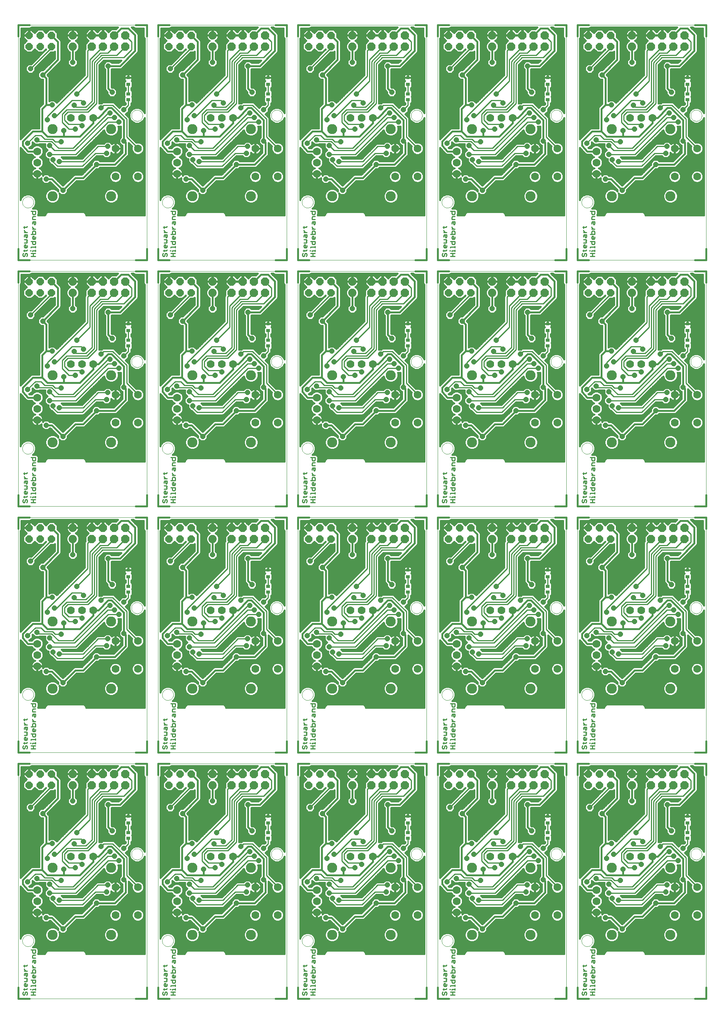
<source format=gtl>
G75*
G70*
%OFA0B0*%
%FSLAX24Y24*%
%IPPOS*%
%LPD*%
%AMOC8*
5,1,8,0,0,1.08239X$1,22.5*
%
%ADD10C,0.0000*%
%ADD11C,0.0090*%
%ADD12OC8,0.0640*%
%ADD13C,0.0900*%
%ADD14C,0.0700*%
%ADD15C,0.0740*%
%ADD16R,0.0354X0.0276*%
%ADD17R,0.0315X0.0276*%
%ADD18OC8,0.0740*%
%ADD19C,0.0160*%
%ADD20OC8,0.0440*%
%ADD21C,0.0100*%
D10*
X000685Y000181D02*
X012185Y000181D01*
X012185Y021181D01*
X000685Y021181D01*
X000685Y000181D01*
X001065Y005351D02*
X001067Y005395D01*
X001073Y005439D01*
X001083Y005482D01*
X001096Y005524D01*
X001113Y005565D01*
X001134Y005604D01*
X001158Y005641D01*
X001185Y005676D01*
X001215Y005708D01*
X001248Y005738D01*
X001284Y005764D01*
X001321Y005788D01*
X001361Y005807D01*
X001402Y005824D01*
X001445Y005836D01*
X001488Y005845D01*
X001532Y005850D01*
X001576Y005851D01*
X001620Y005848D01*
X001664Y005841D01*
X001707Y005830D01*
X001749Y005816D01*
X001789Y005798D01*
X001828Y005776D01*
X001864Y005752D01*
X001898Y005724D01*
X001930Y005693D01*
X001959Y005659D01*
X001985Y005623D01*
X002007Y005585D01*
X002026Y005545D01*
X002041Y005503D01*
X002053Y005461D01*
X002061Y005417D01*
X002065Y005373D01*
X002065Y005329D01*
X002061Y005285D01*
X002053Y005241D01*
X002041Y005199D01*
X002026Y005157D01*
X002007Y005117D01*
X001985Y005079D01*
X001959Y005043D01*
X001930Y005009D01*
X001898Y004978D01*
X001864Y004950D01*
X001828Y004926D01*
X001789Y004904D01*
X001749Y004886D01*
X001707Y004872D01*
X001664Y004861D01*
X001620Y004854D01*
X001576Y004851D01*
X001532Y004852D01*
X001488Y004857D01*
X001445Y004866D01*
X001402Y004878D01*
X001361Y004895D01*
X001321Y004914D01*
X001284Y004938D01*
X001248Y004964D01*
X001215Y004994D01*
X001185Y005026D01*
X001158Y005061D01*
X001134Y005098D01*
X001113Y005137D01*
X001096Y005178D01*
X001083Y005220D01*
X001073Y005263D01*
X001067Y005307D01*
X001065Y005351D01*
X010815Y013101D02*
X010817Y013145D01*
X010823Y013189D01*
X010833Y013232D01*
X010846Y013274D01*
X010863Y013315D01*
X010884Y013354D01*
X010908Y013391D01*
X010935Y013426D01*
X010965Y013458D01*
X010998Y013488D01*
X011034Y013514D01*
X011071Y013538D01*
X011111Y013557D01*
X011152Y013574D01*
X011195Y013586D01*
X011238Y013595D01*
X011282Y013600D01*
X011326Y013601D01*
X011370Y013598D01*
X011414Y013591D01*
X011457Y013580D01*
X011499Y013566D01*
X011539Y013548D01*
X011578Y013526D01*
X011614Y013502D01*
X011648Y013474D01*
X011680Y013443D01*
X011709Y013409D01*
X011735Y013373D01*
X011757Y013335D01*
X011776Y013295D01*
X011791Y013253D01*
X011803Y013211D01*
X011811Y013167D01*
X011815Y013123D01*
X011815Y013079D01*
X011811Y013035D01*
X011803Y012991D01*
X011791Y012949D01*
X011776Y012907D01*
X011757Y012867D01*
X011735Y012829D01*
X011709Y012793D01*
X011680Y012759D01*
X011648Y012728D01*
X011614Y012700D01*
X011578Y012676D01*
X011539Y012654D01*
X011499Y012636D01*
X011457Y012622D01*
X011414Y012611D01*
X011370Y012604D01*
X011326Y012601D01*
X011282Y012602D01*
X011238Y012607D01*
X011195Y012616D01*
X011152Y012628D01*
X011111Y012645D01*
X011071Y012664D01*
X011034Y012688D01*
X010998Y012714D01*
X010965Y012744D01*
X010935Y012776D01*
X010908Y012811D01*
X010884Y012848D01*
X010863Y012887D01*
X010846Y012928D01*
X010833Y012970D01*
X010823Y013013D01*
X010817Y013057D01*
X010815Y013101D01*
X013565Y005351D02*
X013567Y005395D01*
X013573Y005439D01*
X013583Y005482D01*
X013596Y005524D01*
X013613Y005565D01*
X013634Y005604D01*
X013658Y005641D01*
X013685Y005676D01*
X013715Y005708D01*
X013748Y005738D01*
X013784Y005764D01*
X013821Y005788D01*
X013861Y005807D01*
X013902Y005824D01*
X013945Y005836D01*
X013988Y005845D01*
X014032Y005850D01*
X014076Y005851D01*
X014120Y005848D01*
X014164Y005841D01*
X014207Y005830D01*
X014249Y005816D01*
X014289Y005798D01*
X014328Y005776D01*
X014364Y005752D01*
X014398Y005724D01*
X014430Y005693D01*
X014459Y005659D01*
X014485Y005623D01*
X014507Y005585D01*
X014526Y005545D01*
X014541Y005503D01*
X014553Y005461D01*
X014561Y005417D01*
X014565Y005373D01*
X014565Y005329D01*
X014561Y005285D01*
X014553Y005241D01*
X014541Y005199D01*
X014526Y005157D01*
X014507Y005117D01*
X014485Y005079D01*
X014459Y005043D01*
X014430Y005009D01*
X014398Y004978D01*
X014364Y004950D01*
X014328Y004926D01*
X014289Y004904D01*
X014249Y004886D01*
X014207Y004872D01*
X014164Y004861D01*
X014120Y004854D01*
X014076Y004851D01*
X014032Y004852D01*
X013988Y004857D01*
X013945Y004866D01*
X013902Y004878D01*
X013861Y004895D01*
X013821Y004914D01*
X013784Y004938D01*
X013748Y004964D01*
X013715Y004994D01*
X013685Y005026D01*
X013658Y005061D01*
X013634Y005098D01*
X013613Y005137D01*
X013596Y005178D01*
X013583Y005220D01*
X013573Y005263D01*
X013567Y005307D01*
X013565Y005351D01*
X013185Y000181D02*
X024685Y000181D01*
X024685Y021181D01*
X013185Y021181D01*
X013185Y000181D01*
X023315Y013101D02*
X023317Y013145D01*
X023323Y013189D01*
X023333Y013232D01*
X023346Y013274D01*
X023363Y013315D01*
X023384Y013354D01*
X023408Y013391D01*
X023435Y013426D01*
X023465Y013458D01*
X023498Y013488D01*
X023534Y013514D01*
X023571Y013538D01*
X023611Y013557D01*
X023652Y013574D01*
X023695Y013586D01*
X023738Y013595D01*
X023782Y013600D01*
X023826Y013601D01*
X023870Y013598D01*
X023914Y013591D01*
X023957Y013580D01*
X023999Y013566D01*
X024039Y013548D01*
X024078Y013526D01*
X024114Y013502D01*
X024148Y013474D01*
X024180Y013443D01*
X024209Y013409D01*
X024235Y013373D01*
X024257Y013335D01*
X024276Y013295D01*
X024291Y013253D01*
X024303Y013211D01*
X024311Y013167D01*
X024315Y013123D01*
X024315Y013079D01*
X024311Y013035D01*
X024303Y012991D01*
X024291Y012949D01*
X024276Y012907D01*
X024257Y012867D01*
X024235Y012829D01*
X024209Y012793D01*
X024180Y012759D01*
X024148Y012728D01*
X024114Y012700D01*
X024078Y012676D01*
X024039Y012654D01*
X023999Y012636D01*
X023957Y012622D01*
X023914Y012611D01*
X023870Y012604D01*
X023826Y012601D01*
X023782Y012602D01*
X023738Y012607D01*
X023695Y012616D01*
X023652Y012628D01*
X023611Y012645D01*
X023571Y012664D01*
X023534Y012688D01*
X023498Y012714D01*
X023465Y012744D01*
X023435Y012776D01*
X023408Y012811D01*
X023384Y012848D01*
X023363Y012887D01*
X023346Y012928D01*
X023333Y012970D01*
X023323Y013013D01*
X023317Y013057D01*
X023315Y013101D01*
X026065Y005351D02*
X026067Y005395D01*
X026073Y005439D01*
X026083Y005482D01*
X026096Y005524D01*
X026113Y005565D01*
X026134Y005604D01*
X026158Y005641D01*
X026185Y005676D01*
X026215Y005708D01*
X026248Y005738D01*
X026284Y005764D01*
X026321Y005788D01*
X026361Y005807D01*
X026402Y005824D01*
X026445Y005836D01*
X026488Y005845D01*
X026532Y005850D01*
X026576Y005851D01*
X026620Y005848D01*
X026664Y005841D01*
X026707Y005830D01*
X026749Y005816D01*
X026789Y005798D01*
X026828Y005776D01*
X026864Y005752D01*
X026898Y005724D01*
X026930Y005693D01*
X026959Y005659D01*
X026985Y005623D01*
X027007Y005585D01*
X027026Y005545D01*
X027041Y005503D01*
X027053Y005461D01*
X027061Y005417D01*
X027065Y005373D01*
X027065Y005329D01*
X027061Y005285D01*
X027053Y005241D01*
X027041Y005199D01*
X027026Y005157D01*
X027007Y005117D01*
X026985Y005079D01*
X026959Y005043D01*
X026930Y005009D01*
X026898Y004978D01*
X026864Y004950D01*
X026828Y004926D01*
X026789Y004904D01*
X026749Y004886D01*
X026707Y004872D01*
X026664Y004861D01*
X026620Y004854D01*
X026576Y004851D01*
X026532Y004852D01*
X026488Y004857D01*
X026445Y004866D01*
X026402Y004878D01*
X026361Y004895D01*
X026321Y004914D01*
X026284Y004938D01*
X026248Y004964D01*
X026215Y004994D01*
X026185Y005026D01*
X026158Y005061D01*
X026134Y005098D01*
X026113Y005137D01*
X026096Y005178D01*
X026083Y005220D01*
X026073Y005263D01*
X026067Y005307D01*
X026065Y005351D01*
X025685Y000181D02*
X037185Y000181D01*
X037185Y021181D01*
X025685Y021181D01*
X025685Y000181D01*
X035815Y013101D02*
X035817Y013145D01*
X035823Y013189D01*
X035833Y013232D01*
X035846Y013274D01*
X035863Y013315D01*
X035884Y013354D01*
X035908Y013391D01*
X035935Y013426D01*
X035965Y013458D01*
X035998Y013488D01*
X036034Y013514D01*
X036071Y013538D01*
X036111Y013557D01*
X036152Y013574D01*
X036195Y013586D01*
X036238Y013595D01*
X036282Y013600D01*
X036326Y013601D01*
X036370Y013598D01*
X036414Y013591D01*
X036457Y013580D01*
X036499Y013566D01*
X036539Y013548D01*
X036578Y013526D01*
X036614Y013502D01*
X036648Y013474D01*
X036680Y013443D01*
X036709Y013409D01*
X036735Y013373D01*
X036757Y013335D01*
X036776Y013295D01*
X036791Y013253D01*
X036803Y013211D01*
X036811Y013167D01*
X036815Y013123D01*
X036815Y013079D01*
X036811Y013035D01*
X036803Y012991D01*
X036791Y012949D01*
X036776Y012907D01*
X036757Y012867D01*
X036735Y012829D01*
X036709Y012793D01*
X036680Y012759D01*
X036648Y012728D01*
X036614Y012700D01*
X036578Y012676D01*
X036539Y012654D01*
X036499Y012636D01*
X036457Y012622D01*
X036414Y012611D01*
X036370Y012604D01*
X036326Y012601D01*
X036282Y012602D01*
X036238Y012607D01*
X036195Y012616D01*
X036152Y012628D01*
X036111Y012645D01*
X036071Y012664D01*
X036034Y012688D01*
X035998Y012714D01*
X035965Y012744D01*
X035935Y012776D01*
X035908Y012811D01*
X035884Y012848D01*
X035863Y012887D01*
X035846Y012928D01*
X035833Y012970D01*
X035823Y013013D01*
X035817Y013057D01*
X035815Y013101D01*
X038565Y005351D02*
X038567Y005395D01*
X038573Y005439D01*
X038583Y005482D01*
X038596Y005524D01*
X038613Y005565D01*
X038634Y005604D01*
X038658Y005641D01*
X038685Y005676D01*
X038715Y005708D01*
X038748Y005738D01*
X038784Y005764D01*
X038821Y005788D01*
X038861Y005807D01*
X038902Y005824D01*
X038945Y005836D01*
X038988Y005845D01*
X039032Y005850D01*
X039076Y005851D01*
X039120Y005848D01*
X039164Y005841D01*
X039207Y005830D01*
X039249Y005816D01*
X039289Y005798D01*
X039328Y005776D01*
X039364Y005752D01*
X039398Y005724D01*
X039430Y005693D01*
X039459Y005659D01*
X039485Y005623D01*
X039507Y005585D01*
X039526Y005545D01*
X039541Y005503D01*
X039553Y005461D01*
X039561Y005417D01*
X039565Y005373D01*
X039565Y005329D01*
X039561Y005285D01*
X039553Y005241D01*
X039541Y005199D01*
X039526Y005157D01*
X039507Y005117D01*
X039485Y005079D01*
X039459Y005043D01*
X039430Y005009D01*
X039398Y004978D01*
X039364Y004950D01*
X039328Y004926D01*
X039289Y004904D01*
X039249Y004886D01*
X039207Y004872D01*
X039164Y004861D01*
X039120Y004854D01*
X039076Y004851D01*
X039032Y004852D01*
X038988Y004857D01*
X038945Y004866D01*
X038902Y004878D01*
X038861Y004895D01*
X038821Y004914D01*
X038784Y004938D01*
X038748Y004964D01*
X038715Y004994D01*
X038685Y005026D01*
X038658Y005061D01*
X038634Y005098D01*
X038613Y005137D01*
X038596Y005178D01*
X038583Y005220D01*
X038573Y005263D01*
X038567Y005307D01*
X038565Y005351D01*
X038185Y000181D02*
X049685Y000181D01*
X049685Y021181D01*
X038185Y021181D01*
X038185Y000181D01*
X048315Y013101D02*
X048317Y013145D01*
X048323Y013189D01*
X048333Y013232D01*
X048346Y013274D01*
X048363Y013315D01*
X048384Y013354D01*
X048408Y013391D01*
X048435Y013426D01*
X048465Y013458D01*
X048498Y013488D01*
X048534Y013514D01*
X048571Y013538D01*
X048611Y013557D01*
X048652Y013574D01*
X048695Y013586D01*
X048738Y013595D01*
X048782Y013600D01*
X048826Y013601D01*
X048870Y013598D01*
X048914Y013591D01*
X048957Y013580D01*
X048999Y013566D01*
X049039Y013548D01*
X049078Y013526D01*
X049114Y013502D01*
X049148Y013474D01*
X049180Y013443D01*
X049209Y013409D01*
X049235Y013373D01*
X049257Y013335D01*
X049276Y013295D01*
X049291Y013253D01*
X049303Y013211D01*
X049311Y013167D01*
X049315Y013123D01*
X049315Y013079D01*
X049311Y013035D01*
X049303Y012991D01*
X049291Y012949D01*
X049276Y012907D01*
X049257Y012867D01*
X049235Y012829D01*
X049209Y012793D01*
X049180Y012759D01*
X049148Y012728D01*
X049114Y012700D01*
X049078Y012676D01*
X049039Y012654D01*
X048999Y012636D01*
X048957Y012622D01*
X048914Y012611D01*
X048870Y012604D01*
X048826Y012601D01*
X048782Y012602D01*
X048738Y012607D01*
X048695Y012616D01*
X048652Y012628D01*
X048611Y012645D01*
X048571Y012664D01*
X048534Y012688D01*
X048498Y012714D01*
X048465Y012744D01*
X048435Y012776D01*
X048408Y012811D01*
X048384Y012848D01*
X048363Y012887D01*
X048346Y012928D01*
X048333Y012970D01*
X048323Y013013D01*
X048317Y013057D01*
X048315Y013101D01*
X051065Y005351D02*
X051067Y005395D01*
X051073Y005439D01*
X051083Y005482D01*
X051096Y005524D01*
X051113Y005565D01*
X051134Y005604D01*
X051158Y005641D01*
X051185Y005676D01*
X051215Y005708D01*
X051248Y005738D01*
X051284Y005764D01*
X051321Y005788D01*
X051361Y005807D01*
X051402Y005824D01*
X051445Y005836D01*
X051488Y005845D01*
X051532Y005850D01*
X051576Y005851D01*
X051620Y005848D01*
X051664Y005841D01*
X051707Y005830D01*
X051749Y005816D01*
X051789Y005798D01*
X051828Y005776D01*
X051864Y005752D01*
X051898Y005724D01*
X051930Y005693D01*
X051959Y005659D01*
X051985Y005623D01*
X052007Y005585D01*
X052026Y005545D01*
X052041Y005503D01*
X052053Y005461D01*
X052061Y005417D01*
X052065Y005373D01*
X052065Y005329D01*
X052061Y005285D01*
X052053Y005241D01*
X052041Y005199D01*
X052026Y005157D01*
X052007Y005117D01*
X051985Y005079D01*
X051959Y005043D01*
X051930Y005009D01*
X051898Y004978D01*
X051864Y004950D01*
X051828Y004926D01*
X051789Y004904D01*
X051749Y004886D01*
X051707Y004872D01*
X051664Y004861D01*
X051620Y004854D01*
X051576Y004851D01*
X051532Y004852D01*
X051488Y004857D01*
X051445Y004866D01*
X051402Y004878D01*
X051361Y004895D01*
X051321Y004914D01*
X051284Y004938D01*
X051248Y004964D01*
X051215Y004994D01*
X051185Y005026D01*
X051158Y005061D01*
X051134Y005098D01*
X051113Y005137D01*
X051096Y005178D01*
X051083Y005220D01*
X051073Y005263D01*
X051067Y005307D01*
X051065Y005351D01*
X050685Y000181D02*
X062185Y000181D01*
X062185Y021181D01*
X050685Y021181D01*
X050685Y000181D01*
X060815Y013101D02*
X060817Y013145D01*
X060823Y013189D01*
X060833Y013232D01*
X060846Y013274D01*
X060863Y013315D01*
X060884Y013354D01*
X060908Y013391D01*
X060935Y013426D01*
X060965Y013458D01*
X060998Y013488D01*
X061034Y013514D01*
X061071Y013538D01*
X061111Y013557D01*
X061152Y013574D01*
X061195Y013586D01*
X061238Y013595D01*
X061282Y013600D01*
X061326Y013601D01*
X061370Y013598D01*
X061414Y013591D01*
X061457Y013580D01*
X061499Y013566D01*
X061539Y013548D01*
X061578Y013526D01*
X061614Y013502D01*
X061648Y013474D01*
X061680Y013443D01*
X061709Y013409D01*
X061735Y013373D01*
X061757Y013335D01*
X061776Y013295D01*
X061791Y013253D01*
X061803Y013211D01*
X061811Y013167D01*
X061815Y013123D01*
X061815Y013079D01*
X061811Y013035D01*
X061803Y012991D01*
X061791Y012949D01*
X061776Y012907D01*
X061757Y012867D01*
X061735Y012829D01*
X061709Y012793D01*
X061680Y012759D01*
X061648Y012728D01*
X061614Y012700D01*
X061578Y012676D01*
X061539Y012654D01*
X061499Y012636D01*
X061457Y012622D01*
X061414Y012611D01*
X061370Y012604D01*
X061326Y012601D01*
X061282Y012602D01*
X061238Y012607D01*
X061195Y012616D01*
X061152Y012628D01*
X061111Y012645D01*
X061071Y012664D01*
X061034Y012688D01*
X060998Y012714D01*
X060965Y012744D01*
X060935Y012776D01*
X060908Y012811D01*
X060884Y012848D01*
X060863Y012887D01*
X060846Y012928D01*
X060833Y012970D01*
X060823Y013013D01*
X060817Y013057D01*
X060815Y013101D01*
X062185Y022181D02*
X050685Y022181D01*
X050685Y043181D01*
X062185Y043181D01*
X062185Y022181D01*
X060815Y035101D02*
X060817Y035145D01*
X060823Y035189D01*
X060833Y035232D01*
X060846Y035274D01*
X060863Y035315D01*
X060884Y035354D01*
X060908Y035391D01*
X060935Y035426D01*
X060965Y035458D01*
X060998Y035488D01*
X061034Y035514D01*
X061071Y035538D01*
X061111Y035557D01*
X061152Y035574D01*
X061195Y035586D01*
X061238Y035595D01*
X061282Y035600D01*
X061326Y035601D01*
X061370Y035598D01*
X061414Y035591D01*
X061457Y035580D01*
X061499Y035566D01*
X061539Y035548D01*
X061578Y035526D01*
X061614Y035502D01*
X061648Y035474D01*
X061680Y035443D01*
X061709Y035409D01*
X061735Y035373D01*
X061757Y035335D01*
X061776Y035295D01*
X061791Y035253D01*
X061803Y035211D01*
X061811Y035167D01*
X061815Y035123D01*
X061815Y035079D01*
X061811Y035035D01*
X061803Y034991D01*
X061791Y034949D01*
X061776Y034907D01*
X061757Y034867D01*
X061735Y034829D01*
X061709Y034793D01*
X061680Y034759D01*
X061648Y034728D01*
X061614Y034700D01*
X061578Y034676D01*
X061539Y034654D01*
X061499Y034636D01*
X061457Y034622D01*
X061414Y034611D01*
X061370Y034604D01*
X061326Y034601D01*
X061282Y034602D01*
X061238Y034607D01*
X061195Y034616D01*
X061152Y034628D01*
X061111Y034645D01*
X061071Y034664D01*
X061034Y034688D01*
X060998Y034714D01*
X060965Y034744D01*
X060935Y034776D01*
X060908Y034811D01*
X060884Y034848D01*
X060863Y034887D01*
X060846Y034928D01*
X060833Y034970D01*
X060823Y035013D01*
X060817Y035057D01*
X060815Y035101D01*
X062185Y044181D02*
X050685Y044181D01*
X050685Y065181D01*
X062185Y065181D01*
X062185Y044181D01*
X060815Y057101D02*
X060817Y057145D01*
X060823Y057189D01*
X060833Y057232D01*
X060846Y057274D01*
X060863Y057315D01*
X060884Y057354D01*
X060908Y057391D01*
X060935Y057426D01*
X060965Y057458D01*
X060998Y057488D01*
X061034Y057514D01*
X061071Y057538D01*
X061111Y057557D01*
X061152Y057574D01*
X061195Y057586D01*
X061238Y057595D01*
X061282Y057600D01*
X061326Y057601D01*
X061370Y057598D01*
X061414Y057591D01*
X061457Y057580D01*
X061499Y057566D01*
X061539Y057548D01*
X061578Y057526D01*
X061614Y057502D01*
X061648Y057474D01*
X061680Y057443D01*
X061709Y057409D01*
X061735Y057373D01*
X061757Y057335D01*
X061776Y057295D01*
X061791Y057253D01*
X061803Y057211D01*
X061811Y057167D01*
X061815Y057123D01*
X061815Y057079D01*
X061811Y057035D01*
X061803Y056991D01*
X061791Y056949D01*
X061776Y056907D01*
X061757Y056867D01*
X061735Y056829D01*
X061709Y056793D01*
X061680Y056759D01*
X061648Y056728D01*
X061614Y056700D01*
X061578Y056676D01*
X061539Y056654D01*
X061499Y056636D01*
X061457Y056622D01*
X061414Y056611D01*
X061370Y056604D01*
X061326Y056601D01*
X061282Y056602D01*
X061238Y056607D01*
X061195Y056616D01*
X061152Y056628D01*
X061111Y056645D01*
X061071Y056664D01*
X061034Y056688D01*
X060998Y056714D01*
X060965Y056744D01*
X060935Y056776D01*
X060908Y056811D01*
X060884Y056848D01*
X060863Y056887D01*
X060846Y056928D01*
X060833Y056970D01*
X060823Y057013D01*
X060817Y057057D01*
X060815Y057101D01*
X062185Y066181D02*
X050685Y066181D01*
X050685Y087181D01*
X062185Y087181D01*
X062185Y066181D01*
X060815Y079101D02*
X060817Y079145D01*
X060823Y079189D01*
X060833Y079232D01*
X060846Y079274D01*
X060863Y079315D01*
X060884Y079354D01*
X060908Y079391D01*
X060935Y079426D01*
X060965Y079458D01*
X060998Y079488D01*
X061034Y079514D01*
X061071Y079538D01*
X061111Y079557D01*
X061152Y079574D01*
X061195Y079586D01*
X061238Y079595D01*
X061282Y079600D01*
X061326Y079601D01*
X061370Y079598D01*
X061414Y079591D01*
X061457Y079580D01*
X061499Y079566D01*
X061539Y079548D01*
X061578Y079526D01*
X061614Y079502D01*
X061648Y079474D01*
X061680Y079443D01*
X061709Y079409D01*
X061735Y079373D01*
X061757Y079335D01*
X061776Y079295D01*
X061791Y079253D01*
X061803Y079211D01*
X061811Y079167D01*
X061815Y079123D01*
X061815Y079079D01*
X061811Y079035D01*
X061803Y078991D01*
X061791Y078949D01*
X061776Y078907D01*
X061757Y078867D01*
X061735Y078829D01*
X061709Y078793D01*
X061680Y078759D01*
X061648Y078728D01*
X061614Y078700D01*
X061578Y078676D01*
X061539Y078654D01*
X061499Y078636D01*
X061457Y078622D01*
X061414Y078611D01*
X061370Y078604D01*
X061326Y078601D01*
X061282Y078602D01*
X061238Y078607D01*
X061195Y078616D01*
X061152Y078628D01*
X061111Y078645D01*
X061071Y078664D01*
X061034Y078688D01*
X060998Y078714D01*
X060965Y078744D01*
X060935Y078776D01*
X060908Y078811D01*
X060884Y078848D01*
X060863Y078887D01*
X060846Y078928D01*
X060833Y078970D01*
X060823Y079013D01*
X060817Y079057D01*
X060815Y079101D01*
X051065Y071351D02*
X051067Y071395D01*
X051073Y071439D01*
X051083Y071482D01*
X051096Y071524D01*
X051113Y071565D01*
X051134Y071604D01*
X051158Y071641D01*
X051185Y071676D01*
X051215Y071708D01*
X051248Y071738D01*
X051284Y071764D01*
X051321Y071788D01*
X051361Y071807D01*
X051402Y071824D01*
X051445Y071836D01*
X051488Y071845D01*
X051532Y071850D01*
X051576Y071851D01*
X051620Y071848D01*
X051664Y071841D01*
X051707Y071830D01*
X051749Y071816D01*
X051789Y071798D01*
X051828Y071776D01*
X051864Y071752D01*
X051898Y071724D01*
X051930Y071693D01*
X051959Y071659D01*
X051985Y071623D01*
X052007Y071585D01*
X052026Y071545D01*
X052041Y071503D01*
X052053Y071461D01*
X052061Y071417D01*
X052065Y071373D01*
X052065Y071329D01*
X052061Y071285D01*
X052053Y071241D01*
X052041Y071199D01*
X052026Y071157D01*
X052007Y071117D01*
X051985Y071079D01*
X051959Y071043D01*
X051930Y071009D01*
X051898Y070978D01*
X051864Y070950D01*
X051828Y070926D01*
X051789Y070904D01*
X051749Y070886D01*
X051707Y070872D01*
X051664Y070861D01*
X051620Y070854D01*
X051576Y070851D01*
X051532Y070852D01*
X051488Y070857D01*
X051445Y070866D01*
X051402Y070878D01*
X051361Y070895D01*
X051321Y070914D01*
X051284Y070938D01*
X051248Y070964D01*
X051215Y070994D01*
X051185Y071026D01*
X051158Y071061D01*
X051134Y071098D01*
X051113Y071137D01*
X051096Y071178D01*
X051083Y071220D01*
X051073Y071263D01*
X051067Y071307D01*
X051065Y071351D01*
X049685Y066181D02*
X038185Y066181D01*
X038185Y087181D01*
X049685Y087181D01*
X049685Y066181D01*
X049685Y065181D02*
X038185Y065181D01*
X038185Y044181D01*
X049685Y044181D01*
X049685Y065181D01*
X048315Y057101D02*
X048317Y057145D01*
X048323Y057189D01*
X048333Y057232D01*
X048346Y057274D01*
X048363Y057315D01*
X048384Y057354D01*
X048408Y057391D01*
X048435Y057426D01*
X048465Y057458D01*
X048498Y057488D01*
X048534Y057514D01*
X048571Y057538D01*
X048611Y057557D01*
X048652Y057574D01*
X048695Y057586D01*
X048738Y057595D01*
X048782Y057600D01*
X048826Y057601D01*
X048870Y057598D01*
X048914Y057591D01*
X048957Y057580D01*
X048999Y057566D01*
X049039Y057548D01*
X049078Y057526D01*
X049114Y057502D01*
X049148Y057474D01*
X049180Y057443D01*
X049209Y057409D01*
X049235Y057373D01*
X049257Y057335D01*
X049276Y057295D01*
X049291Y057253D01*
X049303Y057211D01*
X049311Y057167D01*
X049315Y057123D01*
X049315Y057079D01*
X049311Y057035D01*
X049303Y056991D01*
X049291Y056949D01*
X049276Y056907D01*
X049257Y056867D01*
X049235Y056829D01*
X049209Y056793D01*
X049180Y056759D01*
X049148Y056728D01*
X049114Y056700D01*
X049078Y056676D01*
X049039Y056654D01*
X048999Y056636D01*
X048957Y056622D01*
X048914Y056611D01*
X048870Y056604D01*
X048826Y056601D01*
X048782Y056602D01*
X048738Y056607D01*
X048695Y056616D01*
X048652Y056628D01*
X048611Y056645D01*
X048571Y056664D01*
X048534Y056688D01*
X048498Y056714D01*
X048465Y056744D01*
X048435Y056776D01*
X048408Y056811D01*
X048384Y056848D01*
X048363Y056887D01*
X048346Y056928D01*
X048333Y056970D01*
X048323Y057013D01*
X048317Y057057D01*
X048315Y057101D01*
X051065Y049351D02*
X051067Y049395D01*
X051073Y049439D01*
X051083Y049482D01*
X051096Y049524D01*
X051113Y049565D01*
X051134Y049604D01*
X051158Y049641D01*
X051185Y049676D01*
X051215Y049708D01*
X051248Y049738D01*
X051284Y049764D01*
X051321Y049788D01*
X051361Y049807D01*
X051402Y049824D01*
X051445Y049836D01*
X051488Y049845D01*
X051532Y049850D01*
X051576Y049851D01*
X051620Y049848D01*
X051664Y049841D01*
X051707Y049830D01*
X051749Y049816D01*
X051789Y049798D01*
X051828Y049776D01*
X051864Y049752D01*
X051898Y049724D01*
X051930Y049693D01*
X051959Y049659D01*
X051985Y049623D01*
X052007Y049585D01*
X052026Y049545D01*
X052041Y049503D01*
X052053Y049461D01*
X052061Y049417D01*
X052065Y049373D01*
X052065Y049329D01*
X052061Y049285D01*
X052053Y049241D01*
X052041Y049199D01*
X052026Y049157D01*
X052007Y049117D01*
X051985Y049079D01*
X051959Y049043D01*
X051930Y049009D01*
X051898Y048978D01*
X051864Y048950D01*
X051828Y048926D01*
X051789Y048904D01*
X051749Y048886D01*
X051707Y048872D01*
X051664Y048861D01*
X051620Y048854D01*
X051576Y048851D01*
X051532Y048852D01*
X051488Y048857D01*
X051445Y048866D01*
X051402Y048878D01*
X051361Y048895D01*
X051321Y048914D01*
X051284Y048938D01*
X051248Y048964D01*
X051215Y048994D01*
X051185Y049026D01*
X051158Y049061D01*
X051134Y049098D01*
X051113Y049137D01*
X051096Y049178D01*
X051083Y049220D01*
X051073Y049263D01*
X051067Y049307D01*
X051065Y049351D01*
X049685Y043181D02*
X038185Y043181D01*
X038185Y022181D01*
X049685Y022181D01*
X049685Y043181D01*
X048315Y035101D02*
X048317Y035145D01*
X048323Y035189D01*
X048333Y035232D01*
X048346Y035274D01*
X048363Y035315D01*
X048384Y035354D01*
X048408Y035391D01*
X048435Y035426D01*
X048465Y035458D01*
X048498Y035488D01*
X048534Y035514D01*
X048571Y035538D01*
X048611Y035557D01*
X048652Y035574D01*
X048695Y035586D01*
X048738Y035595D01*
X048782Y035600D01*
X048826Y035601D01*
X048870Y035598D01*
X048914Y035591D01*
X048957Y035580D01*
X048999Y035566D01*
X049039Y035548D01*
X049078Y035526D01*
X049114Y035502D01*
X049148Y035474D01*
X049180Y035443D01*
X049209Y035409D01*
X049235Y035373D01*
X049257Y035335D01*
X049276Y035295D01*
X049291Y035253D01*
X049303Y035211D01*
X049311Y035167D01*
X049315Y035123D01*
X049315Y035079D01*
X049311Y035035D01*
X049303Y034991D01*
X049291Y034949D01*
X049276Y034907D01*
X049257Y034867D01*
X049235Y034829D01*
X049209Y034793D01*
X049180Y034759D01*
X049148Y034728D01*
X049114Y034700D01*
X049078Y034676D01*
X049039Y034654D01*
X048999Y034636D01*
X048957Y034622D01*
X048914Y034611D01*
X048870Y034604D01*
X048826Y034601D01*
X048782Y034602D01*
X048738Y034607D01*
X048695Y034616D01*
X048652Y034628D01*
X048611Y034645D01*
X048571Y034664D01*
X048534Y034688D01*
X048498Y034714D01*
X048465Y034744D01*
X048435Y034776D01*
X048408Y034811D01*
X048384Y034848D01*
X048363Y034887D01*
X048346Y034928D01*
X048333Y034970D01*
X048323Y035013D01*
X048317Y035057D01*
X048315Y035101D01*
X051065Y027351D02*
X051067Y027395D01*
X051073Y027439D01*
X051083Y027482D01*
X051096Y027524D01*
X051113Y027565D01*
X051134Y027604D01*
X051158Y027641D01*
X051185Y027676D01*
X051215Y027708D01*
X051248Y027738D01*
X051284Y027764D01*
X051321Y027788D01*
X051361Y027807D01*
X051402Y027824D01*
X051445Y027836D01*
X051488Y027845D01*
X051532Y027850D01*
X051576Y027851D01*
X051620Y027848D01*
X051664Y027841D01*
X051707Y027830D01*
X051749Y027816D01*
X051789Y027798D01*
X051828Y027776D01*
X051864Y027752D01*
X051898Y027724D01*
X051930Y027693D01*
X051959Y027659D01*
X051985Y027623D01*
X052007Y027585D01*
X052026Y027545D01*
X052041Y027503D01*
X052053Y027461D01*
X052061Y027417D01*
X052065Y027373D01*
X052065Y027329D01*
X052061Y027285D01*
X052053Y027241D01*
X052041Y027199D01*
X052026Y027157D01*
X052007Y027117D01*
X051985Y027079D01*
X051959Y027043D01*
X051930Y027009D01*
X051898Y026978D01*
X051864Y026950D01*
X051828Y026926D01*
X051789Y026904D01*
X051749Y026886D01*
X051707Y026872D01*
X051664Y026861D01*
X051620Y026854D01*
X051576Y026851D01*
X051532Y026852D01*
X051488Y026857D01*
X051445Y026866D01*
X051402Y026878D01*
X051361Y026895D01*
X051321Y026914D01*
X051284Y026938D01*
X051248Y026964D01*
X051215Y026994D01*
X051185Y027026D01*
X051158Y027061D01*
X051134Y027098D01*
X051113Y027137D01*
X051096Y027178D01*
X051083Y027220D01*
X051073Y027263D01*
X051067Y027307D01*
X051065Y027351D01*
X038565Y027351D02*
X038567Y027395D01*
X038573Y027439D01*
X038583Y027482D01*
X038596Y027524D01*
X038613Y027565D01*
X038634Y027604D01*
X038658Y027641D01*
X038685Y027676D01*
X038715Y027708D01*
X038748Y027738D01*
X038784Y027764D01*
X038821Y027788D01*
X038861Y027807D01*
X038902Y027824D01*
X038945Y027836D01*
X038988Y027845D01*
X039032Y027850D01*
X039076Y027851D01*
X039120Y027848D01*
X039164Y027841D01*
X039207Y027830D01*
X039249Y027816D01*
X039289Y027798D01*
X039328Y027776D01*
X039364Y027752D01*
X039398Y027724D01*
X039430Y027693D01*
X039459Y027659D01*
X039485Y027623D01*
X039507Y027585D01*
X039526Y027545D01*
X039541Y027503D01*
X039553Y027461D01*
X039561Y027417D01*
X039565Y027373D01*
X039565Y027329D01*
X039561Y027285D01*
X039553Y027241D01*
X039541Y027199D01*
X039526Y027157D01*
X039507Y027117D01*
X039485Y027079D01*
X039459Y027043D01*
X039430Y027009D01*
X039398Y026978D01*
X039364Y026950D01*
X039328Y026926D01*
X039289Y026904D01*
X039249Y026886D01*
X039207Y026872D01*
X039164Y026861D01*
X039120Y026854D01*
X039076Y026851D01*
X039032Y026852D01*
X038988Y026857D01*
X038945Y026866D01*
X038902Y026878D01*
X038861Y026895D01*
X038821Y026914D01*
X038784Y026938D01*
X038748Y026964D01*
X038715Y026994D01*
X038685Y027026D01*
X038658Y027061D01*
X038634Y027098D01*
X038613Y027137D01*
X038596Y027178D01*
X038583Y027220D01*
X038573Y027263D01*
X038567Y027307D01*
X038565Y027351D01*
X037185Y022181D02*
X025685Y022181D01*
X025685Y043181D01*
X037185Y043181D01*
X037185Y022181D01*
X035815Y035101D02*
X035817Y035145D01*
X035823Y035189D01*
X035833Y035232D01*
X035846Y035274D01*
X035863Y035315D01*
X035884Y035354D01*
X035908Y035391D01*
X035935Y035426D01*
X035965Y035458D01*
X035998Y035488D01*
X036034Y035514D01*
X036071Y035538D01*
X036111Y035557D01*
X036152Y035574D01*
X036195Y035586D01*
X036238Y035595D01*
X036282Y035600D01*
X036326Y035601D01*
X036370Y035598D01*
X036414Y035591D01*
X036457Y035580D01*
X036499Y035566D01*
X036539Y035548D01*
X036578Y035526D01*
X036614Y035502D01*
X036648Y035474D01*
X036680Y035443D01*
X036709Y035409D01*
X036735Y035373D01*
X036757Y035335D01*
X036776Y035295D01*
X036791Y035253D01*
X036803Y035211D01*
X036811Y035167D01*
X036815Y035123D01*
X036815Y035079D01*
X036811Y035035D01*
X036803Y034991D01*
X036791Y034949D01*
X036776Y034907D01*
X036757Y034867D01*
X036735Y034829D01*
X036709Y034793D01*
X036680Y034759D01*
X036648Y034728D01*
X036614Y034700D01*
X036578Y034676D01*
X036539Y034654D01*
X036499Y034636D01*
X036457Y034622D01*
X036414Y034611D01*
X036370Y034604D01*
X036326Y034601D01*
X036282Y034602D01*
X036238Y034607D01*
X036195Y034616D01*
X036152Y034628D01*
X036111Y034645D01*
X036071Y034664D01*
X036034Y034688D01*
X035998Y034714D01*
X035965Y034744D01*
X035935Y034776D01*
X035908Y034811D01*
X035884Y034848D01*
X035863Y034887D01*
X035846Y034928D01*
X035833Y034970D01*
X035823Y035013D01*
X035817Y035057D01*
X035815Y035101D01*
X037185Y044181D02*
X025685Y044181D01*
X025685Y065181D01*
X037185Y065181D01*
X037185Y044181D01*
X038565Y049351D02*
X038567Y049395D01*
X038573Y049439D01*
X038583Y049482D01*
X038596Y049524D01*
X038613Y049565D01*
X038634Y049604D01*
X038658Y049641D01*
X038685Y049676D01*
X038715Y049708D01*
X038748Y049738D01*
X038784Y049764D01*
X038821Y049788D01*
X038861Y049807D01*
X038902Y049824D01*
X038945Y049836D01*
X038988Y049845D01*
X039032Y049850D01*
X039076Y049851D01*
X039120Y049848D01*
X039164Y049841D01*
X039207Y049830D01*
X039249Y049816D01*
X039289Y049798D01*
X039328Y049776D01*
X039364Y049752D01*
X039398Y049724D01*
X039430Y049693D01*
X039459Y049659D01*
X039485Y049623D01*
X039507Y049585D01*
X039526Y049545D01*
X039541Y049503D01*
X039553Y049461D01*
X039561Y049417D01*
X039565Y049373D01*
X039565Y049329D01*
X039561Y049285D01*
X039553Y049241D01*
X039541Y049199D01*
X039526Y049157D01*
X039507Y049117D01*
X039485Y049079D01*
X039459Y049043D01*
X039430Y049009D01*
X039398Y048978D01*
X039364Y048950D01*
X039328Y048926D01*
X039289Y048904D01*
X039249Y048886D01*
X039207Y048872D01*
X039164Y048861D01*
X039120Y048854D01*
X039076Y048851D01*
X039032Y048852D01*
X038988Y048857D01*
X038945Y048866D01*
X038902Y048878D01*
X038861Y048895D01*
X038821Y048914D01*
X038784Y048938D01*
X038748Y048964D01*
X038715Y048994D01*
X038685Y049026D01*
X038658Y049061D01*
X038634Y049098D01*
X038613Y049137D01*
X038596Y049178D01*
X038583Y049220D01*
X038573Y049263D01*
X038567Y049307D01*
X038565Y049351D01*
X035815Y057101D02*
X035817Y057145D01*
X035823Y057189D01*
X035833Y057232D01*
X035846Y057274D01*
X035863Y057315D01*
X035884Y057354D01*
X035908Y057391D01*
X035935Y057426D01*
X035965Y057458D01*
X035998Y057488D01*
X036034Y057514D01*
X036071Y057538D01*
X036111Y057557D01*
X036152Y057574D01*
X036195Y057586D01*
X036238Y057595D01*
X036282Y057600D01*
X036326Y057601D01*
X036370Y057598D01*
X036414Y057591D01*
X036457Y057580D01*
X036499Y057566D01*
X036539Y057548D01*
X036578Y057526D01*
X036614Y057502D01*
X036648Y057474D01*
X036680Y057443D01*
X036709Y057409D01*
X036735Y057373D01*
X036757Y057335D01*
X036776Y057295D01*
X036791Y057253D01*
X036803Y057211D01*
X036811Y057167D01*
X036815Y057123D01*
X036815Y057079D01*
X036811Y057035D01*
X036803Y056991D01*
X036791Y056949D01*
X036776Y056907D01*
X036757Y056867D01*
X036735Y056829D01*
X036709Y056793D01*
X036680Y056759D01*
X036648Y056728D01*
X036614Y056700D01*
X036578Y056676D01*
X036539Y056654D01*
X036499Y056636D01*
X036457Y056622D01*
X036414Y056611D01*
X036370Y056604D01*
X036326Y056601D01*
X036282Y056602D01*
X036238Y056607D01*
X036195Y056616D01*
X036152Y056628D01*
X036111Y056645D01*
X036071Y056664D01*
X036034Y056688D01*
X035998Y056714D01*
X035965Y056744D01*
X035935Y056776D01*
X035908Y056811D01*
X035884Y056848D01*
X035863Y056887D01*
X035846Y056928D01*
X035833Y056970D01*
X035823Y057013D01*
X035817Y057057D01*
X035815Y057101D01*
X037185Y066181D02*
X025685Y066181D01*
X025685Y087181D01*
X037185Y087181D01*
X037185Y066181D01*
X038565Y071351D02*
X038567Y071395D01*
X038573Y071439D01*
X038583Y071482D01*
X038596Y071524D01*
X038613Y071565D01*
X038634Y071604D01*
X038658Y071641D01*
X038685Y071676D01*
X038715Y071708D01*
X038748Y071738D01*
X038784Y071764D01*
X038821Y071788D01*
X038861Y071807D01*
X038902Y071824D01*
X038945Y071836D01*
X038988Y071845D01*
X039032Y071850D01*
X039076Y071851D01*
X039120Y071848D01*
X039164Y071841D01*
X039207Y071830D01*
X039249Y071816D01*
X039289Y071798D01*
X039328Y071776D01*
X039364Y071752D01*
X039398Y071724D01*
X039430Y071693D01*
X039459Y071659D01*
X039485Y071623D01*
X039507Y071585D01*
X039526Y071545D01*
X039541Y071503D01*
X039553Y071461D01*
X039561Y071417D01*
X039565Y071373D01*
X039565Y071329D01*
X039561Y071285D01*
X039553Y071241D01*
X039541Y071199D01*
X039526Y071157D01*
X039507Y071117D01*
X039485Y071079D01*
X039459Y071043D01*
X039430Y071009D01*
X039398Y070978D01*
X039364Y070950D01*
X039328Y070926D01*
X039289Y070904D01*
X039249Y070886D01*
X039207Y070872D01*
X039164Y070861D01*
X039120Y070854D01*
X039076Y070851D01*
X039032Y070852D01*
X038988Y070857D01*
X038945Y070866D01*
X038902Y070878D01*
X038861Y070895D01*
X038821Y070914D01*
X038784Y070938D01*
X038748Y070964D01*
X038715Y070994D01*
X038685Y071026D01*
X038658Y071061D01*
X038634Y071098D01*
X038613Y071137D01*
X038596Y071178D01*
X038583Y071220D01*
X038573Y071263D01*
X038567Y071307D01*
X038565Y071351D01*
X035815Y079101D02*
X035817Y079145D01*
X035823Y079189D01*
X035833Y079232D01*
X035846Y079274D01*
X035863Y079315D01*
X035884Y079354D01*
X035908Y079391D01*
X035935Y079426D01*
X035965Y079458D01*
X035998Y079488D01*
X036034Y079514D01*
X036071Y079538D01*
X036111Y079557D01*
X036152Y079574D01*
X036195Y079586D01*
X036238Y079595D01*
X036282Y079600D01*
X036326Y079601D01*
X036370Y079598D01*
X036414Y079591D01*
X036457Y079580D01*
X036499Y079566D01*
X036539Y079548D01*
X036578Y079526D01*
X036614Y079502D01*
X036648Y079474D01*
X036680Y079443D01*
X036709Y079409D01*
X036735Y079373D01*
X036757Y079335D01*
X036776Y079295D01*
X036791Y079253D01*
X036803Y079211D01*
X036811Y079167D01*
X036815Y079123D01*
X036815Y079079D01*
X036811Y079035D01*
X036803Y078991D01*
X036791Y078949D01*
X036776Y078907D01*
X036757Y078867D01*
X036735Y078829D01*
X036709Y078793D01*
X036680Y078759D01*
X036648Y078728D01*
X036614Y078700D01*
X036578Y078676D01*
X036539Y078654D01*
X036499Y078636D01*
X036457Y078622D01*
X036414Y078611D01*
X036370Y078604D01*
X036326Y078601D01*
X036282Y078602D01*
X036238Y078607D01*
X036195Y078616D01*
X036152Y078628D01*
X036111Y078645D01*
X036071Y078664D01*
X036034Y078688D01*
X035998Y078714D01*
X035965Y078744D01*
X035935Y078776D01*
X035908Y078811D01*
X035884Y078848D01*
X035863Y078887D01*
X035846Y078928D01*
X035833Y078970D01*
X035823Y079013D01*
X035817Y079057D01*
X035815Y079101D01*
X026065Y071351D02*
X026067Y071395D01*
X026073Y071439D01*
X026083Y071482D01*
X026096Y071524D01*
X026113Y071565D01*
X026134Y071604D01*
X026158Y071641D01*
X026185Y071676D01*
X026215Y071708D01*
X026248Y071738D01*
X026284Y071764D01*
X026321Y071788D01*
X026361Y071807D01*
X026402Y071824D01*
X026445Y071836D01*
X026488Y071845D01*
X026532Y071850D01*
X026576Y071851D01*
X026620Y071848D01*
X026664Y071841D01*
X026707Y071830D01*
X026749Y071816D01*
X026789Y071798D01*
X026828Y071776D01*
X026864Y071752D01*
X026898Y071724D01*
X026930Y071693D01*
X026959Y071659D01*
X026985Y071623D01*
X027007Y071585D01*
X027026Y071545D01*
X027041Y071503D01*
X027053Y071461D01*
X027061Y071417D01*
X027065Y071373D01*
X027065Y071329D01*
X027061Y071285D01*
X027053Y071241D01*
X027041Y071199D01*
X027026Y071157D01*
X027007Y071117D01*
X026985Y071079D01*
X026959Y071043D01*
X026930Y071009D01*
X026898Y070978D01*
X026864Y070950D01*
X026828Y070926D01*
X026789Y070904D01*
X026749Y070886D01*
X026707Y070872D01*
X026664Y070861D01*
X026620Y070854D01*
X026576Y070851D01*
X026532Y070852D01*
X026488Y070857D01*
X026445Y070866D01*
X026402Y070878D01*
X026361Y070895D01*
X026321Y070914D01*
X026284Y070938D01*
X026248Y070964D01*
X026215Y070994D01*
X026185Y071026D01*
X026158Y071061D01*
X026134Y071098D01*
X026113Y071137D01*
X026096Y071178D01*
X026083Y071220D01*
X026073Y071263D01*
X026067Y071307D01*
X026065Y071351D01*
X024685Y066181D02*
X013185Y066181D01*
X013185Y087181D01*
X024685Y087181D01*
X024685Y066181D01*
X024685Y065181D02*
X013185Y065181D01*
X013185Y044181D01*
X024685Y044181D01*
X024685Y065181D01*
X023315Y057101D02*
X023317Y057145D01*
X023323Y057189D01*
X023333Y057232D01*
X023346Y057274D01*
X023363Y057315D01*
X023384Y057354D01*
X023408Y057391D01*
X023435Y057426D01*
X023465Y057458D01*
X023498Y057488D01*
X023534Y057514D01*
X023571Y057538D01*
X023611Y057557D01*
X023652Y057574D01*
X023695Y057586D01*
X023738Y057595D01*
X023782Y057600D01*
X023826Y057601D01*
X023870Y057598D01*
X023914Y057591D01*
X023957Y057580D01*
X023999Y057566D01*
X024039Y057548D01*
X024078Y057526D01*
X024114Y057502D01*
X024148Y057474D01*
X024180Y057443D01*
X024209Y057409D01*
X024235Y057373D01*
X024257Y057335D01*
X024276Y057295D01*
X024291Y057253D01*
X024303Y057211D01*
X024311Y057167D01*
X024315Y057123D01*
X024315Y057079D01*
X024311Y057035D01*
X024303Y056991D01*
X024291Y056949D01*
X024276Y056907D01*
X024257Y056867D01*
X024235Y056829D01*
X024209Y056793D01*
X024180Y056759D01*
X024148Y056728D01*
X024114Y056700D01*
X024078Y056676D01*
X024039Y056654D01*
X023999Y056636D01*
X023957Y056622D01*
X023914Y056611D01*
X023870Y056604D01*
X023826Y056601D01*
X023782Y056602D01*
X023738Y056607D01*
X023695Y056616D01*
X023652Y056628D01*
X023611Y056645D01*
X023571Y056664D01*
X023534Y056688D01*
X023498Y056714D01*
X023465Y056744D01*
X023435Y056776D01*
X023408Y056811D01*
X023384Y056848D01*
X023363Y056887D01*
X023346Y056928D01*
X023333Y056970D01*
X023323Y057013D01*
X023317Y057057D01*
X023315Y057101D01*
X026065Y049351D02*
X026067Y049395D01*
X026073Y049439D01*
X026083Y049482D01*
X026096Y049524D01*
X026113Y049565D01*
X026134Y049604D01*
X026158Y049641D01*
X026185Y049676D01*
X026215Y049708D01*
X026248Y049738D01*
X026284Y049764D01*
X026321Y049788D01*
X026361Y049807D01*
X026402Y049824D01*
X026445Y049836D01*
X026488Y049845D01*
X026532Y049850D01*
X026576Y049851D01*
X026620Y049848D01*
X026664Y049841D01*
X026707Y049830D01*
X026749Y049816D01*
X026789Y049798D01*
X026828Y049776D01*
X026864Y049752D01*
X026898Y049724D01*
X026930Y049693D01*
X026959Y049659D01*
X026985Y049623D01*
X027007Y049585D01*
X027026Y049545D01*
X027041Y049503D01*
X027053Y049461D01*
X027061Y049417D01*
X027065Y049373D01*
X027065Y049329D01*
X027061Y049285D01*
X027053Y049241D01*
X027041Y049199D01*
X027026Y049157D01*
X027007Y049117D01*
X026985Y049079D01*
X026959Y049043D01*
X026930Y049009D01*
X026898Y048978D01*
X026864Y048950D01*
X026828Y048926D01*
X026789Y048904D01*
X026749Y048886D01*
X026707Y048872D01*
X026664Y048861D01*
X026620Y048854D01*
X026576Y048851D01*
X026532Y048852D01*
X026488Y048857D01*
X026445Y048866D01*
X026402Y048878D01*
X026361Y048895D01*
X026321Y048914D01*
X026284Y048938D01*
X026248Y048964D01*
X026215Y048994D01*
X026185Y049026D01*
X026158Y049061D01*
X026134Y049098D01*
X026113Y049137D01*
X026096Y049178D01*
X026083Y049220D01*
X026073Y049263D01*
X026067Y049307D01*
X026065Y049351D01*
X024685Y043181D02*
X013185Y043181D01*
X013185Y022181D01*
X024685Y022181D01*
X024685Y043181D01*
X023315Y035101D02*
X023317Y035145D01*
X023323Y035189D01*
X023333Y035232D01*
X023346Y035274D01*
X023363Y035315D01*
X023384Y035354D01*
X023408Y035391D01*
X023435Y035426D01*
X023465Y035458D01*
X023498Y035488D01*
X023534Y035514D01*
X023571Y035538D01*
X023611Y035557D01*
X023652Y035574D01*
X023695Y035586D01*
X023738Y035595D01*
X023782Y035600D01*
X023826Y035601D01*
X023870Y035598D01*
X023914Y035591D01*
X023957Y035580D01*
X023999Y035566D01*
X024039Y035548D01*
X024078Y035526D01*
X024114Y035502D01*
X024148Y035474D01*
X024180Y035443D01*
X024209Y035409D01*
X024235Y035373D01*
X024257Y035335D01*
X024276Y035295D01*
X024291Y035253D01*
X024303Y035211D01*
X024311Y035167D01*
X024315Y035123D01*
X024315Y035079D01*
X024311Y035035D01*
X024303Y034991D01*
X024291Y034949D01*
X024276Y034907D01*
X024257Y034867D01*
X024235Y034829D01*
X024209Y034793D01*
X024180Y034759D01*
X024148Y034728D01*
X024114Y034700D01*
X024078Y034676D01*
X024039Y034654D01*
X023999Y034636D01*
X023957Y034622D01*
X023914Y034611D01*
X023870Y034604D01*
X023826Y034601D01*
X023782Y034602D01*
X023738Y034607D01*
X023695Y034616D01*
X023652Y034628D01*
X023611Y034645D01*
X023571Y034664D01*
X023534Y034688D01*
X023498Y034714D01*
X023465Y034744D01*
X023435Y034776D01*
X023408Y034811D01*
X023384Y034848D01*
X023363Y034887D01*
X023346Y034928D01*
X023333Y034970D01*
X023323Y035013D01*
X023317Y035057D01*
X023315Y035101D01*
X026065Y027351D02*
X026067Y027395D01*
X026073Y027439D01*
X026083Y027482D01*
X026096Y027524D01*
X026113Y027565D01*
X026134Y027604D01*
X026158Y027641D01*
X026185Y027676D01*
X026215Y027708D01*
X026248Y027738D01*
X026284Y027764D01*
X026321Y027788D01*
X026361Y027807D01*
X026402Y027824D01*
X026445Y027836D01*
X026488Y027845D01*
X026532Y027850D01*
X026576Y027851D01*
X026620Y027848D01*
X026664Y027841D01*
X026707Y027830D01*
X026749Y027816D01*
X026789Y027798D01*
X026828Y027776D01*
X026864Y027752D01*
X026898Y027724D01*
X026930Y027693D01*
X026959Y027659D01*
X026985Y027623D01*
X027007Y027585D01*
X027026Y027545D01*
X027041Y027503D01*
X027053Y027461D01*
X027061Y027417D01*
X027065Y027373D01*
X027065Y027329D01*
X027061Y027285D01*
X027053Y027241D01*
X027041Y027199D01*
X027026Y027157D01*
X027007Y027117D01*
X026985Y027079D01*
X026959Y027043D01*
X026930Y027009D01*
X026898Y026978D01*
X026864Y026950D01*
X026828Y026926D01*
X026789Y026904D01*
X026749Y026886D01*
X026707Y026872D01*
X026664Y026861D01*
X026620Y026854D01*
X026576Y026851D01*
X026532Y026852D01*
X026488Y026857D01*
X026445Y026866D01*
X026402Y026878D01*
X026361Y026895D01*
X026321Y026914D01*
X026284Y026938D01*
X026248Y026964D01*
X026215Y026994D01*
X026185Y027026D01*
X026158Y027061D01*
X026134Y027098D01*
X026113Y027137D01*
X026096Y027178D01*
X026083Y027220D01*
X026073Y027263D01*
X026067Y027307D01*
X026065Y027351D01*
X013565Y027351D02*
X013567Y027395D01*
X013573Y027439D01*
X013583Y027482D01*
X013596Y027524D01*
X013613Y027565D01*
X013634Y027604D01*
X013658Y027641D01*
X013685Y027676D01*
X013715Y027708D01*
X013748Y027738D01*
X013784Y027764D01*
X013821Y027788D01*
X013861Y027807D01*
X013902Y027824D01*
X013945Y027836D01*
X013988Y027845D01*
X014032Y027850D01*
X014076Y027851D01*
X014120Y027848D01*
X014164Y027841D01*
X014207Y027830D01*
X014249Y027816D01*
X014289Y027798D01*
X014328Y027776D01*
X014364Y027752D01*
X014398Y027724D01*
X014430Y027693D01*
X014459Y027659D01*
X014485Y027623D01*
X014507Y027585D01*
X014526Y027545D01*
X014541Y027503D01*
X014553Y027461D01*
X014561Y027417D01*
X014565Y027373D01*
X014565Y027329D01*
X014561Y027285D01*
X014553Y027241D01*
X014541Y027199D01*
X014526Y027157D01*
X014507Y027117D01*
X014485Y027079D01*
X014459Y027043D01*
X014430Y027009D01*
X014398Y026978D01*
X014364Y026950D01*
X014328Y026926D01*
X014289Y026904D01*
X014249Y026886D01*
X014207Y026872D01*
X014164Y026861D01*
X014120Y026854D01*
X014076Y026851D01*
X014032Y026852D01*
X013988Y026857D01*
X013945Y026866D01*
X013902Y026878D01*
X013861Y026895D01*
X013821Y026914D01*
X013784Y026938D01*
X013748Y026964D01*
X013715Y026994D01*
X013685Y027026D01*
X013658Y027061D01*
X013634Y027098D01*
X013613Y027137D01*
X013596Y027178D01*
X013583Y027220D01*
X013573Y027263D01*
X013567Y027307D01*
X013565Y027351D01*
X012185Y022181D02*
X000685Y022181D01*
X000685Y043181D01*
X012185Y043181D01*
X012185Y022181D01*
X010815Y035101D02*
X010817Y035145D01*
X010823Y035189D01*
X010833Y035232D01*
X010846Y035274D01*
X010863Y035315D01*
X010884Y035354D01*
X010908Y035391D01*
X010935Y035426D01*
X010965Y035458D01*
X010998Y035488D01*
X011034Y035514D01*
X011071Y035538D01*
X011111Y035557D01*
X011152Y035574D01*
X011195Y035586D01*
X011238Y035595D01*
X011282Y035600D01*
X011326Y035601D01*
X011370Y035598D01*
X011414Y035591D01*
X011457Y035580D01*
X011499Y035566D01*
X011539Y035548D01*
X011578Y035526D01*
X011614Y035502D01*
X011648Y035474D01*
X011680Y035443D01*
X011709Y035409D01*
X011735Y035373D01*
X011757Y035335D01*
X011776Y035295D01*
X011791Y035253D01*
X011803Y035211D01*
X011811Y035167D01*
X011815Y035123D01*
X011815Y035079D01*
X011811Y035035D01*
X011803Y034991D01*
X011791Y034949D01*
X011776Y034907D01*
X011757Y034867D01*
X011735Y034829D01*
X011709Y034793D01*
X011680Y034759D01*
X011648Y034728D01*
X011614Y034700D01*
X011578Y034676D01*
X011539Y034654D01*
X011499Y034636D01*
X011457Y034622D01*
X011414Y034611D01*
X011370Y034604D01*
X011326Y034601D01*
X011282Y034602D01*
X011238Y034607D01*
X011195Y034616D01*
X011152Y034628D01*
X011111Y034645D01*
X011071Y034664D01*
X011034Y034688D01*
X010998Y034714D01*
X010965Y034744D01*
X010935Y034776D01*
X010908Y034811D01*
X010884Y034848D01*
X010863Y034887D01*
X010846Y034928D01*
X010833Y034970D01*
X010823Y035013D01*
X010817Y035057D01*
X010815Y035101D01*
X012185Y044181D02*
X000685Y044181D01*
X000685Y065181D01*
X012185Y065181D01*
X012185Y044181D01*
X013565Y049351D02*
X013567Y049395D01*
X013573Y049439D01*
X013583Y049482D01*
X013596Y049524D01*
X013613Y049565D01*
X013634Y049604D01*
X013658Y049641D01*
X013685Y049676D01*
X013715Y049708D01*
X013748Y049738D01*
X013784Y049764D01*
X013821Y049788D01*
X013861Y049807D01*
X013902Y049824D01*
X013945Y049836D01*
X013988Y049845D01*
X014032Y049850D01*
X014076Y049851D01*
X014120Y049848D01*
X014164Y049841D01*
X014207Y049830D01*
X014249Y049816D01*
X014289Y049798D01*
X014328Y049776D01*
X014364Y049752D01*
X014398Y049724D01*
X014430Y049693D01*
X014459Y049659D01*
X014485Y049623D01*
X014507Y049585D01*
X014526Y049545D01*
X014541Y049503D01*
X014553Y049461D01*
X014561Y049417D01*
X014565Y049373D01*
X014565Y049329D01*
X014561Y049285D01*
X014553Y049241D01*
X014541Y049199D01*
X014526Y049157D01*
X014507Y049117D01*
X014485Y049079D01*
X014459Y049043D01*
X014430Y049009D01*
X014398Y048978D01*
X014364Y048950D01*
X014328Y048926D01*
X014289Y048904D01*
X014249Y048886D01*
X014207Y048872D01*
X014164Y048861D01*
X014120Y048854D01*
X014076Y048851D01*
X014032Y048852D01*
X013988Y048857D01*
X013945Y048866D01*
X013902Y048878D01*
X013861Y048895D01*
X013821Y048914D01*
X013784Y048938D01*
X013748Y048964D01*
X013715Y048994D01*
X013685Y049026D01*
X013658Y049061D01*
X013634Y049098D01*
X013613Y049137D01*
X013596Y049178D01*
X013583Y049220D01*
X013573Y049263D01*
X013567Y049307D01*
X013565Y049351D01*
X010815Y057101D02*
X010817Y057145D01*
X010823Y057189D01*
X010833Y057232D01*
X010846Y057274D01*
X010863Y057315D01*
X010884Y057354D01*
X010908Y057391D01*
X010935Y057426D01*
X010965Y057458D01*
X010998Y057488D01*
X011034Y057514D01*
X011071Y057538D01*
X011111Y057557D01*
X011152Y057574D01*
X011195Y057586D01*
X011238Y057595D01*
X011282Y057600D01*
X011326Y057601D01*
X011370Y057598D01*
X011414Y057591D01*
X011457Y057580D01*
X011499Y057566D01*
X011539Y057548D01*
X011578Y057526D01*
X011614Y057502D01*
X011648Y057474D01*
X011680Y057443D01*
X011709Y057409D01*
X011735Y057373D01*
X011757Y057335D01*
X011776Y057295D01*
X011791Y057253D01*
X011803Y057211D01*
X011811Y057167D01*
X011815Y057123D01*
X011815Y057079D01*
X011811Y057035D01*
X011803Y056991D01*
X011791Y056949D01*
X011776Y056907D01*
X011757Y056867D01*
X011735Y056829D01*
X011709Y056793D01*
X011680Y056759D01*
X011648Y056728D01*
X011614Y056700D01*
X011578Y056676D01*
X011539Y056654D01*
X011499Y056636D01*
X011457Y056622D01*
X011414Y056611D01*
X011370Y056604D01*
X011326Y056601D01*
X011282Y056602D01*
X011238Y056607D01*
X011195Y056616D01*
X011152Y056628D01*
X011111Y056645D01*
X011071Y056664D01*
X011034Y056688D01*
X010998Y056714D01*
X010965Y056744D01*
X010935Y056776D01*
X010908Y056811D01*
X010884Y056848D01*
X010863Y056887D01*
X010846Y056928D01*
X010833Y056970D01*
X010823Y057013D01*
X010817Y057057D01*
X010815Y057101D01*
X012185Y066181D02*
X000685Y066181D01*
X000685Y087181D01*
X012185Y087181D01*
X012185Y066181D01*
X013565Y071351D02*
X013567Y071395D01*
X013573Y071439D01*
X013583Y071482D01*
X013596Y071524D01*
X013613Y071565D01*
X013634Y071604D01*
X013658Y071641D01*
X013685Y071676D01*
X013715Y071708D01*
X013748Y071738D01*
X013784Y071764D01*
X013821Y071788D01*
X013861Y071807D01*
X013902Y071824D01*
X013945Y071836D01*
X013988Y071845D01*
X014032Y071850D01*
X014076Y071851D01*
X014120Y071848D01*
X014164Y071841D01*
X014207Y071830D01*
X014249Y071816D01*
X014289Y071798D01*
X014328Y071776D01*
X014364Y071752D01*
X014398Y071724D01*
X014430Y071693D01*
X014459Y071659D01*
X014485Y071623D01*
X014507Y071585D01*
X014526Y071545D01*
X014541Y071503D01*
X014553Y071461D01*
X014561Y071417D01*
X014565Y071373D01*
X014565Y071329D01*
X014561Y071285D01*
X014553Y071241D01*
X014541Y071199D01*
X014526Y071157D01*
X014507Y071117D01*
X014485Y071079D01*
X014459Y071043D01*
X014430Y071009D01*
X014398Y070978D01*
X014364Y070950D01*
X014328Y070926D01*
X014289Y070904D01*
X014249Y070886D01*
X014207Y070872D01*
X014164Y070861D01*
X014120Y070854D01*
X014076Y070851D01*
X014032Y070852D01*
X013988Y070857D01*
X013945Y070866D01*
X013902Y070878D01*
X013861Y070895D01*
X013821Y070914D01*
X013784Y070938D01*
X013748Y070964D01*
X013715Y070994D01*
X013685Y071026D01*
X013658Y071061D01*
X013634Y071098D01*
X013613Y071137D01*
X013596Y071178D01*
X013583Y071220D01*
X013573Y071263D01*
X013567Y071307D01*
X013565Y071351D01*
X010815Y079101D02*
X010817Y079145D01*
X010823Y079189D01*
X010833Y079232D01*
X010846Y079274D01*
X010863Y079315D01*
X010884Y079354D01*
X010908Y079391D01*
X010935Y079426D01*
X010965Y079458D01*
X010998Y079488D01*
X011034Y079514D01*
X011071Y079538D01*
X011111Y079557D01*
X011152Y079574D01*
X011195Y079586D01*
X011238Y079595D01*
X011282Y079600D01*
X011326Y079601D01*
X011370Y079598D01*
X011414Y079591D01*
X011457Y079580D01*
X011499Y079566D01*
X011539Y079548D01*
X011578Y079526D01*
X011614Y079502D01*
X011648Y079474D01*
X011680Y079443D01*
X011709Y079409D01*
X011735Y079373D01*
X011757Y079335D01*
X011776Y079295D01*
X011791Y079253D01*
X011803Y079211D01*
X011811Y079167D01*
X011815Y079123D01*
X011815Y079079D01*
X011811Y079035D01*
X011803Y078991D01*
X011791Y078949D01*
X011776Y078907D01*
X011757Y078867D01*
X011735Y078829D01*
X011709Y078793D01*
X011680Y078759D01*
X011648Y078728D01*
X011614Y078700D01*
X011578Y078676D01*
X011539Y078654D01*
X011499Y078636D01*
X011457Y078622D01*
X011414Y078611D01*
X011370Y078604D01*
X011326Y078601D01*
X011282Y078602D01*
X011238Y078607D01*
X011195Y078616D01*
X011152Y078628D01*
X011111Y078645D01*
X011071Y078664D01*
X011034Y078688D01*
X010998Y078714D01*
X010965Y078744D01*
X010935Y078776D01*
X010908Y078811D01*
X010884Y078848D01*
X010863Y078887D01*
X010846Y078928D01*
X010833Y078970D01*
X010823Y079013D01*
X010817Y079057D01*
X010815Y079101D01*
X001065Y071351D02*
X001067Y071395D01*
X001073Y071439D01*
X001083Y071482D01*
X001096Y071524D01*
X001113Y071565D01*
X001134Y071604D01*
X001158Y071641D01*
X001185Y071676D01*
X001215Y071708D01*
X001248Y071738D01*
X001284Y071764D01*
X001321Y071788D01*
X001361Y071807D01*
X001402Y071824D01*
X001445Y071836D01*
X001488Y071845D01*
X001532Y071850D01*
X001576Y071851D01*
X001620Y071848D01*
X001664Y071841D01*
X001707Y071830D01*
X001749Y071816D01*
X001789Y071798D01*
X001828Y071776D01*
X001864Y071752D01*
X001898Y071724D01*
X001930Y071693D01*
X001959Y071659D01*
X001985Y071623D01*
X002007Y071585D01*
X002026Y071545D01*
X002041Y071503D01*
X002053Y071461D01*
X002061Y071417D01*
X002065Y071373D01*
X002065Y071329D01*
X002061Y071285D01*
X002053Y071241D01*
X002041Y071199D01*
X002026Y071157D01*
X002007Y071117D01*
X001985Y071079D01*
X001959Y071043D01*
X001930Y071009D01*
X001898Y070978D01*
X001864Y070950D01*
X001828Y070926D01*
X001789Y070904D01*
X001749Y070886D01*
X001707Y070872D01*
X001664Y070861D01*
X001620Y070854D01*
X001576Y070851D01*
X001532Y070852D01*
X001488Y070857D01*
X001445Y070866D01*
X001402Y070878D01*
X001361Y070895D01*
X001321Y070914D01*
X001284Y070938D01*
X001248Y070964D01*
X001215Y070994D01*
X001185Y071026D01*
X001158Y071061D01*
X001134Y071098D01*
X001113Y071137D01*
X001096Y071178D01*
X001083Y071220D01*
X001073Y071263D01*
X001067Y071307D01*
X001065Y071351D01*
X001065Y049351D02*
X001067Y049395D01*
X001073Y049439D01*
X001083Y049482D01*
X001096Y049524D01*
X001113Y049565D01*
X001134Y049604D01*
X001158Y049641D01*
X001185Y049676D01*
X001215Y049708D01*
X001248Y049738D01*
X001284Y049764D01*
X001321Y049788D01*
X001361Y049807D01*
X001402Y049824D01*
X001445Y049836D01*
X001488Y049845D01*
X001532Y049850D01*
X001576Y049851D01*
X001620Y049848D01*
X001664Y049841D01*
X001707Y049830D01*
X001749Y049816D01*
X001789Y049798D01*
X001828Y049776D01*
X001864Y049752D01*
X001898Y049724D01*
X001930Y049693D01*
X001959Y049659D01*
X001985Y049623D01*
X002007Y049585D01*
X002026Y049545D01*
X002041Y049503D01*
X002053Y049461D01*
X002061Y049417D01*
X002065Y049373D01*
X002065Y049329D01*
X002061Y049285D01*
X002053Y049241D01*
X002041Y049199D01*
X002026Y049157D01*
X002007Y049117D01*
X001985Y049079D01*
X001959Y049043D01*
X001930Y049009D01*
X001898Y048978D01*
X001864Y048950D01*
X001828Y048926D01*
X001789Y048904D01*
X001749Y048886D01*
X001707Y048872D01*
X001664Y048861D01*
X001620Y048854D01*
X001576Y048851D01*
X001532Y048852D01*
X001488Y048857D01*
X001445Y048866D01*
X001402Y048878D01*
X001361Y048895D01*
X001321Y048914D01*
X001284Y048938D01*
X001248Y048964D01*
X001215Y048994D01*
X001185Y049026D01*
X001158Y049061D01*
X001134Y049098D01*
X001113Y049137D01*
X001096Y049178D01*
X001083Y049220D01*
X001073Y049263D01*
X001067Y049307D01*
X001065Y049351D01*
X001065Y027351D02*
X001067Y027395D01*
X001073Y027439D01*
X001083Y027482D01*
X001096Y027524D01*
X001113Y027565D01*
X001134Y027604D01*
X001158Y027641D01*
X001185Y027676D01*
X001215Y027708D01*
X001248Y027738D01*
X001284Y027764D01*
X001321Y027788D01*
X001361Y027807D01*
X001402Y027824D01*
X001445Y027836D01*
X001488Y027845D01*
X001532Y027850D01*
X001576Y027851D01*
X001620Y027848D01*
X001664Y027841D01*
X001707Y027830D01*
X001749Y027816D01*
X001789Y027798D01*
X001828Y027776D01*
X001864Y027752D01*
X001898Y027724D01*
X001930Y027693D01*
X001959Y027659D01*
X001985Y027623D01*
X002007Y027585D01*
X002026Y027545D01*
X002041Y027503D01*
X002053Y027461D01*
X002061Y027417D01*
X002065Y027373D01*
X002065Y027329D01*
X002061Y027285D01*
X002053Y027241D01*
X002041Y027199D01*
X002026Y027157D01*
X002007Y027117D01*
X001985Y027079D01*
X001959Y027043D01*
X001930Y027009D01*
X001898Y026978D01*
X001864Y026950D01*
X001828Y026926D01*
X001789Y026904D01*
X001749Y026886D01*
X001707Y026872D01*
X001664Y026861D01*
X001620Y026854D01*
X001576Y026851D01*
X001532Y026852D01*
X001488Y026857D01*
X001445Y026866D01*
X001402Y026878D01*
X001361Y026895D01*
X001321Y026914D01*
X001284Y026938D01*
X001248Y026964D01*
X001215Y026994D01*
X001185Y027026D01*
X001158Y027061D01*
X001134Y027098D01*
X001113Y027137D01*
X001096Y027178D01*
X001083Y027220D01*
X001073Y027263D01*
X001067Y027307D01*
X001065Y027351D01*
X023315Y079101D02*
X023317Y079145D01*
X023323Y079189D01*
X023333Y079232D01*
X023346Y079274D01*
X023363Y079315D01*
X023384Y079354D01*
X023408Y079391D01*
X023435Y079426D01*
X023465Y079458D01*
X023498Y079488D01*
X023534Y079514D01*
X023571Y079538D01*
X023611Y079557D01*
X023652Y079574D01*
X023695Y079586D01*
X023738Y079595D01*
X023782Y079600D01*
X023826Y079601D01*
X023870Y079598D01*
X023914Y079591D01*
X023957Y079580D01*
X023999Y079566D01*
X024039Y079548D01*
X024078Y079526D01*
X024114Y079502D01*
X024148Y079474D01*
X024180Y079443D01*
X024209Y079409D01*
X024235Y079373D01*
X024257Y079335D01*
X024276Y079295D01*
X024291Y079253D01*
X024303Y079211D01*
X024311Y079167D01*
X024315Y079123D01*
X024315Y079079D01*
X024311Y079035D01*
X024303Y078991D01*
X024291Y078949D01*
X024276Y078907D01*
X024257Y078867D01*
X024235Y078829D01*
X024209Y078793D01*
X024180Y078759D01*
X024148Y078728D01*
X024114Y078700D01*
X024078Y078676D01*
X024039Y078654D01*
X023999Y078636D01*
X023957Y078622D01*
X023914Y078611D01*
X023870Y078604D01*
X023826Y078601D01*
X023782Y078602D01*
X023738Y078607D01*
X023695Y078616D01*
X023652Y078628D01*
X023611Y078645D01*
X023571Y078664D01*
X023534Y078688D01*
X023498Y078714D01*
X023465Y078744D01*
X023435Y078776D01*
X023408Y078811D01*
X023384Y078848D01*
X023363Y078887D01*
X023346Y078928D01*
X023333Y078970D01*
X023323Y079013D01*
X023317Y079057D01*
X023315Y079101D01*
X048315Y079101D02*
X048317Y079145D01*
X048323Y079189D01*
X048333Y079232D01*
X048346Y079274D01*
X048363Y079315D01*
X048384Y079354D01*
X048408Y079391D01*
X048435Y079426D01*
X048465Y079458D01*
X048498Y079488D01*
X048534Y079514D01*
X048571Y079538D01*
X048611Y079557D01*
X048652Y079574D01*
X048695Y079586D01*
X048738Y079595D01*
X048782Y079600D01*
X048826Y079601D01*
X048870Y079598D01*
X048914Y079591D01*
X048957Y079580D01*
X048999Y079566D01*
X049039Y079548D01*
X049078Y079526D01*
X049114Y079502D01*
X049148Y079474D01*
X049180Y079443D01*
X049209Y079409D01*
X049235Y079373D01*
X049257Y079335D01*
X049276Y079295D01*
X049291Y079253D01*
X049303Y079211D01*
X049311Y079167D01*
X049315Y079123D01*
X049315Y079079D01*
X049311Y079035D01*
X049303Y078991D01*
X049291Y078949D01*
X049276Y078907D01*
X049257Y078867D01*
X049235Y078829D01*
X049209Y078793D01*
X049180Y078759D01*
X049148Y078728D01*
X049114Y078700D01*
X049078Y078676D01*
X049039Y078654D01*
X048999Y078636D01*
X048957Y078622D01*
X048914Y078611D01*
X048870Y078604D01*
X048826Y078601D01*
X048782Y078602D01*
X048738Y078607D01*
X048695Y078616D01*
X048652Y078628D01*
X048611Y078645D01*
X048571Y078664D01*
X048534Y078688D01*
X048498Y078714D01*
X048465Y078744D01*
X048435Y078776D01*
X048408Y078811D01*
X048384Y078848D01*
X048363Y078887D01*
X048346Y078928D01*
X048333Y078970D01*
X048323Y079013D01*
X048317Y079057D01*
X048315Y079101D01*
D11*
X051830Y070539D02*
X052240Y070539D01*
X052240Y070334D01*
X052172Y070266D01*
X052035Y070266D01*
X051967Y070334D01*
X051967Y070539D01*
X052035Y070079D02*
X052240Y070079D01*
X052035Y070079D02*
X051967Y070011D01*
X051967Y069806D01*
X052240Y069806D01*
X052240Y069619D02*
X052240Y069414D01*
X052172Y069345D01*
X052104Y069414D01*
X052104Y069619D01*
X052035Y069619D02*
X052240Y069619D01*
X052035Y069619D02*
X051967Y069550D01*
X051967Y069414D01*
X051967Y069167D02*
X051967Y069098D01*
X052104Y068962D01*
X052240Y068962D02*
X051967Y068962D01*
X052035Y068775D02*
X051967Y068706D01*
X051967Y068501D01*
X051830Y068501D02*
X052240Y068501D01*
X052240Y068706D01*
X052172Y068775D01*
X052035Y068775D01*
X052035Y068314D02*
X052104Y068314D01*
X052104Y068041D01*
X052172Y068041D02*
X052035Y068041D01*
X051967Y068109D01*
X051967Y068246D01*
X052035Y068314D01*
X052240Y068246D02*
X052240Y068109D01*
X052172Y068041D01*
X052240Y067854D02*
X051830Y067854D01*
X051967Y067854D02*
X051967Y067649D01*
X052035Y067581D01*
X052172Y067581D01*
X052240Y067649D01*
X052240Y067854D01*
X052240Y067410D02*
X052240Y067274D01*
X052240Y067342D02*
X051830Y067342D01*
X051830Y067274D01*
X051830Y067035D02*
X051762Y067035D01*
X051967Y067035D02*
X052240Y067035D01*
X052240Y066967D02*
X052240Y067104D01*
X051967Y067035D02*
X051967Y066967D01*
X052035Y066780D02*
X052035Y066506D01*
X052240Y066506D02*
X051830Y066506D01*
X051830Y066780D02*
X052240Y066780D01*
X051490Y066712D02*
X051490Y066575D01*
X051422Y066506D01*
X051285Y066575D02*
X051285Y066712D01*
X051354Y066780D01*
X051422Y066780D01*
X051490Y066712D01*
X051285Y066575D02*
X051217Y066506D01*
X051148Y066506D01*
X051080Y066575D01*
X051080Y066712D01*
X051148Y066780D01*
X051217Y066967D02*
X051217Y067104D01*
X051148Y067035D02*
X051422Y067035D01*
X051490Y067104D01*
X051422Y067274D02*
X051285Y067274D01*
X051217Y067342D01*
X051217Y067479D01*
X051285Y067547D01*
X051354Y067547D01*
X051354Y067274D01*
X051422Y067274D02*
X051490Y067342D01*
X051490Y067479D01*
X051422Y067734D02*
X051490Y067802D01*
X051422Y067871D01*
X051490Y067939D01*
X051422Y068008D01*
X051217Y068008D01*
X051217Y068263D02*
X051217Y068400D01*
X051285Y068468D01*
X051490Y068468D01*
X051490Y068263D01*
X051422Y068194D01*
X051354Y068263D01*
X051354Y068468D01*
X051354Y068655D02*
X051217Y068791D01*
X051217Y068860D01*
X051217Y069038D02*
X051217Y069175D01*
X051148Y069107D02*
X051422Y069107D01*
X051490Y069175D01*
X051490Y068655D02*
X051217Y068655D01*
X051217Y067734D02*
X051422Y067734D01*
X039740Y067649D02*
X039672Y067581D01*
X039535Y067581D01*
X039467Y067649D01*
X039467Y067854D01*
X039330Y067854D02*
X039740Y067854D01*
X039740Y067649D01*
X039740Y067410D02*
X039740Y067274D01*
X039740Y067342D02*
X039330Y067342D01*
X039330Y067274D01*
X039330Y067035D02*
X039262Y067035D01*
X039467Y067035D02*
X039740Y067035D01*
X039740Y066967D02*
X039740Y067104D01*
X039467Y067035D02*
X039467Y066967D01*
X039535Y066780D02*
X039535Y066506D01*
X039740Y066506D02*
X039330Y066506D01*
X039330Y066780D02*
X039740Y066780D01*
X038990Y066712D02*
X038990Y066575D01*
X038922Y066506D01*
X038785Y066575D02*
X038785Y066712D01*
X038854Y066780D01*
X038922Y066780D01*
X038990Y066712D01*
X038785Y066575D02*
X038717Y066506D01*
X038648Y066506D01*
X038580Y066575D01*
X038580Y066712D01*
X038648Y066780D01*
X038717Y066967D02*
X038717Y067104D01*
X038648Y067035D02*
X038922Y067035D01*
X038990Y067104D01*
X038922Y067274D02*
X038990Y067342D01*
X038990Y067479D01*
X038854Y067547D02*
X038854Y067274D01*
X038922Y067274D02*
X038785Y067274D01*
X038717Y067342D01*
X038717Y067479D01*
X038785Y067547D01*
X038854Y067547D01*
X038922Y067734D02*
X038990Y067802D01*
X038922Y067871D01*
X038990Y067939D01*
X038922Y068008D01*
X038717Y068008D01*
X038717Y068263D02*
X038717Y068400D01*
X038785Y068468D01*
X038990Y068468D01*
X038990Y068263D01*
X038922Y068194D01*
X038854Y068263D01*
X038854Y068468D01*
X038854Y068655D02*
X038717Y068791D01*
X038717Y068860D01*
X038717Y069038D02*
X038717Y069175D01*
X038648Y069107D02*
X038922Y069107D01*
X038990Y069175D01*
X039467Y069167D02*
X039467Y069098D01*
X039604Y068962D01*
X039740Y068962D02*
X039467Y068962D01*
X039535Y068775D02*
X039467Y068706D01*
X039467Y068501D01*
X039330Y068501D02*
X039740Y068501D01*
X039740Y068706D01*
X039672Y068775D01*
X039535Y068775D01*
X039535Y068314D02*
X039604Y068314D01*
X039604Y068041D01*
X039672Y068041D02*
X039535Y068041D01*
X039467Y068109D01*
X039467Y068246D01*
X039535Y068314D01*
X039740Y068246D02*
X039740Y068109D01*
X039672Y068041D01*
X038990Y068655D02*
X038717Y068655D01*
X038717Y067734D02*
X038922Y067734D01*
X039467Y069414D02*
X039467Y069550D01*
X039535Y069619D01*
X039740Y069619D01*
X039740Y069414D01*
X039672Y069345D01*
X039604Y069414D01*
X039604Y069619D01*
X039740Y069806D02*
X039467Y069806D01*
X039467Y070011D01*
X039535Y070079D01*
X039740Y070079D01*
X039672Y070266D02*
X039535Y070266D01*
X039467Y070334D01*
X039467Y070539D01*
X039330Y070539D02*
X039740Y070539D01*
X039740Y070334D01*
X039672Y070266D01*
X027240Y070334D02*
X027172Y070266D01*
X027035Y070266D01*
X026967Y070334D01*
X026967Y070539D01*
X026830Y070539D02*
X027240Y070539D01*
X027240Y070334D01*
X027240Y070079D02*
X027035Y070079D01*
X026967Y070011D01*
X026967Y069806D01*
X027240Y069806D01*
X027240Y069619D02*
X027240Y069414D01*
X027172Y069345D01*
X027104Y069414D01*
X027104Y069619D01*
X027035Y069619D02*
X027240Y069619D01*
X027035Y069619D02*
X026967Y069550D01*
X026967Y069414D01*
X026967Y069167D02*
X026967Y069098D01*
X027104Y068962D01*
X027240Y068962D02*
X026967Y068962D01*
X027035Y068775D02*
X026967Y068706D01*
X026967Y068501D01*
X026830Y068501D02*
X027240Y068501D01*
X027240Y068706D01*
X027172Y068775D01*
X027035Y068775D01*
X027035Y068314D02*
X026967Y068246D01*
X026967Y068109D01*
X027035Y068041D01*
X027172Y068041D01*
X027240Y068109D01*
X027240Y068246D01*
X027104Y068314D02*
X027104Y068041D01*
X027240Y067854D02*
X027240Y067649D01*
X027172Y067581D01*
X027035Y067581D01*
X026967Y067649D01*
X026967Y067854D01*
X026830Y067854D02*
X027240Y067854D01*
X027240Y067410D02*
X027240Y067274D01*
X027240Y067342D02*
X026830Y067342D01*
X026830Y067274D01*
X026830Y067035D02*
X026762Y067035D01*
X026967Y067035D02*
X027240Y067035D01*
X027240Y066967D02*
X027240Y067104D01*
X026967Y067035D02*
X026967Y066967D01*
X027035Y066780D02*
X027035Y066506D01*
X027240Y066506D02*
X026830Y066506D01*
X026830Y066780D02*
X027240Y066780D01*
X026490Y066712D02*
X026490Y066575D01*
X026422Y066506D01*
X026285Y066575D02*
X026285Y066712D01*
X026354Y066780D01*
X026422Y066780D01*
X026490Y066712D01*
X026285Y066575D02*
X026217Y066506D01*
X026148Y066506D01*
X026080Y066575D01*
X026080Y066712D01*
X026148Y066780D01*
X026217Y066967D02*
X026217Y067104D01*
X026148Y067035D02*
X026422Y067035D01*
X026490Y067104D01*
X026422Y067274D02*
X026285Y067274D01*
X026217Y067342D01*
X026217Y067479D01*
X026285Y067547D01*
X026354Y067547D01*
X026354Y067274D01*
X026422Y067274D02*
X026490Y067342D01*
X026490Y067479D01*
X026422Y067734D02*
X026217Y067734D01*
X026422Y067734D02*
X026490Y067802D01*
X026422Y067871D01*
X026490Y067939D01*
X026422Y068008D01*
X026217Y068008D01*
X026217Y068263D02*
X026217Y068400D01*
X026285Y068468D01*
X026490Y068468D01*
X026490Y068263D01*
X026422Y068194D01*
X026354Y068263D01*
X026354Y068468D01*
X026354Y068655D02*
X026217Y068791D01*
X026217Y068860D01*
X026217Y069038D02*
X026217Y069175D01*
X026148Y069107D02*
X026422Y069107D01*
X026490Y069175D01*
X026490Y068655D02*
X026217Y068655D01*
X027035Y068314D02*
X027104Y068314D01*
X014740Y068246D02*
X014740Y068109D01*
X014672Y068041D01*
X014535Y068041D01*
X014467Y068109D01*
X014467Y068246D01*
X014535Y068314D01*
X014604Y068314D01*
X014604Y068041D01*
X014740Y067854D02*
X014740Y067649D01*
X014672Y067581D01*
X014535Y067581D01*
X014467Y067649D01*
X014467Y067854D01*
X014330Y067854D02*
X014740Y067854D01*
X014740Y067410D02*
X014740Y067274D01*
X014740Y067342D02*
X014330Y067342D01*
X014330Y067274D01*
X014330Y067035D02*
X014262Y067035D01*
X014467Y067035D02*
X014740Y067035D01*
X014740Y066967D02*
X014740Y067104D01*
X014467Y067035D02*
X014467Y066967D01*
X014535Y066780D02*
X014535Y066506D01*
X014740Y066506D02*
X014330Y066506D01*
X014330Y066780D02*
X014740Y066780D01*
X013990Y066712D02*
X013990Y066575D01*
X013922Y066506D01*
X013785Y066575D02*
X013785Y066712D01*
X013854Y066780D01*
X013922Y066780D01*
X013990Y066712D01*
X013785Y066575D02*
X013717Y066506D01*
X013648Y066506D01*
X013580Y066575D01*
X013580Y066712D01*
X013648Y066780D01*
X013717Y066967D02*
X013717Y067104D01*
X013648Y067035D02*
X013922Y067035D01*
X013990Y067104D01*
X013922Y067274D02*
X013785Y067274D01*
X013717Y067342D01*
X013717Y067479D01*
X013785Y067547D01*
X013854Y067547D01*
X013854Y067274D01*
X013922Y067274D02*
X013990Y067342D01*
X013990Y067479D01*
X013922Y067734D02*
X013717Y067734D01*
X013922Y067734D02*
X013990Y067802D01*
X013922Y067871D01*
X013990Y067939D01*
X013922Y068008D01*
X013717Y068008D01*
X013717Y068263D02*
X013717Y068400D01*
X013785Y068468D01*
X013990Y068468D01*
X013990Y068263D01*
X013922Y068194D01*
X013854Y068263D01*
X013854Y068468D01*
X013854Y068655D02*
X013717Y068791D01*
X013717Y068860D01*
X013717Y069038D02*
X013717Y069175D01*
X013648Y069107D02*
X013922Y069107D01*
X013990Y069175D01*
X014467Y069167D02*
X014467Y069098D01*
X014604Y068962D01*
X014740Y068962D02*
X014467Y068962D01*
X014535Y068775D02*
X014467Y068706D01*
X014467Y068501D01*
X014330Y068501D02*
X014740Y068501D01*
X014740Y068706D01*
X014672Y068775D01*
X014535Y068775D01*
X013990Y068655D02*
X013717Y068655D01*
X014467Y069414D02*
X014467Y069550D01*
X014535Y069619D01*
X014740Y069619D01*
X014740Y069414D01*
X014672Y069345D01*
X014604Y069414D01*
X014604Y069619D01*
X014740Y069806D02*
X014467Y069806D01*
X014467Y070011D01*
X014535Y070079D01*
X014740Y070079D01*
X014672Y070266D02*
X014535Y070266D01*
X014467Y070334D01*
X014467Y070539D01*
X014330Y070539D02*
X014740Y070539D01*
X014740Y070334D01*
X014672Y070266D01*
X002240Y070334D02*
X002172Y070266D01*
X002035Y070266D01*
X001967Y070334D01*
X001967Y070539D01*
X001830Y070539D02*
X002240Y070539D01*
X002240Y070334D01*
X002240Y070079D02*
X002035Y070079D01*
X001967Y070011D01*
X001967Y069806D01*
X002240Y069806D01*
X002240Y069619D02*
X002240Y069414D01*
X002172Y069345D01*
X002104Y069414D01*
X002104Y069619D01*
X002035Y069619D02*
X002240Y069619D01*
X002035Y069619D02*
X001967Y069550D01*
X001967Y069414D01*
X001967Y069167D02*
X001967Y069098D01*
X002104Y068962D01*
X002240Y068962D02*
X001967Y068962D01*
X002035Y068775D02*
X001967Y068706D01*
X001967Y068501D01*
X001830Y068501D02*
X002240Y068501D01*
X002240Y068706D01*
X002172Y068775D01*
X002035Y068775D01*
X002035Y068314D02*
X002104Y068314D01*
X002104Y068041D01*
X002172Y068041D02*
X002035Y068041D01*
X001967Y068109D01*
X001967Y068246D01*
X002035Y068314D01*
X002240Y068246D02*
X002240Y068109D01*
X002172Y068041D01*
X002240Y067854D02*
X002240Y067649D01*
X002172Y067581D01*
X002035Y067581D01*
X001967Y067649D01*
X001967Y067854D01*
X001830Y067854D02*
X002240Y067854D01*
X002240Y067410D02*
X002240Y067274D01*
X002240Y067342D02*
X001830Y067342D01*
X001830Y067274D01*
X001830Y067035D02*
X001762Y067035D01*
X001967Y067035D02*
X002240Y067035D01*
X002240Y066967D02*
X002240Y067104D01*
X001967Y067035D02*
X001967Y066967D01*
X002035Y066780D02*
X002035Y066506D01*
X002240Y066506D02*
X001830Y066506D01*
X001830Y066780D02*
X002240Y066780D01*
X001490Y066712D02*
X001490Y066575D01*
X001422Y066506D01*
X001285Y066575D02*
X001285Y066712D01*
X001354Y066780D01*
X001422Y066780D01*
X001490Y066712D01*
X001285Y066575D02*
X001217Y066506D01*
X001148Y066506D01*
X001080Y066575D01*
X001080Y066712D01*
X001148Y066780D01*
X001217Y066967D02*
X001217Y067104D01*
X001148Y067035D02*
X001422Y067035D01*
X001490Y067104D01*
X001422Y067274D02*
X001285Y067274D01*
X001217Y067342D01*
X001217Y067479D01*
X001285Y067547D01*
X001354Y067547D01*
X001354Y067274D01*
X001422Y067274D02*
X001490Y067342D01*
X001490Y067479D01*
X001422Y067734D02*
X001217Y067734D01*
X001422Y067734D02*
X001490Y067802D01*
X001422Y067871D01*
X001490Y067939D01*
X001422Y068008D01*
X001217Y068008D01*
X001217Y068263D02*
X001217Y068400D01*
X001285Y068468D01*
X001490Y068468D01*
X001490Y068263D01*
X001422Y068194D01*
X001354Y068263D01*
X001354Y068468D01*
X001354Y068655D02*
X001217Y068791D01*
X001217Y068860D01*
X001217Y069038D02*
X001217Y069175D01*
X001148Y069107D02*
X001422Y069107D01*
X001490Y069175D01*
X001490Y068655D02*
X001217Y068655D01*
X001830Y048539D02*
X002240Y048539D01*
X002240Y048334D01*
X002172Y048266D01*
X002035Y048266D01*
X001967Y048334D01*
X001967Y048539D01*
X002035Y048079D02*
X002240Y048079D01*
X002035Y048079D02*
X001967Y048011D01*
X001967Y047806D01*
X002240Y047806D01*
X002240Y047619D02*
X002240Y047414D01*
X002172Y047345D01*
X002104Y047414D01*
X002104Y047619D01*
X002035Y047619D02*
X002240Y047619D01*
X002035Y047619D02*
X001967Y047550D01*
X001967Y047414D01*
X001967Y047167D02*
X001967Y047098D01*
X002104Y046962D01*
X002240Y046962D02*
X001967Y046962D01*
X002035Y046775D02*
X001967Y046706D01*
X001967Y046501D01*
X001830Y046501D02*
X002240Y046501D01*
X002240Y046706D01*
X002172Y046775D01*
X002035Y046775D01*
X002035Y046314D02*
X002104Y046314D01*
X002104Y046041D01*
X002172Y046041D02*
X002035Y046041D01*
X001967Y046109D01*
X001967Y046246D01*
X002035Y046314D01*
X002240Y046246D02*
X002240Y046109D01*
X002172Y046041D01*
X002240Y045854D02*
X002240Y045649D01*
X002172Y045581D01*
X002035Y045581D01*
X001967Y045649D01*
X001967Y045854D01*
X001830Y045854D02*
X002240Y045854D01*
X002240Y045410D02*
X002240Y045274D01*
X002240Y045342D02*
X001830Y045342D01*
X001830Y045274D01*
X001830Y045035D02*
X001762Y045035D01*
X001967Y045035D02*
X002240Y045035D01*
X002240Y044967D02*
X002240Y045104D01*
X001967Y045035D02*
X001967Y044967D01*
X002035Y044780D02*
X002035Y044506D01*
X002240Y044506D02*
X001830Y044506D01*
X001830Y044780D02*
X002240Y044780D01*
X001490Y044712D02*
X001490Y044575D01*
X001422Y044506D01*
X001285Y044575D02*
X001285Y044712D01*
X001354Y044780D01*
X001422Y044780D01*
X001490Y044712D01*
X001285Y044575D02*
X001217Y044506D01*
X001148Y044506D01*
X001080Y044575D01*
X001080Y044712D01*
X001148Y044780D01*
X001217Y044967D02*
X001217Y045104D01*
X001148Y045035D02*
X001422Y045035D01*
X001490Y045104D01*
X001422Y045274D02*
X001285Y045274D01*
X001217Y045342D01*
X001217Y045479D01*
X001285Y045547D01*
X001354Y045547D01*
X001354Y045274D01*
X001422Y045274D02*
X001490Y045342D01*
X001490Y045479D01*
X001422Y045734D02*
X001217Y045734D01*
X001422Y045734D02*
X001490Y045802D01*
X001422Y045871D01*
X001490Y045939D01*
X001422Y046008D01*
X001217Y046008D01*
X001217Y046263D02*
X001217Y046400D01*
X001285Y046468D01*
X001490Y046468D01*
X001490Y046263D01*
X001422Y046194D01*
X001354Y046263D01*
X001354Y046468D01*
X001354Y046655D02*
X001217Y046791D01*
X001217Y046860D01*
X001217Y047038D02*
X001217Y047175D01*
X001148Y047107D02*
X001422Y047107D01*
X001490Y047175D01*
X001490Y046655D02*
X001217Y046655D01*
X013648Y047107D02*
X013922Y047107D01*
X013990Y047175D01*
X013717Y047175D02*
X013717Y047038D01*
X013717Y046860D02*
X013717Y046791D01*
X013854Y046655D01*
X013990Y046655D02*
X013717Y046655D01*
X013785Y046468D02*
X013990Y046468D01*
X013990Y046263D01*
X013922Y046194D01*
X013854Y046263D01*
X013854Y046468D01*
X013785Y046468D02*
X013717Y046400D01*
X013717Y046263D01*
X013717Y046008D02*
X013922Y046008D01*
X013990Y045939D01*
X013922Y045871D01*
X013990Y045802D01*
X013922Y045734D01*
X013717Y045734D01*
X013785Y045547D02*
X013854Y045547D01*
X013854Y045274D01*
X013922Y045274D02*
X013785Y045274D01*
X013717Y045342D01*
X013717Y045479D01*
X013785Y045547D01*
X013990Y045479D02*
X013990Y045342D01*
X013922Y045274D01*
X013990Y045104D02*
X013922Y045035D01*
X013648Y045035D01*
X013717Y044967D02*
X013717Y045104D01*
X013648Y044780D02*
X013580Y044712D01*
X013580Y044575D01*
X013648Y044506D01*
X013717Y044506D01*
X013785Y044575D01*
X013785Y044712D01*
X013854Y044780D01*
X013922Y044780D01*
X013990Y044712D01*
X013990Y044575D01*
X013922Y044506D01*
X014330Y044506D02*
X014740Y044506D01*
X014535Y044506D02*
X014535Y044780D01*
X014467Y044967D02*
X014467Y045035D01*
X014740Y045035D01*
X014740Y044967D02*
X014740Y045104D01*
X014740Y045274D02*
X014740Y045410D01*
X014740Y045342D02*
X014330Y045342D01*
X014330Y045274D01*
X014330Y045035D02*
X014262Y045035D01*
X014330Y044780D02*
X014740Y044780D01*
X014672Y045581D02*
X014535Y045581D01*
X014467Y045649D01*
X014467Y045854D01*
X014330Y045854D02*
X014740Y045854D01*
X014740Y045649D01*
X014672Y045581D01*
X014672Y046041D02*
X014535Y046041D01*
X014467Y046109D01*
X014467Y046246D01*
X014535Y046314D01*
X014604Y046314D01*
X014604Y046041D01*
X014672Y046041D02*
X014740Y046109D01*
X014740Y046246D01*
X014740Y046501D02*
X014740Y046706D01*
X014672Y046775D01*
X014535Y046775D01*
X014467Y046706D01*
X014467Y046501D01*
X014330Y046501D02*
X014740Y046501D01*
X014740Y046962D02*
X014467Y046962D01*
X014467Y047098D02*
X014467Y047167D01*
X014467Y047098D02*
X014604Y046962D01*
X014672Y047345D02*
X014604Y047414D01*
X014604Y047619D01*
X014535Y047619D02*
X014740Y047619D01*
X014740Y047414D01*
X014672Y047345D01*
X014467Y047414D02*
X014467Y047550D01*
X014535Y047619D01*
X014467Y047806D02*
X014467Y048011D01*
X014535Y048079D01*
X014740Y048079D01*
X014672Y048266D02*
X014535Y048266D01*
X014467Y048334D01*
X014467Y048539D01*
X014330Y048539D02*
X014740Y048539D01*
X014740Y048334D01*
X014672Y048266D01*
X014740Y047806D02*
X014467Y047806D01*
X026148Y047107D02*
X026422Y047107D01*
X026490Y047175D01*
X026217Y047175D02*
X026217Y047038D01*
X026217Y046860D02*
X026217Y046791D01*
X026354Y046655D01*
X026490Y046655D02*
X026217Y046655D01*
X026285Y046468D02*
X026490Y046468D01*
X026490Y046263D01*
X026422Y046194D01*
X026354Y046263D01*
X026354Y046468D01*
X026285Y046468D02*
X026217Y046400D01*
X026217Y046263D01*
X026217Y046008D02*
X026422Y046008D01*
X026490Y045939D01*
X026422Y045871D01*
X026490Y045802D01*
X026422Y045734D01*
X026217Y045734D01*
X026285Y045547D02*
X026354Y045547D01*
X026354Y045274D01*
X026422Y045274D02*
X026285Y045274D01*
X026217Y045342D01*
X026217Y045479D01*
X026285Y045547D01*
X026490Y045479D02*
X026490Y045342D01*
X026422Y045274D01*
X026490Y045104D02*
X026422Y045035D01*
X026148Y045035D01*
X026217Y044967D02*
X026217Y045104D01*
X026148Y044780D02*
X026080Y044712D01*
X026080Y044575D01*
X026148Y044506D01*
X026217Y044506D01*
X026285Y044575D01*
X026285Y044712D01*
X026354Y044780D01*
X026422Y044780D01*
X026490Y044712D01*
X026490Y044575D01*
X026422Y044506D01*
X026830Y044506D02*
X027240Y044506D01*
X027035Y044506D02*
X027035Y044780D01*
X026967Y044967D02*
X026967Y045035D01*
X027240Y045035D01*
X027240Y044967D02*
X027240Y045104D01*
X027240Y045274D02*
X027240Y045410D01*
X027240Y045342D02*
X026830Y045342D01*
X026830Y045274D01*
X026830Y045035D02*
X026762Y045035D01*
X026830Y044780D02*
X027240Y044780D01*
X027172Y045581D02*
X027035Y045581D01*
X026967Y045649D01*
X026967Y045854D01*
X026830Y045854D02*
X027240Y045854D01*
X027240Y045649D01*
X027172Y045581D01*
X027172Y046041D02*
X027035Y046041D01*
X026967Y046109D01*
X026967Y046246D01*
X027035Y046314D01*
X027104Y046314D01*
X027104Y046041D01*
X027172Y046041D02*
X027240Y046109D01*
X027240Y046246D01*
X027240Y046501D02*
X027240Y046706D01*
X027172Y046775D01*
X027035Y046775D01*
X026967Y046706D01*
X026967Y046501D01*
X026830Y046501D02*
X027240Y046501D01*
X027240Y046962D02*
X026967Y046962D01*
X026967Y047098D02*
X026967Y047167D01*
X026967Y047098D02*
X027104Y046962D01*
X027172Y047345D02*
X027104Y047414D01*
X027104Y047619D01*
X027035Y047619D02*
X027240Y047619D01*
X027240Y047414D01*
X027172Y047345D01*
X026967Y047414D02*
X026967Y047550D01*
X027035Y047619D01*
X026967Y047806D02*
X027240Y047806D01*
X027240Y048079D02*
X027035Y048079D01*
X026967Y048011D01*
X026967Y047806D01*
X027035Y048266D02*
X026967Y048334D01*
X026967Y048539D01*
X026830Y048539D02*
X027240Y048539D01*
X027240Y048334D01*
X027172Y048266D01*
X027035Y048266D01*
X038648Y047107D02*
X038922Y047107D01*
X038990Y047175D01*
X038717Y047175D02*
X038717Y047038D01*
X038717Y046860D02*
X038717Y046791D01*
X038854Y046655D01*
X038990Y046655D02*
X038717Y046655D01*
X038785Y046468D02*
X038990Y046468D01*
X038990Y046263D01*
X038922Y046194D01*
X038854Y046263D01*
X038854Y046468D01*
X038785Y046468D02*
X038717Y046400D01*
X038717Y046263D01*
X038717Y046008D02*
X038922Y046008D01*
X038990Y045939D01*
X038922Y045871D01*
X038990Y045802D01*
X038922Y045734D01*
X038717Y045734D01*
X038785Y045547D02*
X038854Y045547D01*
X038854Y045274D01*
X038922Y045274D02*
X038785Y045274D01*
X038717Y045342D01*
X038717Y045479D01*
X038785Y045547D01*
X038990Y045479D02*
X038990Y045342D01*
X038922Y045274D01*
X038990Y045104D02*
X038922Y045035D01*
X038648Y045035D01*
X038717Y044967D02*
X038717Y045104D01*
X038648Y044780D02*
X038580Y044712D01*
X038580Y044575D01*
X038648Y044506D01*
X038717Y044506D01*
X038785Y044575D01*
X038785Y044712D01*
X038854Y044780D01*
X038922Y044780D01*
X038990Y044712D01*
X038990Y044575D01*
X038922Y044506D01*
X039330Y044506D02*
X039740Y044506D01*
X039535Y044506D02*
X039535Y044780D01*
X039467Y044967D02*
X039467Y045035D01*
X039740Y045035D01*
X039740Y044967D02*
X039740Y045104D01*
X039740Y045274D02*
X039740Y045410D01*
X039740Y045342D02*
X039330Y045342D01*
X039330Y045274D01*
X039330Y045035D02*
X039262Y045035D01*
X039330Y044780D02*
X039740Y044780D01*
X039672Y045581D02*
X039535Y045581D01*
X039467Y045649D01*
X039467Y045854D01*
X039330Y045854D02*
X039740Y045854D01*
X039740Y045649D01*
X039672Y045581D01*
X039672Y046041D02*
X039535Y046041D01*
X039467Y046109D01*
X039467Y046246D01*
X039535Y046314D01*
X039604Y046314D01*
X039604Y046041D01*
X039672Y046041D02*
X039740Y046109D01*
X039740Y046246D01*
X039740Y046501D02*
X039740Y046706D01*
X039672Y046775D01*
X039535Y046775D01*
X039467Y046706D01*
X039467Y046501D01*
X039330Y046501D02*
X039740Y046501D01*
X039740Y046962D02*
X039467Y046962D01*
X039467Y047098D02*
X039467Y047167D01*
X039467Y047098D02*
X039604Y046962D01*
X039672Y047345D02*
X039604Y047414D01*
X039604Y047619D01*
X039535Y047619D02*
X039740Y047619D01*
X039740Y047414D01*
X039672Y047345D01*
X039467Y047414D02*
X039467Y047550D01*
X039535Y047619D01*
X039467Y047806D02*
X039467Y048011D01*
X039535Y048079D01*
X039740Y048079D01*
X039672Y048266D02*
X039535Y048266D01*
X039467Y048334D01*
X039467Y048539D01*
X039330Y048539D02*
X039740Y048539D01*
X039740Y048334D01*
X039672Y048266D01*
X039740Y047806D02*
X039467Y047806D01*
X051148Y047107D02*
X051422Y047107D01*
X051490Y047175D01*
X051217Y047175D02*
X051217Y047038D01*
X051217Y046860D02*
X051217Y046791D01*
X051354Y046655D01*
X051490Y046655D02*
X051217Y046655D01*
X051285Y046468D02*
X051490Y046468D01*
X051490Y046263D01*
X051422Y046194D01*
X051354Y046263D01*
X051354Y046468D01*
X051285Y046468D02*
X051217Y046400D01*
X051217Y046263D01*
X051217Y046008D02*
X051422Y046008D01*
X051490Y045939D01*
X051422Y045871D01*
X051490Y045802D01*
X051422Y045734D01*
X051217Y045734D01*
X051285Y045547D02*
X051354Y045547D01*
X051354Y045274D01*
X051422Y045274D02*
X051285Y045274D01*
X051217Y045342D01*
X051217Y045479D01*
X051285Y045547D01*
X051490Y045479D02*
X051490Y045342D01*
X051422Y045274D01*
X051490Y045104D02*
X051422Y045035D01*
X051148Y045035D01*
X051217Y044967D02*
X051217Y045104D01*
X051148Y044780D02*
X051080Y044712D01*
X051080Y044575D01*
X051148Y044506D01*
X051217Y044506D01*
X051285Y044575D01*
X051285Y044712D01*
X051354Y044780D01*
X051422Y044780D01*
X051490Y044712D01*
X051490Y044575D01*
X051422Y044506D01*
X051830Y044506D02*
X052240Y044506D01*
X052035Y044506D02*
X052035Y044780D01*
X051967Y044967D02*
X051967Y045035D01*
X052240Y045035D01*
X052240Y044967D02*
X052240Y045104D01*
X052240Y045274D02*
X052240Y045410D01*
X052240Y045342D02*
X051830Y045342D01*
X051830Y045274D01*
X051830Y045035D02*
X051762Y045035D01*
X051830Y044780D02*
X052240Y044780D01*
X052172Y045581D02*
X052035Y045581D01*
X051967Y045649D01*
X051967Y045854D01*
X051830Y045854D02*
X052240Y045854D01*
X052240Y045649D01*
X052172Y045581D01*
X052172Y046041D02*
X052035Y046041D01*
X051967Y046109D01*
X051967Y046246D01*
X052035Y046314D01*
X052104Y046314D01*
X052104Y046041D01*
X052172Y046041D02*
X052240Y046109D01*
X052240Y046246D01*
X052240Y046501D02*
X052240Y046706D01*
X052172Y046775D01*
X052035Y046775D01*
X051967Y046706D01*
X051967Y046501D01*
X051830Y046501D02*
X052240Y046501D01*
X052240Y046962D02*
X051967Y046962D01*
X051967Y047098D02*
X051967Y047167D01*
X051967Y047098D02*
X052104Y046962D01*
X052172Y047345D02*
X052104Y047414D01*
X052104Y047619D01*
X052035Y047619D02*
X052240Y047619D01*
X052240Y047414D01*
X052172Y047345D01*
X051967Y047414D02*
X051967Y047550D01*
X052035Y047619D01*
X051967Y047806D02*
X051967Y048011D01*
X052035Y048079D01*
X052240Y048079D01*
X052172Y048266D02*
X052240Y048334D01*
X052240Y048539D01*
X051830Y048539D01*
X051967Y048539D02*
X051967Y048334D01*
X052035Y048266D01*
X052172Y048266D01*
X052240Y047806D02*
X051967Y047806D01*
X051967Y026539D02*
X051967Y026334D01*
X052035Y026266D01*
X052172Y026266D01*
X052240Y026334D01*
X052240Y026539D01*
X051830Y026539D01*
X052035Y026079D02*
X052240Y026079D01*
X052035Y026079D02*
X051967Y026011D01*
X051967Y025806D01*
X052240Y025806D01*
X052240Y025619D02*
X052240Y025414D01*
X052172Y025345D01*
X052104Y025414D01*
X052104Y025619D01*
X052035Y025619D02*
X052240Y025619D01*
X052035Y025619D02*
X051967Y025550D01*
X051967Y025414D01*
X051967Y025167D02*
X051967Y025098D01*
X052104Y024962D01*
X052240Y024962D02*
X051967Y024962D01*
X052035Y024775D02*
X051967Y024706D01*
X051967Y024501D01*
X051830Y024501D02*
X052240Y024501D01*
X052240Y024706D01*
X052172Y024775D01*
X052035Y024775D01*
X052035Y024314D02*
X052104Y024314D01*
X052104Y024041D01*
X052172Y024041D02*
X052035Y024041D01*
X051967Y024109D01*
X051967Y024246D01*
X052035Y024314D01*
X052240Y024246D02*
X052240Y024109D01*
X052172Y024041D01*
X052240Y023854D02*
X051830Y023854D01*
X051967Y023854D02*
X051967Y023649D01*
X052035Y023581D01*
X052172Y023581D01*
X052240Y023649D01*
X052240Y023854D01*
X052240Y023410D02*
X052240Y023274D01*
X052240Y023342D02*
X051830Y023342D01*
X051830Y023274D01*
X051830Y023035D02*
X051762Y023035D01*
X051967Y023035D02*
X052240Y023035D01*
X052240Y022967D02*
X052240Y023104D01*
X051967Y023035D02*
X051967Y022967D01*
X052035Y022780D02*
X052035Y022506D01*
X052240Y022506D02*
X051830Y022506D01*
X051830Y022780D02*
X052240Y022780D01*
X051490Y022712D02*
X051490Y022575D01*
X051422Y022506D01*
X051285Y022575D02*
X051285Y022712D01*
X051354Y022780D01*
X051422Y022780D01*
X051490Y022712D01*
X051285Y022575D02*
X051217Y022506D01*
X051148Y022506D01*
X051080Y022575D01*
X051080Y022712D01*
X051148Y022780D01*
X051217Y022967D02*
X051217Y023104D01*
X051148Y023035D02*
X051422Y023035D01*
X051490Y023104D01*
X051422Y023274D02*
X051285Y023274D01*
X051217Y023342D01*
X051217Y023479D01*
X051285Y023547D01*
X051354Y023547D01*
X051354Y023274D01*
X051422Y023274D02*
X051490Y023342D01*
X051490Y023479D01*
X051422Y023734D02*
X051490Y023802D01*
X051422Y023871D01*
X051490Y023939D01*
X051422Y024008D01*
X051217Y024008D01*
X051217Y024263D02*
X051217Y024400D01*
X051285Y024468D01*
X051490Y024468D01*
X051490Y024263D01*
X051422Y024194D01*
X051354Y024263D01*
X051354Y024468D01*
X051354Y024655D02*
X051217Y024791D01*
X051217Y024860D01*
X051217Y025038D02*
X051217Y025175D01*
X051148Y025107D02*
X051422Y025107D01*
X051490Y025175D01*
X051490Y024655D02*
X051217Y024655D01*
X051217Y023734D02*
X051422Y023734D01*
X039740Y023649D02*
X039672Y023581D01*
X039535Y023581D01*
X039467Y023649D01*
X039467Y023854D01*
X039330Y023854D02*
X039740Y023854D01*
X039740Y023649D01*
X039740Y023410D02*
X039740Y023274D01*
X039740Y023342D02*
X039330Y023342D01*
X039330Y023274D01*
X039330Y023035D02*
X039262Y023035D01*
X039467Y023035D02*
X039740Y023035D01*
X039740Y022967D02*
X039740Y023104D01*
X039467Y023035D02*
X039467Y022967D01*
X039535Y022780D02*
X039535Y022506D01*
X039740Y022506D02*
X039330Y022506D01*
X039330Y022780D02*
X039740Y022780D01*
X038990Y022712D02*
X038990Y022575D01*
X038922Y022506D01*
X038785Y022575D02*
X038785Y022712D01*
X038854Y022780D01*
X038922Y022780D01*
X038990Y022712D01*
X038785Y022575D02*
X038717Y022506D01*
X038648Y022506D01*
X038580Y022575D01*
X038580Y022712D01*
X038648Y022780D01*
X038717Y022967D02*
X038717Y023104D01*
X038648Y023035D02*
X038922Y023035D01*
X038990Y023104D01*
X038922Y023274D02*
X038990Y023342D01*
X038990Y023479D01*
X038854Y023547D02*
X038854Y023274D01*
X038922Y023274D02*
X038785Y023274D01*
X038717Y023342D01*
X038717Y023479D01*
X038785Y023547D01*
X038854Y023547D01*
X038922Y023734D02*
X038990Y023802D01*
X038922Y023871D01*
X038990Y023939D01*
X038922Y024008D01*
X038717Y024008D01*
X038717Y024263D02*
X038717Y024400D01*
X038785Y024468D01*
X038990Y024468D01*
X038990Y024263D01*
X038922Y024194D01*
X038854Y024263D01*
X038854Y024468D01*
X038854Y024655D02*
X038717Y024791D01*
X038717Y024860D01*
X038717Y025038D02*
X038717Y025175D01*
X038648Y025107D02*
X038922Y025107D01*
X038990Y025175D01*
X039467Y025167D02*
X039467Y025098D01*
X039604Y024962D01*
X039740Y024962D02*
X039467Y024962D01*
X039535Y024775D02*
X039467Y024706D01*
X039467Y024501D01*
X039330Y024501D02*
X039740Y024501D01*
X039740Y024706D01*
X039672Y024775D01*
X039535Y024775D01*
X039535Y024314D02*
X039604Y024314D01*
X039604Y024041D01*
X039672Y024041D02*
X039535Y024041D01*
X039467Y024109D01*
X039467Y024246D01*
X039535Y024314D01*
X039740Y024246D02*
X039740Y024109D01*
X039672Y024041D01*
X038990Y024655D02*
X038717Y024655D01*
X038717Y023734D02*
X038922Y023734D01*
X039467Y025414D02*
X039467Y025550D01*
X039535Y025619D01*
X039740Y025619D01*
X039740Y025414D01*
X039672Y025345D01*
X039604Y025414D01*
X039604Y025619D01*
X039740Y025806D02*
X039467Y025806D01*
X039467Y026011D01*
X039535Y026079D01*
X039740Y026079D01*
X039672Y026266D02*
X039535Y026266D01*
X039467Y026334D01*
X039467Y026539D01*
X039330Y026539D02*
X039740Y026539D01*
X039740Y026334D01*
X039672Y026266D01*
X027240Y026334D02*
X027172Y026266D01*
X027035Y026266D01*
X026967Y026334D01*
X026967Y026539D01*
X026830Y026539D02*
X027240Y026539D01*
X027240Y026334D01*
X027240Y026079D02*
X027035Y026079D01*
X026967Y026011D01*
X026967Y025806D01*
X027240Y025806D01*
X027240Y025619D02*
X027240Y025414D01*
X027172Y025345D01*
X027104Y025414D01*
X027104Y025619D01*
X027035Y025619D02*
X027240Y025619D01*
X027035Y025619D02*
X026967Y025550D01*
X026967Y025414D01*
X026967Y025167D02*
X026967Y025098D01*
X027104Y024962D01*
X027240Y024962D02*
X026967Y024962D01*
X027035Y024775D02*
X026967Y024706D01*
X026967Y024501D01*
X026830Y024501D02*
X027240Y024501D01*
X027240Y024706D01*
X027172Y024775D01*
X027035Y024775D01*
X027035Y024314D02*
X026967Y024246D01*
X026967Y024109D01*
X027035Y024041D01*
X027172Y024041D01*
X027240Y024109D01*
X027240Y024246D01*
X027104Y024314D02*
X027104Y024041D01*
X027240Y023854D02*
X027240Y023649D01*
X027172Y023581D01*
X027035Y023581D01*
X026967Y023649D01*
X026967Y023854D01*
X026830Y023854D02*
X027240Y023854D01*
X027240Y023410D02*
X027240Y023274D01*
X027240Y023342D02*
X026830Y023342D01*
X026830Y023274D01*
X026830Y023035D02*
X026762Y023035D01*
X026967Y023035D02*
X027240Y023035D01*
X027240Y022967D02*
X027240Y023104D01*
X026967Y023035D02*
X026967Y022967D01*
X027035Y022780D02*
X027035Y022506D01*
X027240Y022506D02*
X026830Y022506D01*
X026830Y022780D02*
X027240Y022780D01*
X026490Y022712D02*
X026490Y022575D01*
X026422Y022506D01*
X026285Y022575D02*
X026285Y022712D01*
X026354Y022780D01*
X026422Y022780D01*
X026490Y022712D01*
X026285Y022575D02*
X026217Y022506D01*
X026148Y022506D01*
X026080Y022575D01*
X026080Y022712D01*
X026148Y022780D01*
X026217Y022967D02*
X026217Y023104D01*
X026148Y023035D02*
X026422Y023035D01*
X026490Y023104D01*
X026422Y023274D02*
X026285Y023274D01*
X026217Y023342D01*
X026217Y023479D01*
X026285Y023547D01*
X026354Y023547D01*
X026354Y023274D01*
X026422Y023274D02*
X026490Y023342D01*
X026490Y023479D01*
X026422Y023734D02*
X026217Y023734D01*
X026422Y023734D02*
X026490Y023802D01*
X026422Y023871D01*
X026490Y023939D01*
X026422Y024008D01*
X026217Y024008D01*
X026217Y024263D02*
X026217Y024400D01*
X026285Y024468D01*
X026490Y024468D01*
X026490Y024263D01*
X026422Y024194D01*
X026354Y024263D01*
X026354Y024468D01*
X026354Y024655D02*
X026217Y024791D01*
X026217Y024860D01*
X026217Y025038D02*
X026217Y025175D01*
X026148Y025107D02*
X026422Y025107D01*
X026490Y025175D01*
X026490Y024655D02*
X026217Y024655D01*
X027035Y024314D02*
X027104Y024314D01*
X014740Y024246D02*
X014740Y024109D01*
X014672Y024041D01*
X014535Y024041D01*
X014467Y024109D01*
X014467Y024246D01*
X014535Y024314D01*
X014604Y024314D01*
X014604Y024041D01*
X014740Y023854D02*
X014740Y023649D01*
X014672Y023581D01*
X014535Y023581D01*
X014467Y023649D01*
X014467Y023854D01*
X014330Y023854D02*
X014740Y023854D01*
X014740Y023410D02*
X014740Y023274D01*
X014740Y023342D02*
X014330Y023342D01*
X014330Y023274D01*
X014330Y023035D02*
X014262Y023035D01*
X014467Y023035D02*
X014740Y023035D01*
X014740Y022967D02*
X014740Y023104D01*
X014467Y023035D02*
X014467Y022967D01*
X014535Y022780D02*
X014535Y022506D01*
X014740Y022506D02*
X014330Y022506D01*
X014330Y022780D02*
X014740Y022780D01*
X013990Y022712D02*
X013990Y022575D01*
X013922Y022506D01*
X013785Y022575D02*
X013785Y022712D01*
X013854Y022780D01*
X013922Y022780D01*
X013990Y022712D01*
X013785Y022575D02*
X013717Y022506D01*
X013648Y022506D01*
X013580Y022575D01*
X013580Y022712D01*
X013648Y022780D01*
X013717Y022967D02*
X013717Y023104D01*
X013648Y023035D02*
X013922Y023035D01*
X013990Y023104D01*
X013922Y023274D02*
X013785Y023274D01*
X013717Y023342D01*
X013717Y023479D01*
X013785Y023547D01*
X013854Y023547D01*
X013854Y023274D01*
X013922Y023274D02*
X013990Y023342D01*
X013990Y023479D01*
X013922Y023734D02*
X013717Y023734D01*
X013922Y023734D02*
X013990Y023802D01*
X013922Y023871D01*
X013990Y023939D01*
X013922Y024008D01*
X013717Y024008D01*
X013717Y024263D02*
X013717Y024400D01*
X013785Y024468D01*
X013990Y024468D01*
X013990Y024263D01*
X013922Y024194D01*
X013854Y024263D01*
X013854Y024468D01*
X013854Y024655D02*
X013717Y024791D01*
X013717Y024860D01*
X013717Y025038D02*
X013717Y025175D01*
X013648Y025107D02*
X013922Y025107D01*
X013990Y025175D01*
X014467Y025167D02*
X014467Y025098D01*
X014604Y024962D01*
X014740Y024962D02*
X014467Y024962D01*
X014535Y024775D02*
X014467Y024706D01*
X014467Y024501D01*
X014330Y024501D02*
X014740Y024501D01*
X014740Y024706D01*
X014672Y024775D01*
X014535Y024775D01*
X013990Y024655D02*
X013717Y024655D01*
X014467Y025414D02*
X014467Y025550D01*
X014535Y025619D01*
X014740Y025619D01*
X014740Y025414D01*
X014672Y025345D01*
X014604Y025414D01*
X014604Y025619D01*
X014740Y025806D02*
X014467Y025806D01*
X014467Y026011D01*
X014535Y026079D01*
X014740Y026079D01*
X014672Y026266D02*
X014535Y026266D01*
X014467Y026334D01*
X014467Y026539D01*
X014330Y026539D02*
X014740Y026539D01*
X014740Y026334D01*
X014672Y026266D01*
X002240Y026334D02*
X002172Y026266D01*
X002035Y026266D01*
X001967Y026334D01*
X001967Y026539D01*
X001830Y026539D02*
X002240Y026539D01*
X002240Y026334D01*
X002240Y026079D02*
X002035Y026079D01*
X001967Y026011D01*
X001967Y025806D01*
X002240Y025806D01*
X002240Y025619D02*
X002240Y025414D01*
X002172Y025345D01*
X002104Y025414D01*
X002104Y025619D01*
X002035Y025619D02*
X002240Y025619D01*
X002035Y025619D02*
X001967Y025550D01*
X001967Y025414D01*
X001967Y025167D02*
X001967Y025098D01*
X002104Y024962D01*
X002240Y024962D02*
X001967Y024962D01*
X002035Y024775D02*
X001967Y024706D01*
X001967Y024501D01*
X001830Y024501D02*
X002240Y024501D01*
X002240Y024706D01*
X002172Y024775D01*
X002035Y024775D01*
X002035Y024314D02*
X002104Y024314D01*
X002104Y024041D01*
X002172Y024041D02*
X002035Y024041D01*
X001967Y024109D01*
X001967Y024246D01*
X002035Y024314D01*
X002240Y024246D02*
X002240Y024109D01*
X002172Y024041D01*
X002240Y023854D02*
X002240Y023649D01*
X002172Y023581D01*
X002035Y023581D01*
X001967Y023649D01*
X001967Y023854D01*
X001830Y023854D02*
X002240Y023854D01*
X002240Y023410D02*
X002240Y023274D01*
X002240Y023342D02*
X001830Y023342D01*
X001830Y023274D01*
X001830Y023035D02*
X001762Y023035D01*
X001967Y023035D02*
X002240Y023035D01*
X002240Y022967D02*
X002240Y023104D01*
X001967Y023035D02*
X001967Y022967D01*
X002035Y022780D02*
X002035Y022506D01*
X002240Y022506D02*
X001830Y022506D01*
X001830Y022780D02*
X002240Y022780D01*
X001490Y022712D02*
X001490Y022575D01*
X001422Y022506D01*
X001285Y022575D02*
X001285Y022712D01*
X001354Y022780D01*
X001422Y022780D01*
X001490Y022712D01*
X001285Y022575D02*
X001217Y022506D01*
X001148Y022506D01*
X001080Y022575D01*
X001080Y022712D01*
X001148Y022780D01*
X001217Y022967D02*
X001217Y023104D01*
X001148Y023035D02*
X001422Y023035D01*
X001490Y023104D01*
X001422Y023274D02*
X001285Y023274D01*
X001217Y023342D01*
X001217Y023479D01*
X001285Y023547D01*
X001354Y023547D01*
X001354Y023274D01*
X001422Y023274D02*
X001490Y023342D01*
X001490Y023479D01*
X001422Y023734D02*
X001217Y023734D01*
X001422Y023734D02*
X001490Y023802D01*
X001422Y023871D01*
X001490Y023939D01*
X001422Y024008D01*
X001217Y024008D01*
X001217Y024263D02*
X001217Y024400D01*
X001285Y024468D01*
X001490Y024468D01*
X001490Y024263D01*
X001422Y024194D01*
X001354Y024263D01*
X001354Y024468D01*
X001354Y024655D02*
X001217Y024791D01*
X001217Y024860D01*
X001217Y025038D02*
X001217Y025175D01*
X001148Y025107D02*
X001422Y025107D01*
X001490Y025175D01*
X001490Y024655D02*
X001217Y024655D01*
X001830Y004539D02*
X002240Y004539D01*
X002240Y004334D01*
X002172Y004266D01*
X002035Y004266D01*
X001967Y004334D01*
X001967Y004539D01*
X002035Y004079D02*
X002240Y004079D01*
X002035Y004079D02*
X001967Y004011D01*
X001967Y003806D01*
X002240Y003806D01*
X002240Y003619D02*
X002240Y003414D01*
X002172Y003345D01*
X002104Y003414D01*
X002104Y003619D01*
X002035Y003619D02*
X002240Y003619D01*
X002035Y003619D02*
X001967Y003550D01*
X001967Y003414D01*
X001967Y003167D02*
X001967Y003098D01*
X002104Y002962D01*
X002240Y002962D02*
X001967Y002962D01*
X002035Y002775D02*
X001967Y002706D01*
X001967Y002501D01*
X001830Y002501D02*
X002240Y002501D01*
X002240Y002706D01*
X002172Y002775D01*
X002035Y002775D01*
X002035Y002314D02*
X002104Y002314D01*
X002104Y002041D01*
X002172Y002041D02*
X002035Y002041D01*
X001967Y002109D01*
X001967Y002246D01*
X002035Y002314D01*
X002240Y002246D02*
X002240Y002109D01*
X002172Y002041D01*
X002240Y001854D02*
X002240Y001649D01*
X002172Y001581D01*
X002035Y001581D01*
X001967Y001649D01*
X001967Y001854D01*
X001830Y001854D02*
X002240Y001854D01*
X002240Y001410D02*
X002240Y001274D01*
X002240Y001342D02*
X001830Y001342D01*
X001830Y001274D01*
X001830Y001035D02*
X001762Y001035D01*
X001967Y001035D02*
X002240Y001035D01*
X002240Y000967D02*
X002240Y001104D01*
X001967Y001035D02*
X001967Y000967D01*
X002035Y000780D02*
X002035Y000506D01*
X002240Y000506D02*
X001830Y000506D01*
X001830Y000780D02*
X002240Y000780D01*
X001490Y000712D02*
X001490Y000575D01*
X001422Y000506D01*
X001285Y000575D02*
X001285Y000712D01*
X001354Y000780D01*
X001422Y000780D01*
X001490Y000712D01*
X001285Y000575D02*
X001217Y000506D01*
X001148Y000506D01*
X001080Y000575D01*
X001080Y000712D01*
X001148Y000780D01*
X001217Y000967D02*
X001217Y001104D01*
X001148Y001035D02*
X001422Y001035D01*
X001490Y001104D01*
X001422Y001274D02*
X001285Y001274D01*
X001217Y001342D01*
X001217Y001479D01*
X001285Y001547D01*
X001354Y001547D01*
X001354Y001274D01*
X001422Y001274D02*
X001490Y001342D01*
X001490Y001479D01*
X001422Y001734D02*
X001490Y001802D01*
X001422Y001871D01*
X001490Y001939D01*
X001422Y002008D01*
X001217Y002008D01*
X001217Y002263D02*
X001217Y002400D01*
X001285Y002468D01*
X001490Y002468D01*
X001490Y002263D01*
X001422Y002194D01*
X001354Y002263D01*
X001354Y002468D01*
X001354Y002655D02*
X001217Y002791D01*
X001217Y002860D01*
X001217Y003038D02*
X001217Y003175D01*
X001148Y003107D02*
X001422Y003107D01*
X001490Y003175D01*
X001490Y002655D02*
X001217Y002655D01*
X001217Y001734D02*
X001422Y001734D01*
X013580Y000712D02*
X013580Y000575D01*
X013648Y000506D01*
X013717Y000506D01*
X013785Y000575D01*
X013785Y000712D01*
X013854Y000780D01*
X013922Y000780D01*
X013990Y000712D01*
X013990Y000575D01*
X013922Y000506D01*
X013648Y000780D02*
X013580Y000712D01*
X013717Y000967D02*
X013717Y001104D01*
X013648Y001035D02*
X013922Y001035D01*
X013990Y001104D01*
X013922Y001274D02*
X013785Y001274D01*
X013717Y001342D01*
X013717Y001479D01*
X013785Y001547D01*
X013854Y001547D01*
X013854Y001274D01*
X013922Y001274D02*
X013990Y001342D01*
X013990Y001479D01*
X013922Y001734D02*
X013990Y001802D01*
X013922Y001871D01*
X013990Y001939D01*
X013922Y002008D01*
X013717Y002008D01*
X013717Y002263D02*
X013717Y002400D01*
X013785Y002468D01*
X013990Y002468D01*
X013990Y002263D01*
X013922Y002194D01*
X013854Y002263D01*
X013854Y002468D01*
X013854Y002655D02*
X013717Y002791D01*
X013717Y002860D01*
X013717Y003038D02*
X013717Y003175D01*
X013648Y003107D02*
X013922Y003107D01*
X013990Y003175D01*
X014467Y003167D02*
X014467Y003098D01*
X014604Y002962D01*
X014740Y002962D02*
X014467Y002962D01*
X014535Y002775D02*
X014467Y002706D01*
X014467Y002501D01*
X014330Y002501D02*
X014740Y002501D01*
X014740Y002706D01*
X014672Y002775D01*
X014535Y002775D01*
X014535Y002314D02*
X014604Y002314D01*
X014604Y002041D01*
X014672Y002041D02*
X014535Y002041D01*
X014467Y002109D01*
X014467Y002246D01*
X014535Y002314D01*
X014740Y002246D02*
X014740Y002109D01*
X014672Y002041D01*
X014740Y001854D02*
X014740Y001649D01*
X014672Y001581D01*
X014535Y001581D01*
X014467Y001649D01*
X014467Y001854D01*
X014330Y001854D02*
X014740Y001854D01*
X014740Y001410D02*
X014740Y001274D01*
X014740Y001342D02*
X014330Y001342D01*
X014330Y001274D01*
X014330Y001035D02*
X014262Y001035D01*
X014467Y001035D02*
X014740Y001035D01*
X014740Y000967D02*
X014740Y001104D01*
X014467Y001035D02*
X014467Y000967D01*
X014535Y000780D02*
X014535Y000506D01*
X014740Y000506D02*
X014330Y000506D01*
X014330Y000780D02*
X014740Y000780D01*
X013922Y001734D02*
X013717Y001734D01*
X013717Y002655D02*
X013990Y002655D01*
X014467Y003414D02*
X014467Y003550D01*
X014535Y003619D01*
X014740Y003619D01*
X014740Y003414D01*
X014672Y003345D01*
X014604Y003414D01*
X014604Y003619D01*
X014740Y003806D02*
X014467Y003806D01*
X014467Y004011D01*
X014535Y004079D01*
X014740Y004079D01*
X014672Y004266D02*
X014535Y004266D01*
X014467Y004334D01*
X014467Y004539D01*
X014330Y004539D02*
X014740Y004539D01*
X014740Y004334D01*
X014672Y004266D01*
X026148Y003107D02*
X026422Y003107D01*
X026490Y003175D01*
X026217Y003175D02*
X026217Y003038D01*
X026217Y002860D02*
X026217Y002791D01*
X026354Y002655D01*
X026490Y002655D02*
X026217Y002655D01*
X026285Y002468D02*
X026490Y002468D01*
X026490Y002263D01*
X026422Y002194D01*
X026354Y002263D01*
X026354Y002468D01*
X026285Y002468D02*
X026217Y002400D01*
X026217Y002263D01*
X026217Y002008D02*
X026422Y002008D01*
X026490Y001939D01*
X026422Y001871D01*
X026490Y001802D01*
X026422Y001734D01*
X026217Y001734D01*
X026285Y001547D02*
X026354Y001547D01*
X026354Y001274D01*
X026422Y001274D02*
X026285Y001274D01*
X026217Y001342D01*
X026217Y001479D01*
X026285Y001547D01*
X026490Y001479D02*
X026490Y001342D01*
X026422Y001274D01*
X026490Y001104D02*
X026422Y001035D01*
X026148Y001035D01*
X026217Y000967D02*
X026217Y001104D01*
X026148Y000780D02*
X026080Y000712D01*
X026080Y000575D01*
X026148Y000506D01*
X026217Y000506D01*
X026285Y000575D01*
X026285Y000712D01*
X026354Y000780D01*
X026422Y000780D01*
X026490Y000712D01*
X026490Y000575D01*
X026422Y000506D01*
X026830Y000506D02*
X027240Y000506D01*
X027035Y000506D02*
X027035Y000780D01*
X026967Y000967D02*
X026967Y001035D01*
X027240Y001035D01*
X027240Y000967D02*
X027240Y001104D01*
X027240Y001274D02*
X027240Y001410D01*
X027240Y001342D02*
X026830Y001342D01*
X026830Y001274D01*
X026830Y001035D02*
X026762Y001035D01*
X026830Y000780D02*
X027240Y000780D01*
X027172Y001581D02*
X027035Y001581D01*
X026967Y001649D01*
X026967Y001854D01*
X026830Y001854D02*
X027240Y001854D01*
X027240Y001649D01*
X027172Y001581D01*
X027172Y002041D02*
X027035Y002041D01*
X026967Y002109D01*
X026967Y002246D01*
X027035Y002314D01*
X027104Y002314D01*
X027104Y002041D01*
X027172Y002041D02*
X027240Y002109D01*
X027240Y002246D01*
X027240Y002501D02*
X027240Y002706D01*
X027172Y002775D01*
X027035Y002775D01*
X026967Y002706D01*
X026967Y002501D01*
X026830Y002501D02*
X027240Y002501D01*
X027240Y002962D02*
X026967Y002962D01*
X026967Y003098D02*
X026967Y003167D01*
X026967Y003098D02*
X027104Y002962D01*
X027172Y003345D02*
X027104Y003414D01*
X027104Y003619D01*
X027035Y003619D02*
X027240Y003619D01*
X027240Y003414D01*
X027172Y003345D01*
X026967Y003414D02*
X026967Y003550D01*
X027035Y003619D01*
X026967Y003806D02*
X027240Y003806D01*
X027240Y004079D02*
X027035Y004079D01*
X026967Y004011D01*
X026967Y003806D01*
X027035Y004266D02*
X026967Y004334D01*
X026967Y004539D01*
X026830Y004539D02*
X027240Y004539D01*
X027240Y004334D01*
X027172Y004266D01*
X027035Y004266D01*
X038648Y003107D02*
X038922Y003107D01*
X038990Y003175D01*
X038717Y003175D02*
X038717Y003038D01*
X038717Y002860D02*
X038717Y002791D01*
X038854Y002655D01*
X038990Y002655D02*
X038717Y002655D01*
X038785Y002468D02*
X038990Y002468D01*
X038990Y002263D01*
X038922Y002194D01*
X038854Y002263D01*
X038854Y002468D01*
X038785Y002468D02*
X038717Y002400D01*
X038717Y002263D01*
X038717Y002008D02*
X038922Y002008D01*
X038990Y001939D01*
X038922Y001871D01*
X038990Y001802D01*
X038922Y001734D01*
X038717Y001734D01*
X038785Y001547D02*
X038854Y001547D01*
X038854Y001274D01*
X038922Y001274D02*
X038785Y001274D01*
X038717Y001342D01*
X038717Y001479D01*
X038785Y001547D01*
X038990Y001479D02*
X038990Y001342D01*
X038922Y001274D01*
X038990Y001104D02*
X038922Y001035D01*
X038648Y001035D01*
X038717Y000967D02*
X038717Y001104D01*
X038648Y000780D02*
X038580Y000712D01*
X038580Y000575D01*
X038648Y000506D01*
X038717Y000506D01*
X038785Y000575D01*
X038785Y000712D01*
X038854Y000780D01*
X038922Y000780D01*
X038990Y000712D01*
X038990Y000575D01*
X038922Y000506D01*
X039330Y000506D02*
X039740Y000506D01*
X039535Y000506D02*
X039535Y000780D01*
X039467Y000967D02*
X039467Y001035D01*
X039740Y001035D01*
X039740Y000967D02*
X039740Y001104D01*
X039740Y001274D02*
X039740Y001410D01*
X039740Y001342D02*
X039330Y001342D01*
X039330Y001274D01*
X039330Y001035D02*
X039262Y001035D01*
X039330Y000780D02*
X039740Y000780D01*
X039672Y001581D02*
X039535Y001581D01*
X039467Y001649D01*
X039467Y001854D01*
X039330Y001854D02*
X039740Y001854D01*
X039740Y001649D01*
X039672Y001581D01*
X039672Y002041D02*
X039535Y002041D01*
X039467Y002109D01*
X039467Y002246D01*
X039535Y002314D01*
X039604Y002314D01*
X039604Y002041D01*
X039672Y002041D02*
X039740Y002109D01*
X039740Y002246D01*
X039740Y002501D02*
X039740Y002706D01*
X039672Y002775D01*
X039535Y002775D01*
X039467Y002706D01*
X039467Y002501D01*
X039330Y002501D02*
X039740Y002501D01*
X039740Y002962D02*
X039467Y002962D01*
X039467Y003098D02*
X039467Y003167D01*
X039467Y003098D02*
X039604Y002962D01*
X039672Y003345D02*
X039604Y003414D01*
X039604Y003619D01*
X039535Y003619D02*
X039740Y003619D01*
X039740Y003414D01*
X039672Y003345D01*
X039467Y003414D02*
X039467Y003550D01*
X039535Y003619D01*
X039467Y003806D02*
X039467Y004011D01*
X039535Y004079D01*
X039740Y004079D01*
X039672Y004266D02*
X039535Y004266D01*
X039467Y004334D01*
X039467Y004539D01*
X039330Y004539D02*
X039740Y004539D01*
X039740Y004334D01*
X039672Y004266D01*
X039740Y003806D02*
X039467Y003806D01*
X051148Y003107D02*
X051422Y003107D01*
X051490Y003175D01*
X051217Y003175D02*
X051217Y003038D01*
X051217Y002860D02*
X051217Y002791D01*
X051354Y002655D01*
X051490Y002655D02*
X051217Y002655D01*
X051285Y002468D02*
X051490Y002468D01*
X051490Y002263D01*
X051422Y002194D01*
X051354Y002263D01*
X051354Y002468D01*
X051285Y002468D02*
X051217Y002400D01*
X051217Y002263D01*
X051217Y002008D02*
X051422Y002008D01*
X051490Y001939D01*
X051422Y001871D01*
X051490Y001802D01*
X051422Y001734D01*
X051217Y001734D01*
X051285Y001547D02*
X051354Y001547D01*
X051354Y001274D01*
X051422Y001274D02*
X051285Y001274D01*
X051217Y001342D01*
X051217Y001479D01*
X051285Y001547D01*
X051490Y001479D02*
X051490Y001342D01*
X051422Y001274D01*
X051490Y001104D02*
X051422Y001035D01*
X051148Y001035D01*
X051217Y000967D02*
X051217Y001104D01*
X051148Y000780D02*
X051080Y000712D01*
X051080Y000575D01*
X051148Y000506D01*
X051217Y000506D01*
X051285Y000575D01*
X051285Y000712D01*
X051354Y000780D01*
X051422Y000780D01*
X051490Y000712D01*
X051490Y000575D01*
X051422Y000506D01*
X051830Y000506D02*
X052240Y000506D01*
X052035Y000506D02*
X052035Y000780D01*
X051967Y000967D02*
X051967Y001035D01*
X052240Y001035D01*
X052240Y000967D02*
X052240Y001104D01*
X052240Y001274D02*
X052240Y001410D01*
X052240Y001342D02*
X051830Y001342D01*
X051830Y001274D01*
X051830Y001035D02*
X051762Y001035D01*
X051830Y000780D02*
X052240Y000780D01*
X052172Y001581D02*
X052035Y001581D01*
X051967Y001649D01*
X051967Y001854D01*
X051830Y001854D02*
X052240Y001854D01*
X052240Y001649D01*
X052172Y001581D01*
X052172Y002041D02*
X052035Y002041D01*
X051967Y002109D01*
X051967Y002246D01*
X052035Y002314D01*
X052104Y002314D01*
X052104Y002041D01*
X052172Y002041D02*
X052240Y002109D01*
X052240Y002246D01*
X052240Y002501D02*
X052240Y002706D01*
X052172Y002775D01*
X052035Y002775D01*
X051967Y002706D01*
X051967Y002501D01*
X051830Y002501D02*
X052240Y002501D01*
X052240Y002962D02*
X051967Y002962D01*
X051967Y003098D02*
X051967Y003167D01*
X051967Y003098D02*
X052104Y002962D01*
X052172Y003345D02*
X052104Y003414D01*
X052104Y003619D01*
X052035Y003619D02*
X052240Y003619D01*
X052240Y003414D01*
X052172Y003345D01*
X051967Y003414D02*
X051967Y003550D01*
X052035Y003619D01*
X051967Y003806D02*
X051967Y004011D01*
X052035Y004079D01*
X052240Y004079D01*
X052172Y004266D02*
X052240Y004334D01*
X052240Y004539D01*
X051830Y004539D01*
X051967Y004539D02*
X051967Y004334D01*
X052035Y004266D01*
X052172Y004266D01*
X052240Y003806D02*
X051967Y003806D01*
D12*
X051665Y019261D03*
X052665Y019261D03*
X053665Y019261D03*
X053665Y020261D03*
X052665Y020261D03*
X051665Y020261D03*
X041165Y020261D03*
X041165Y019261D03*
X040165Y019261D03*
X039165Y019261D03*
X039165Y020261D03*
X040165Y020261D03*
X028665Y020261D03*
X027665Y020261D03*
X027665Y019261D03*
X028665Y019261D03*
X026665Y019261D03*
X026665Y020261D03*
X016165Y020261D03*
X015165Y020261D03*
X015165Y019261D03*
X016165Y019261D03*
X014165Y019261D03*
X014165Y020261D03*
X003665Y020261D03*
X002665Y020261D03*
X002665Y019261D03*
X003665Y019261D03*
X001665Y019261D03*
X001665Y020261D03*
X001665Y041261D03*
X002665Y041261D03*
X003665Y041261D03*
X003665Y042261D03*
X002665Y042261D03*
X001665Y042261D03*
X014165Y042261D03*
X014165Y041261D03*
X015165Y041261D03*
X016165Y041261D03*
X016165Y042261D03*
X015165Y042261D03*
X026665Y042261D03*
X026665Y041261D03*
X027665Y041261D03*
X028665Y041261D03*
X028665Y042261D03*
X027665Y042261D03*
X039165Y042261D03*
X040165Y042261D03*
X040165Y041261D03*
X039165Y041261D03*
X041165Y041261D03*
X041165Y042261D03*
X051665Y042261D03*
X052665Y042261D03*
X052665Y041261D03*
X051665Y041261D03*
X053665Y041261D03*
X053665Y042261D03*
X053665Y063261D03*
X052665Y063261D03*
X051665Y063261D03*
X051665Y064261D03*
X052665Y064261D03*
X053665Y064261D03*
X041165Y064261D03*
X041165Y063261D03*
X040165Y063261D03*
X039165Y063261D03*
X039165Y064261D03*
X040165Y064261D03*
X028665Y064261D03*
X027665Y064261D03*
X027665Y063261D03*
X028665Y063261D03*
X026665Y063261D03*
X026665Y064261D03*
X016165Y064261D03*
X015165Y064261D03*
X015165Y063261D03*
X016165Y063261D03*
X014165Y063261D03*
X014165Y064261D03*
X003665Y064261D03*
X002665Y064261D03*
X002665Y063261D03*
X003665Y063261D03*
X001665Y063261D03*
X001665Y064261D03*
X001665Y085261D03*
X001665Y086261D03*
X002665Y086261D03*
X002665Y085261D03*
X003665Y085261D03*
X003665Y086261D03*
X014165Y086261D03*
X014165Y085261D03*
X015165Y085261D03*
X016165Y085261D03*
X016165Y086261D03*
X015165Y086261D03*
X026665Y086261D03*
X026665Y085261D03*
X027665Y085261D03*
X028665Y085261D03*
X028665Y086261D03*
X027665Y086261D03*
X039165Y086261D03*
X039165Y085261D03*
X040165Y085261D03*
X040165Y086261D03*
X041165Y086261D03*
X041165Y085261D03*
X051665Y085261D03*
X052665Y085261D03*
X052665Y086261D03*
X051665Y086261D03*
X053665Y086261D03*
X053665Y085261D03*
D13*
X053760Y077901D03*
X053760Y071901D03*
X059010Y071901D03*
X059010Y077901D03*
X046510Y077901D03*
X046510Y071901D03*
X041260Y071901D03*
X041260Y077901D03*
X034010Y077901D03*
X034010Y071901D03*
X028760Y071901D03*
X028760Y077901D03*
X021510Y077901D03*
X021510Y071901D03*
X016260Y071901D03*
X016260Y077901D03*
X009010Y077901D03*
X009010Y071901D03*
X003760Y071901D03*
X003760Y077901D03*
X003760Y055901D03*
X003760Y049901D03*
X009010Y049901D03*
X009010Y055901D03*
X016260Y055901D03*
X016260Y049901D03*
X021510Y049901D03*
X021510Y055901D03*
X028760Y055901D03*
X028760Y049901D03*
X034010Y049901D03*
X034010Y055901D03*
X041260Y055901D03*
X041260Y049901D03*
X046510Y049901D03*
X046510Y055901D03*
X053760Y055901D03*
X053760Y049901D03*
X059010Y049901D03*
X059010Y055901D03*
X059010Y033901D03*
X059010Y027901D03*
X053760Y027901D03*
X053760Y033901D03*
X046510Y033901D03*
X046510Y027901D03*
X041260Y027901D03*
X041260Y033901D03*
X034010Y033901D03*
X034010Y027901D03*
X028760Y027901D03*
X028760Y033901D03*
X021510Y033901D03*
X021510Y027901D03*
X016260Y027901D03*
X016260Y033901D03*
X009010Y033901D03*
X009010Y027901D03*
X003760Y027901D03*
X003760Y033901D03*
X003760Y011901D03*
X003760Y005901D03*
X009010Y005901D03*
X009010Y011901D03*
X016260Y011901D03*
X016260Y005901D03*
X021510Y005901D03*
X021510Y011901D03*
X028760Y011901D03*
X028760Y005901D03*
X034010Y005901D03*
X034010Y011901D03*
X041260Y011901D03*
X041260Y005901D03*
X046510Y005901D03*
X046510Y011901D03*
X053760Y011901D03*
X053760Y005901D03*
X059010Y005901D03*
X059010Y011901D03*
D14*
X059385Y010151D03*
X061385Y010151D03*
X061385Y007651D03*
X059385Y007651D03*
X057385Y012901D03*
X056385Y012901D03*
X055385Y012901D03*
X052385Y009901D03*
X052385Y008901D03*
X052385Y007901D03*
X048885Y007651D03*
X046885Y007651D03*
X046885Y010151D03*
X048885Y010151D03*
X044885Y012901D03*
X043885Y012901D03*
X042885Y012901D03*
X039885Y009901D03*
X039885Y008901D03*
X039885Y007901D03*
X036385Y007651D03*
X034385Y007651D03*
X034385Y010151D03*
X036385Y010151D03*
X032385Y012901D03*
X031385Y012901D03*
X030385Y012901D03*
X027385Y009901D03*
X027385Y008901D03*
X027385Y007901D03*
X023885Y007651D03*
X021885Y007651D03*
X021885Y010151D03*
X023885Y010151D03*
X019885Y012901D03*
X018885Y012901D03*
X017885Y012901D03*
X014885Y009901D03*
X014885Y008901D03*
X014885Y007901D03*
X011385Y007651D03*
X011385Y010151D03*
X009385Y010151D03*
X009385Y007651D03*
X007385Y012901D03*
X006385Y012901D03*
X005385Y012901D03*
X002385Y009901D03*
X002385Y008901D03*
X002385Y007901D03*
X009385Y029651D03*
X009385Y032151D03*
X007385Y034901D03*
X006385Y034901D03*
X005385Y034901D03*
X002385Y031901D03*
X002385Y030901D03*
X002385Y029901D03*
X011385Y029651D03*
X011385Y032151D03*
X014885Y031901D03*
X014885Y030901D03*
X014885Y029901D03*
X017885Y034901D03*
X018885Y034901D03*
X019885Y034901D03*
X021885Y032151D03*
X023885Y032151D03*
X023885Y029651D03*
X021885Y029651D03*
X027385Y029901D03*
X027385Y030901D03*
X027385Y031901D03*
X030385Y034901D03*
X031385Y034901D03*
X032385Y034901D03*
X034385Y032151D03*
X036385Y032151D03*
X036385Y029651D03*
X034385Y029651D03*
X039885Y029901D03*
X039885Y030901D03*
X039885Y031901D03*
X042885Y034901D03*
X043885Y034901D03*
X044885Y034901D03*
X046885Y032151D03*
X048885Y032151D03*
X048885Y029651D03*
X046885Y029651D03*
X052385Y029901D03*
X052385Y030901D03*
X052385Y031901D03*
X055385Y034901D03*
X056385Y034901D03*
X057385Y034901D03*
X059385Y032151D03*
X061385Y032151D03*
X061385Y029651D03*
X059385Y029651D03*
X059385Y051651D03*
X061385Y051651D03*
X061385Y054151D03*
X059385Y054151D03*
X057385Y056901D03*
X056385Y056901D03*
X055385Y056901D03*
X052385Y053901D03*
X052385Y052901D03*
X052385Y051901D03*
X048885Y051651D03*
X046885Y051651D03*
X046885Y054151D03*
X048885Y054151D03*
X044885Y056901D03*
X043885Y056901D03*
X042885Y056901D03*
X039885Y053901D03*
X039885Y052901D03*
X039885Y051901D03*
X036385Y051651D03*
X034385Y051651D03*
X034385Y054151D03*
X036385Y054151D03*
X032385Y056901D03*
X031385Y056901D03*
X030385Y056901D03*
X027385Y053901D03*
X027385Y052901D03*
X027385Y051901D03*
X023885Y051651D03*
X021885Y051651D03*
X021885Y054151D03*
X023885Y054151D03*
X019885Y056901D03*
X018885Y056901D03*
X017885Y056901D03*
X014885Y053901D03*
X014885Y052901D03*
X014885Y051901D03*
X011385Y051651D03*
X011385Y054151D03*
X009385Y054151D03*
X009385Y051651D03*
X007385Y056901D03*
X006385Y056901D03*
X005385Y056901D03*
X002385Y053901D03*
X002385Y052901D03*
X002385Y051901D03*
X009385Y073651D03*
X009385Y076151D03*
X007385Y078901D03*
X006385Y078901D03*
X005385Y078901D03*
X002385Y075901D03*
X002385Y074901D03*
X002385Y073901D03*
X011385Y073651D03*
X011385Y076151D03*
X014885Y075901D03*
X014885Y074901D03*
X014885Y073901D03*
X017885Y078901D03*
X018885Y078901D03*
X019885Y078901D03*
X021885Y076151D03*
X023885Y076151D03*
X023885Y073651D03*
X021885Y073651D03*
X027385Y073901D03*
X027385Y074901D03*
X027385Y075901D03*
X030385Y078901D03*
X031385Y078901D03*
X032385Y078901D03*
X034385Y076151D03*
X036385Y076151D03*
X036385Y073651D03*
X034385Y073651D03*
X039885Y073901D03*
X039885Y074901D03*
X039885Y075901D03*
X042885Y078901D03*
X043885Y078901D03*
X044885Y078901D03*
X046885Y076151D03*
X048885Y076151D03*
X048885Y073651D03*
X046885Y073651D03*
X052385Y073901D03*
X052385Y074901D03*
X052385Y075901D03*
X055385Y078901D03*
X056385Y078901D03*
X057385Y078901D03*
X059385Y076151D03*
X061385Y076151D03*
X061385Y073651D03*
X059385Y073651D03*
D15*
X055565Y064261D03*
X055565Y063261D03*
X043065Y063261D03*
X043065Y064261D03*
X030565Y064261D03*
X030565Y063261D03*
X018065Y063261D03*
X018065Y064261D03*
X005565Y064261D03*
X005565Y063261D03*
X005565Y042261D03*
X005565Y041261D03*
X018065Y041261D03*
X018065Y042261D03*
X030565Y042261D03*
X030565Y041261D03*
X043065Y041261D03*
X043065Y042261D03*
X055565Y042261D03*
X055565Y041261D03*
X055565Y020261D03*
X055565Y019261D03*
X043065Y019261D03*
X043065Y020261D03*
X030565Y020261D03*
X030565Y019261D03*
X018065Y019261D03*
X018065Y020261D03*
X005565Y020261D03*
X005565Y019261D03*
X005565Y085261D03*
X005565Y086261D03*
X018065Y086261D03*
X018065Y085261D03*
X030565Y085261D03*
X030565Y086261D03*
X043065Y086261D03*
X043065Y085261D03*
X055565Y085261D03*
X055565Y086261D03*
D16*
X060535Y081886D03*
X060535Y081037D03*
X060535Y080526D03*
X048035Y080526D03*
X048035Y081037D03*
X048035Y081886D03*
X035535Y081886D03*
X035535Y081037D03*
X035535Y080526D03*
X023035Y080526D03*
X023035Y081037D03*
X023035Y081886D03*
X010535Y081886D03*
X010535Y081037D03*
X010535Y080526D03*
X010535Y059886D03*
X010535Y059037D03*
X010535Y058526D03*
X023035Y058526D03*
X023035Y059037D03*
X023035Y059886D03*
X035535Y059886D03*
X035535Y059037D03*
X035535Y058526D03*
X048035Y058526D03*
X048035Y059037D03*
X048035Y059886D03*
X060535Y059886D03*
X060535Y059037D03*
X060535Y058526D03*
X060535Y037886D03*
X060535Y037037D03*
X060535Y036526D03*
X048035Y036526D03*
X048035Y037037D03*
X048035Y037886D03*
X035535Y037886D03*
X035535Y037037D03*
X035535Y036526D03*
X023035Y036526D03*
X023035Y037037D03*
X023035Y037886D03*
X010535Y037886D03*
X010535Y037037D03*
X010535Y036526D03*
X010535Y015886D03*
X010535Y015037D03*
X010535Y014526D03*
X023035Y014526D03*
X023035Y015037D03*
X023035Y015886D03*
X035535Y015886D03*
X035535Y015037D03*
X035535Y014526D03*
X048035Y014526D03*
X048035Y015037D03*
X048035Y015886D03*
X060535Y015886D03*
X060535Y015037D03*
X060535Y014526D03*
D17*
X060535Y016477D03*
X048035Y016477D03*
X035535Y016477D03*
X023035Y016477D03*
X010535Y016477D03*
X010535Y038477D03*
X023035Y038477D03*
X035535Y038477D03*
X048035Y038477D03*
X060535Y038477D03*
X060535Y060477D03*
X048035Y060477D03*
X035535Y060477D03*
X023035Y060477D03*
X010535Y060477D03*
X010535Y082477D03*
X023035Y082477D03*
X035535Y082477D03*
X048035Y082477D03*
X060535Y082477D03*
D18*
X060265Y085261D03*
X059265Y085261D03*
X059265Y086261D03*
X060265Y086261D03*
X058265Y086261D03*
X058265Y085261D03*
X057265Y085261D03*
X057265Y086261D03*
X047765Y086261D03*
X047765Y085261D03*
X046765Y085261D03*
X046765Y086261D03*
X045765Y086261D03*
X045765Y085261D03*
X044765Y085261D03*
X044765Y086261D03*
X035265Y086261D03*
X035265Y085261D03*
X034265Y085261D03*
X034265Y086261D03*
X033265Y086261D03*
X033265Y085261D03*
X032265Y085261D03*
X032265Y086261D03*
X022765Y086261D03*
X022765Y085261D03*
X021765Y085261D03*
X020765Y085261D03*
X020765Y086261D03*
X021765Y086261D03*
X019765Y086261D03*
X019765Y085261D03*
X010265Y085261D03*
X010265Y086261D03*
X009265Y086261D03*
X009265Y085261D03*
X008265Y085261D03*
X008265Y086261D03*
X007265Y086261D03*
X007265Y085261D03*
X007265Y064261D03*
X007265Y063261D03*
X008265Y063261D03*
X009265Y063261D03*
X010265Y063261D03*
X010265Y064261D03*
X009265Y064261D03*
X008265Y064261D03*
X019765Y064261D03*
X019765Y063261D03*
X020765Y063261D03*
X021765Y063261D03*
X022765Y063261D03*
X022765Y064261D03*
X021765Y064261D03*
X020765Y064261D03*
X032265Y064261D03*
X033265Y064261D03*
X033265Y063261D03*
X032265Y063261D03*
X034265Y063261D03*
X035265Y063261D03*
X035265Y064261D03*
X034265Y064261D03*
X044765Y064261D03*
X045765Y064261D03*
X045765Y063261D03*
X044765Y063261D03*
X046765Y063261D03*
X047765Y063261D03*
X047765Y064261D03*
X046765Y064261D03*
X057265Y064261D03*
X058265Y064261D03*
X058265Y063261D03*
X057265Y063261D03*
X059265Y063261D03*
X060265Y063261D03*
X060265Y064261D03*
X059265Y064261D03*
X059265Y042261D03*
X060265Y042261D03*
X060265Y041261D03*
X059265Y041261D03*
X058265Y041261D03*
X057265Y041261D03*
X057265Y042261D03*
X058265Y042261D03*
X047765Y042261D03*
X046765Y042261D03*
X046765Y041261D03*
X047765Y041261D03*
X045765Y041261D03*
X044765Y041261D03*
X044765Y042261D03*
X045765Y042261D03*
X035265Y042261D03*
X035265Y041261D03*
X034265Y041261D03*
X033265Y041261D03*
X032265Y041261D03*
X032265Y042261D03*
X033265Y042261D03*
X034265Y042261D03*
X022765Y042261D03*
X022765Y041261D03*
X021765Y041261D03*
X020765Y041261D03*
X019765Y041261D03*
X019765Y042261D03*
X020765Y042261D03*
X021765Y042261D03*
X010265Y042261D03*
X010265Y041261D03*
X009265Y041261D03*
X008265Y041261D03*
X007265Y041261D03*
X007265Y042261D03*
X008265Y042261D03*
X009265Y042261D03*
X009265Y020261D03*
X008265Y020261D03*
X008265Y019261D03*
X009265Y019261D03*
X010265Y019261D03*
X010265Y020261D03*
X007265Y020261D03*
X007265Y019261D03*
X019765Y019261D03*
X020765Y019261D03*
X021765Y019261D03*
X022765Y019261D03*
X022765Y020261D03*
X021765Y020261D03*
X020765Y020261D03*
X019765Y020261D03*
X032265Y020261D03*
X033265Y020261D03*
X033265Y019261D03*
X032265Y019261D03*
X034265Y019261D03*
X035265Y019261D03*
X035265Y020261D03*
X034265Y020261D03*
X044765Y020261D03*
X045765Y020261D03*
X045765Y019261D03*
X044765Y019261D03*
X046765Y019261D03*
X047765Y019261D03*
X047765Y020261D03*
X046765Y020261D03*
X057265Y020261D03*
X058265Y020261D03*
X058265Y019261D03*
X057265Y019261D03*
X059265Y019261D03*
X060265Y019261D03*
X060265Y020261D03*
X059265Y020261D03*
D19*
X001685Y000181D02*
X000685Y000181D01*
X000685Y001181D01*
X002463Y004181D02*
X002453Y004207D01*
X002485Y004286D01*
X002485Y004383D01*
X002485Y004588D01*
X002448Y004678D01*
X002379Y004747D01*
X002289Y004784D01*
X002192Y004784D01*
X002016Y004784D01*
X001988Y004784D01*
X002159Y004955D01*
X002265Y005212D01*
X002265Y005491D01*
X002159Y005748D01*
X001962Y005945D01*
X001705Y006051D01*
X001426Y006051D01*
X001169Y005945D01*
X000972Y005748D01*
X000885Y005539D01*
X000885Y010235D01*
X001325Y009749D01*
X001328Y009743D01*
X001362Y009709D01*
X001395Y009672D01*
X001402Y009669D01*
X001407Y009664D01*
X001452Y009645D01*
X001496Y009625D01*
X001503Y009624D01*
X001510Y009621D01*
X001559Y009621D01*
X001607Y009619D01*
X001614Y009621D01*
X001906Y009621D01*
X001919Y009590D01*
X002074Y009435D01*
X002155Y009401D01*
X002074Y009368D01*
X001919Y009213D01*
X001835Y009011D01*
X001835Y008792D01*
X001919Y008590D01*
X002074Y008435D01*
X002180Y008391D01*
X002108Y008355D01*
X002040Y008306D01*
X001981Y008247D01*
X001932Y008179D01*
X001894Y008105D01*
X001868Y008026D01*
X001855Y007943D01*
X001855Y007909D01*
X002378Y007909D01*
X002378Y007894D01*
X002393Y007894D01*
X002393Y007909D01*
X002915Y007909D01*
X002915Y007943D01*
X002902Y008026D01*
X002876Y008105D01*
X002839Y008179D01*
X002790Y008247D01*
X002731Y008306D01*
X002663Y008355D01*
X002591Y008391D01*
X002697Y008435D01*
X002852Y008590D01*
X002935Y008792D01*
X002935Y009011D01*
X002852Y009213D01*
X002697Y009368D01*
X002615Y009401D01*
X002697Y009435D01*
X002852Y009590D01*
X002935Y009792D01*
X002935Y010011D01*
X003271Y010011D01*
X003291Y010031D02*
X003065Y009805D01*
X003065Y009457D01*
X003311Y009211D01*
X003385Y009211D01*
X003385Y008977D01*
X003631Y008731D01*
X003682Y008731D01*
X003973Y008440D01*
X004044Y008369D01*
X004136Y008331D01*
X006386Y008331D01*
X006485Y008331D01*
X006577Y008369D01*
X007689Y009481D01*
X008241Y009481D01*
X008411Y009311D01*
X008759Y009311D01*
X009005Y009557D01*
X009005Y009782D01*
X009040Y009747D01*
X009108Y009698D01*
X009182Y009660D01*
X009261Y009634D01*
X009344Y009621D01*
X009377Y009621D01*
X009377Y010143D01*
X009394Y010143D01*
X009394Y010160D01*
X009915Y010160D01*
X009915Y010193D01*
X009902Y010276D01*
X009876Y010355D01*
X009839Y010429D01*
X009790Y010497D01*
X009731Y010556D01*
X009663Y010605D01*
X009589Y010643D01*
X009509Y010668D01*
X009427Y010681D01*
X009394Y010681D01*
X009394Y010160D01*
X009377Y010160D01*
X009377Y010681D01*
X009344Y010681D01*
X009261Y010668D01*
X009182Y010643D01*
X009108Y010605D01*
X009055Y010566D01*
X008861Y010759D01*
X008514Y010759D01*
X008344Y010589D01*
X007893Y010589D01*
X007793Y010589D01*
X007702Y010551D01*
X006392Y009241D01*
X004709Y009241D01*
X004569Y009381D01*
X005786Y009381D01*
X005885Y009381D01*
X005977Y009419D01*
X008360Y011803D01*
X008360Y011772D01*
X008459Y011533D01*
X008642Y011350D01*
X008881Y011251D01*
X009140Y011251D01*
X009379Y011350D01*
X009561Y011533D01*
X009660Y011772D01*
X009660Y012031D01*
X009627Y012111D01*
X009855Y012111D01*
X009855Y011145D01*
X009715Y011005D01*
X009715Y010657D01*
X009961Y010411D01*
X010005Y010411D01*
X010005Y009797D01*
X009219Y009011D01*
X007999Y009011D01*
X007859Y009151D01*
X007511Y009151D01*
X007265Y008905D01*
X007265Y008707D01*
X006369Y007811D01*
X005730Y007811D01*
X005627Y007769D01*
X005548Y007690D01*
X004709Y006851D01*
X004661Y006851D01*
X003923Y007590D01*
X003844Y007669D01*
X003741Y007711D01*
X003499Y007711D01*
X003359Y007851D01*
X003011Y007851D01*
X002885Y007725D01*
X002902Y007777D01*
X002915Y007860D01*
X002915Y007894D01*
X002393Y007894D01*
X002393Y007371D01*
X002427Y007371D01*
X002509Y007384D01*
X002589Y007410D01*
X002663Y007448D01*
X002731Y007497D01*
X002765Y007532D01*
X002765Y007257D01*
X003011Y007011D01*
X003359Y007011D01*
X003499Y007151D01*
X003569Y007151D01*
X004265Y006455D01*
X004265Y006316D01*
X004129Y006452D01*
X003890Y006551D01*
X003631Y006551D01*
X003392Y006452D01*
X003209Y006270D01*
X003110Y006031D01*
X003110Y005772D01*
X003209Y005533D01*
X003392Y005350D01*
X003631Y005251D01*
X003890Y005251D01*
X004129Y005350D01*
X004311Y005533D01*
X004410Y005772D01*
X004410Y006031D01*
X004352Y006170D01*
X004511Y006011D01*
X004859Y006011D01*
X005105Y006257D01*
X005105Y006455D01*
X005901Y007251D01*
X006541Y007251D01*
X006644Y007294D01*
X006723Y007373D01*
X007661Y008311D01*
X007859Y008311D01*
X007999Y008451D01*
X009280Y008451D01*
X009391Y008451D01*
X009494Y008494D01*
X010444Y009444D01*
X010523Y009523D01*
X010565Y009626D01*
X010565Y010626D01*
X010565Y010648D01*
X010870Y010344D01*
X010835Y010261D01*
X010835Y010042D01*
X010919Y009840D01*
X011074Y009685D01*
X011276Y009601D01*
X011495Y009601D01*
X011697Y009685D01*
X011852Y009840D01*
X011935Y010042D01*
X011935Y010261D01*
X011852Y010463D01*
X011697Y010618D01*
X011495Y010701D01*
X011276Y010701D01*
X011236Y010685D01*
X010635Y011285D01*
X010635Y012831D01*
X010597Y012923D01*
X010527Y012993D01*
X010309Y013211D01*
X010309Y013211D01*
X010555Y013457D01*
X010555Y013698D01*
X010677Y013819D01*
X010747Y013890D01*
X010785Y013982D01*
X010785Y014188D01*
X010795Y014188D01*
X010912Y014305D01*
X010912Y014746D01*
X010877Y014781D01*
X010912Y014817D01*
X010912Y015258D01*
X010795Y015375D01*
X010785Y015375D01*
X010785Y015548D01*
X010795Y015548D01*
X010912Y015665D01*
X010912Y016107D01*
X010814Y016205D01*
X010837Y016228D01*
X010861Y016269D01*
X010873Y016315D01*
X010873Y016476D01*
X010536Y016476D01*
X010536Y016477D01*
X010873Y016477D01*
X010873Y016638D01*
X010861Y016684D01*
X010837Y016725D01*
X010803Y016759D01*
X010762Y016782D01*
X010717Y016794D01*
X010536Y016794D01*
X010536Y016477D01*
X010535Y016477D01*
X010535Y016794D01*
X010354Y016794D01*
X010308Y016782D01*
X010267Y016759D01*
X010234Y016725D01*
X010210Y016684D01*
X010198Y016638D01*
X010198Y016477D01*
X010535Y016477D01*
X010535Y016476D01*
X010198Y016476D01*
X010198Y016315D01*
X010210Y016269D01*
X010234Y016228D01*
X010257Y016205D01*
X010158Y016107D01*
X010158Y015665D01*
X010275Y015548D01*
X010285Y015548D01*
X010285Y015375D01*
X010275Y015375D01*
X010158Y015258D01*
X010158Y014817D01*
X010193Y014781D01*
X010158Y014746D01*
X010158Y014305D01*
X010275Y014188D01*
X010285Y014188D01*
X010285Y014135D01*
X010202Y014051D01*
X009961Y014051D01*
X009715Y013805D01*
X009277Y014243D01*
X009185Y014281D01*
X009086Y014281D01*
X008296Y014281D01*
X008204Y014243D01*
X008162Y014201D01*
X007935Y014201D01*
X007935Y017628D01*
X008339Y018031D01*
X009889Y018031D01*
X009669Y017811D01*
X009049Y017811D01*
X008909Y017951D01*
X008561Y017951D01*
X008315Y017705D01*
X008315Y017357D01*
X008455Y017217D01*
X008455Y015587D01*
X008455Y015476D01*
X008498Y015373D01*
X008665Y015205D01*
X008665Y015007D01*
X008911Y014761D01*
X009259Y014761D01*
X009505Y015007D01*
X009505Y015355D01*
X009259Y015601D01*
X009061Y015601D01*
X009015Y015647D01*
X009015Y017217D01*
X009049Y017251D01*
X009730Y017251D01*
X009841Y017251D01*
X009944Y017294D01*
X011294Y018644D01*
X011373Y018723D01*
X011415Y018826D01*
X011415Y020226D01*
X011415Y020337D01*
X011373Y020440D01*
X010831Y020981D01*
X010989Y020981D01*
X011027Y020944D01*
X011130Y020901D01*
X011905Y020901D01*
X011905Y020126D01*
X011948Y020023D01*
X011985Y019985D01*
X011985Y013313D01*
X011909Y013498D01*
X011712Y013695D01*
X011455Y013801D01*
X011176Y013801D01*
X010919Y013695D01*
X010722Y013498D01*
X010615Y013241D01*
X010615Y012962D01*
X010722Y012705D01*
X010919Y012508D01*
X011176Y012401D01*
X011455Y012401D01*
X011712Y012508D01*
X011909Y012705D01*
X011985Y012890D01*
X011985Y004181D01*
X006755Y004181D01*
X006755Y004245D01*
X006707Y004363D01*
X006617Y004453D01*
X006499Y004501D01*
X003447Y004501D01*
X003395Y004505D01*
X003383Y004501D01*
X003372Y004501D01*
X003323Y004481D01*
X003274Y004465D01*
X003265Y004457D01*
X003254Y004453D01*
X003217Y004416D01*
X003178Y004381D01*
X003172Y004371D01*
X003164Y004363D01*
X003144Y004314D01*
X003078Y004181D01*
X002463Y004181D01*
X002485Y004304D02*
X003139Y004304D01*
X003271Y004462D02*
X002485Y004462D01*
X002472Y004621D02*
X011985Y004621D01*
X011985Y004779D02*
X002302Y004779D01*
X002142Y004938D02*
X011985Y004938D01*
X011985Y005096D02*
X002217Y005096D01*
X002265Y005255D02*
X003623Y005255D01*
X003898Y005255D02*
X008873Y005255D01*
X008881Y005251D02*
X009140Y005251D01*
X009379Y005350D01*
X009561Y005533D01*
X009660Y005772D01*
X009660Y006031D01*
X009561Y006270D01*
X009379Y006452D01*
X009140Y006551D01*
X008881Y006551D01*
X008642Y006452D01*
X008459Y006270D01*
X008360Y006031D01*
X008360Y005772D01*
X008459Y005533D01*
X008642Y005350D01*
X008881Y005251D01*
X009148Y005255D02*
X011985Y005255D01*
X011985Y005413D02*
X009442Y005413D01*
X009577Y005572D02*
X011985Y005572D01*
X011985Y005730D02*
X009643Y005730D01*
X009660Y005889D02*
X011985Y005889D01*
X011985Y006048D02*
X009653Y006048D01*
X009588Y006206D02*
X011985Y006206D01*
X011985Y006365D02*
X009466Y006365D01*
X009208Y006523D02*
X011985Y006523D01*
X011985Y006682D02*
X005332Y006682D01*
X005490Y006840D02*
X011985Y006840D01*
X011985Y006999D02*
X005649Y006999D01*
X005807Y007157D02*
X009141Y007157D01*
X009074Y007185D02*
X009276Y007101D01*
X009495Y007101D01*
X009697Y007185D01*
X009852Y007340D01*
X009935Y007542D01*
X009935Y007761D01*
X009852Y007963D01*
X009697Y008118D01*
X009495Y008201D01*
X009276Y008201D01*
X009074Y008118D01*
X008919Y007963D01*
X008835Y007761D01*
X008835Y007542D01*
X008919Y007340D01*
X009074Y007185D01*
X008943Y007316D02*
X006666Y007316D01*
X006824Y007474D02*
X008863Y007474D01*
X008835Y007633D02*
X006983Y007633D01*
X007141Y007791D02*
X008848Y007791D01*
X008914Y007950D02*
X007300Y007950D01*
X007458Y008109D02*
X009065Y008109D01*
X009706Y008109D02*
X011065Y008109D01*
X011074Y008118D02*
X010919Y007963D01*
X010835Y007761D01*
X010835Y007542D01*
X010919Y007340D01*
X011074Y007185D01*
X011276Y007101D01*
X011495Y007101D01*
X011697Y007185D01*
X011852Y007340D01*
X011935Y007542D01*
X011935Y007761D01*
X011852Y007963D01*
X011697Y008118D01*
X011495Y008201D01*
X011276Y008201D01*
X011074Y008118D01*
X010914Y007950D02*
X009857Y007950D01*
X009923Y007791D02*
X010848Y007791D01*
X010835Y007633D02*
X009935Y007633D01*
X009907Y007474D02*
X010863Y007474D01*
X010943Y007316D02*
X009828Y007316D01*
X009630Y007157D02*
X011141Y007157D01*
X011630Y007157D02*
X011985Y007157D01*
X011985Y007316D02*
X011828Y007316D01*
X011907Y007474D02*
X011985Y007474D01*
X011985Y007633D02*
X011935Y007633D01*
X011923Y007791D02*
X011985Y007791D01*
X011985Y007950D02*
X011857Y007950D01*
X011985Y008109D02*
X011706Y008109D01*
X011985Y008267D02*
X007617Y008267D01*
X007974Y008426D02*
X011985Y008426D01*
X011985Y008584D02*
X009584Y008584D01*
X009743Y008743D02*
X011985Y008743D01*
X011985Y008901D02*
X009901Y008901D01*
X010060Y009060D02*
X011985Y009060D01*
X011985Y009218D02*
X010218Y009218D01*
X010377Y009377D02*
X011985Y009377D01*
X011985Y009535D02*
X010528Y009535D01*
X010565Y009694D02*
X011065Y009694D01*
X010914Y009853D02*
X010565Y009853D01*
X010565Y010011D02*
X010848Y010011D01*
X010835Y010170D02*
X010565Y010170D01*
X010565Y010328D02*
X010863Y010328D01*
X010726Y010487D02*
X010565Y010487D01*
X010565Y010645D02*
X010568Y010645D01*
X010285Y010681D02*
X010135Y010831D01*
X010135Y012681D01*
X009035Y013781D01*
X008735Y013781D01*
X007855Y012901D01*
X007385Y012901D01*
X007385Y012431D01*
X006185Y011231D01*
X004775Y011231D01*
X004775Y011751D01*
X004775Y011231D02*
X003285Y011231D01*
X002835Y011681D01*
X002835Y013701D01*
X003185Y014051D01*
X003735Y014051D01*
X003465Y014375D02*
X003465Y016376D01*
X003465Y016487D01*
X003423Y016590D01*
X003305Y016707D01*
X003305Y016755D01*
X004473Y017923D01*
X004515Y018026D01*
X004515Y018137D01*
X004515Y019747D01*
X004473Y019850D01*
X004394Y019929D01*
X004185Y020137D01*
X004185Y020477D01*
X003881Y020781D01*
X003450Y020781D01*
X003165Y020497D01*
X002881Y020781D01*
X002450Y020781D01*
X002151Y020483D01*
X001872Y020761D01*
X001685Y020761D01*
X001685Y020282D01*
X001645Y020282D01*
X001645Y020761D01*
X001458Y020761D01*
X001165Y020469D01*
X001165Y020281D01*
X001645Y020281D01*
X001645Y020241D01*
X001165Y020241D01*
X001165Y020054D01*
X001444Y019776D01*
X001145Y019477D01*
X001145Y019046D01*
X001450Y018741D01*
X001881Y018741D01*
X002165Y019026D01*
X002450Y018741D01*
X002881Y018741D01*
X003165Y019026D01*
X003171Y019020D01*
X001852Y017701D01*
X001611Y017701D01*
X001365Y017455D01*
X001365Y017107D01*
X001611Y016861D01*
X001959Y016861D01*
X002205Y017107D01*
X002205Y017348D01*
X003599Y018741D01*
X003881Y018741D01*
X003955Y018816D01*
X003955Y018197D01*
X002909Y017151D01*
X002711Y017151D01*
X002465Y016905D01*
X002465Y016557D01*
X002711Y016311D01*
X002905Y016311D01*
X002905Y014167D01*
X002598Y013860D01*
X002555Y013757D01*
X002555Y013646D01*
X002555Y011961D01*
X001930Y011961D01*
X001827Y011919D01*
X001748Y011840D01*
X000885Y010977D01*
X000885Y019985D01*
X000923Y020023D01*
X000965Y020126D01*
X000965Y020901D01*
X001741Y020901D01*
X001844Y020944D01*
X001881Y020981D01*
X009589Y020981D01*
X009439Y020831D01*
X009029Y020831D01*
X008751Y020553D01*
X008493Y020811D01*
X008285Y020811D01*
X008285Y020282D01*
X008245Y020282D01*
X008245Y020811D01*
X008038Y020811D01*
X007765Y020539D01*
X007493Y020811D01*
X007285Y020811D01*
X007285Y020282D01*
X007245Y020282D01*
X007245Y020811D01*
X007038Y020811D01*
X006715Y020489D01*
X006715Y020281D01*
X007245Y020281D01*
X007245Y020241D01*
X006715Y020241D01*
X006715Y020034D01*
X006973Y019776D01*
X006695Y019497D01*
X006695Y019045D01*
X006673Y019023D01*
X006635Y018931D01*
X006635Y016735D01*
X004141Y014240D01*
X003909Y014471D01*
X003561Y014471D01*
X003465Y014375D01*
X003465Y014450D02*
X003540Y014450D01*
X003465Y014609D02*
X004509Y014609D01*
X004351Y014450D02*
X003930Y014450D01*
X004089Y014292D02*
X004192Y014292D01*
X004668Y014767D02*
X003465Y014767D01*
X003465Y014926D02*
X004826Y014926D01*
X004985Y015084D02*
X003465Y015084D01*
X003465Y015243D02*
X005144Y015243D01*
X005302Y015402D02*
X003465Y015402D01*
X003465Y015560D02*
X005461Y015560D01*
X005619Y015719D02*
X003465Y015719D01*
X003465Y015877D02*
X005778Y015877D01*
X005936Y016036D02*
X003465Y016036D01*
X003465Y016194D02*
X006095Y016194D01*
X006253Y016353D02*
X003465Y016353D01*
X003455Y016511D02*
X006412Y016511D01*
X006570Y016670D02*
X003343Y016670D01*
X003378Y016828D02*
X006635Y016828D01*
X006635Y016987D02*
X003537Y016987D01*
X003695Y017146D02*
X006635Y017146D01*
X006635Y017304D02*
X003854Y017304D01*
X004013Y017463D02*
X005360Y017463D01*
X005391Y017431D02*
X005739Y017431D01*
X005985Y017677D01*
X005985Y018025D01*
X005845Y018165D01*
X005845Y018760D01*
X005888Y018778D01*
X006049Y018939D01*
X006135Y019148D01*
X006135Y019375D01*
X006049Y019584D01*
X005888Y019745D01*
X005819Y019773D01*
X005854Y019791D01*
X005924Y019842D01*
X005985Y019903D01*
X006036Y019973D01*
X006075Y020050D01*
X006102Y020133D01*
X006115Y020218D01*
X006115Y020241D01*
X005586Y020241D01*
X005586Y020281D01*
X006115Y020281D01*
X006115Y020305D01*
X006102Y020390D01*
X006075Y020473D01*
X006036Y020550D01*
X005985Y020620D01*
X005924Y020681D01*
X005854Y020732D01*
X005776Y020771D01*
X005694Y020798D01*
X005609Y020811D01*
X005585Y020811D01*
X005585Y020282D01*
X005545Y020282D01*
X005545Y020811D01*
X005522Y020811D01*
X005437Y020798D01*
X005354Y020771D01*
X005277Y020732D01*
X005207Y020681D01*
X005146Y020620D01*
X005095Y020550D01*
X005056Y020473D01*
X005029Y020390D01*
X005015Y020305D01*
X005015Y020281D01*
X005545Y020281D01*
X005545Y020241D01*
X005015Y020241D01*
X005015Y020218D01*
X005029Y020133D01*
X005056Y020050D01*
X005095Y019973D01*
X005146Y019903D01*
X005207Y019842D01*
X005277Y019791D01*
X005312Y019773D01*
X005242Y019745D01*
X005082Y019584D01*
X004995Y019375D01*
X004995Y019148D01*
X005082Y018939D01*
X005242Y018778D01*
X005285Y018760D01*
X005285Y018165D01*
X005145Y018025D01*
X005145Y017677D01*
X005391Y017431D01*
X005202Y017621D02*
X004171Y017621D01*
X004330Y017780D02*
X005145Y017780D01*
X005145Y017938D02*
X004479Y017938D01*
X004515Y018097D02*
X005217Y018097D01*
X005285Y018255D02*
X004515Y018255D01*
X004515Y018414D02*
X005285Y018414D01*
X005285Y018572D02*
X004515Y018572D01*
X004515Y018731D02*
X005285Y018731D01*
X005131Y018890D02*
X004515Y018890D01*
X004515Y019048D02*
X005037Y019048D01*
X004995Y019207D02*
X004515Y019207D01*
X004515Y019365D02*
X004995Y019365D01*
X005057Y019524D02*
X004515Y019524D01*
X004515Y019682D02*
X005180Y019682D01*
X005209Y019841D02*
X004476Y019841D01*
X004323Y019999D02*
X005082Y019999D01*
X005025Y020158D02*
X004185Y020158D01*
X004185Y020316D02*
X005017Y020316D01*
X005057Y020475D02*
X004185Y020475D01*
X004029Y020634D02*
X005160Y020634D01*
X005419Y020792D02*
X000965Y020792D01*
X000965Y020634D02*
X001330Y020634D01*
X001172Y020475D02*
X000965Y020475D01*
X000965Y020316D02*
X001165Y020316D01*
X001165Y020158D02*
X000965Y020158D01*
X000899Y019999D02*
X001220Y019999D01*
X001379Y019841D02*
X000885Y019841D01*
X000885Y019682D02*
X001351Y019682D01*
X001192Y019524D02*
X000885Y019524D01*
X000885Y019365D02*
X001145Y019365D01*
X001145Y019207D02*
X000885Y019207D01*
X000885Y019048D02*
X001145Y019048D01*
X001302Y018890D02*
X000885Y018890D01*
X000885Y018731D02*
X002881Y018731D01*
X003029Y018890D02*
X003040Y018890D01*
X002723Y018572D02*
X000885Y018572D01*
X000885Y018414D02*
X002564Y018414D01*
X002406Y018255D02*
X000885Y018255D01*
X000885Y018097D02*
X002247Y018097D01*
X002089Y017938D02*
X000885Y017938D01*
X000885Y017780D02*
X001930Y017780D01*
X001531Y017621D02*
X000885Y017621D01*
X000885Y017463D02*
X001373Y017463D01*
X001365Y017304D02*
X000885Y017304D01*
X000885Y017146D02*
X001365Y017146D01*
X001486Y016987D02*
X000885Y016987D01*
X000885Y016828D02*
X002465Y016828D01*
X002465Y016670D02*
X000885Y016670D01*
X000885Y016511D02*
X002511Y016511D01*
X002670Y016353D02*
X000885Y016353D01*
X000885Y016194D02*
X002905Y016194D01*
X002905Y016036D02*
X000885Y016036D01*
X000885Y015877D02*
X002905Y015877D01*
X002905Y015719D02*
X000885Y015719D01*
X000885Y015560D02*
X002905Y015560D01*
X002905Y015402D02*
X000885Y015402D01*
X000885Y015243D02*
X002905Y015243D01*
X002905Y015084D02*
X000885Y015084D01*
X000885Y014926D02*
X002905Y014926D01*
X002905Y014767D02*
X000885Y014767D01*
X000885Y014609D02*
X002905Y014609D01*
X002905Y014450D02*
X000885Y014450D01*
X000885Y014292D02*
X002905Y014292D01*
X002871Y014133D02*
X000885Y014133D01*
X000885Y013975D02*
X002713Y013975D01*
X002580Y013816D02*
X000885Y013816D01*
X000885Y013658D02*
X002555Y013658D01*
X002555Y013499D02*
X000885Y013499D01*
X000885Y013341D02*
X002555Y013341D01*
X002555Y013182D02*
X000885Y013182D01*
X000885Y013023D02*
X002555Y013023D01*
X002555Y012865D02*
X000885Y012865D01*
X000885Y012706D02*
X002555Y012706D01*
X002555Y012548D02*
X000885Y012548D01*
X000885Y012389D02*
X002555Y012389D01*
X002555Y012231D02*
X000885Y012231D01*
X000885Y012072D02*
X002555Y012072D01*
X002835Y011681D02*
X001985Y011681D01*
X001085Y010781D01*
X001085Y010431D01*
X001565Y009901D01*
X002385Y009901D01*
X002895Y009694D02*
X003065Y009694D01*
X003065Y009535D02*
X002797Y009535D01*
X002674Y009377D02*
X003146Y009377D01*
X003304Y009218D02*
X002846Y009218D01*
X002915Y009060D02*
X003385Y009060D01*
X003461Y008901D02*
X002935Y008901D01*
X002915Y008743D02*
X003620Y008743D01*
X003829Y008584D02*
X002846Y008584D01*
X002674Y008426D02*
X003988Y008426D01*
X003880Y007633D02*
X005491Y007633D01*
X005332Y007474D02*
X004038Y007474D01*
X004197Y007316D02*
X005174Y007316D01*
X005015Y007157D02*
X004355Y007157D01*
X004514Y006999D02*
X004857Y006999D01*
X005173Y006523D02*
X008813Y006523D01*
X008554Y006365D02*
X005105Y006365D01*
X005054Y006206D02*
X008433Y006206D01*
X008367Y006048D02*
X004895Y006048D01*
X004475Y006048D02*
X004403Y006048D01*
X004410Y005889D02*
X008360Y005889D01*
X008378Y005730D02*
X004393Y005730D01*
X004327Y005572D02*
X008443Y005572D01*
X008579Y005413D02*
X004192Y005413D01*
X003329Y005413D02*
X002265Y005413D01*
X002232Y005572D02*
X003193Y005572D01*
X003128Y005730D02*
X002166Y005730D01*
X002018Y005889D02*
X003110Y005889D01*
X003117Y006048D02*
X001714Y006048D01*
X001417Y006048D02*
X000885Y006048D01*
X000885Y006206D02*
X003183Y006206D01*
X003304Y006365D02*
X000885Y006365D01*
X000885Y006523D02*
X003563Y006523D01*
X003958Y006523D02*
X004198Y006523D01*
X004216Y006365D02*
X004265Y006365D01*
X004039Y006682D02*
X000885Y006682D01*
X000885Y006840D02*
X003881Y006840D01*
X003722Y006999D02*
X000885Y006999D01*
X000885Y007157D02*
X002865Y007157D01*
X002765Y007316D02*
X000885Y007316D01*
X000885Y007474D02*
X002071Y007474D01*
X002040Y007497D02*
X002108Y007448D01*
X002182Y007410D01*
X002261Y007384D01*
X002344Y007371D01*
X002378Y007371D01*
X002378Y007894D01*
X001855Y007894D01*
X001855Y007860D01*
X001868Y007777D01*
X001894Y007698D01*
X001932Y007624D01*
X001981Y007556D01*
X002040Y007497D01*
X001927Y007633D02*
X000885Y007633D01*
X000885Y007791D02*
X001866Y007791D01*
X001856Y007950D02*
X000885Y007950D01*
X000885Y008109D02*
X001896Y008109D01*
X002002Y008267D02*
X000885Y008267D01*
X000885Y008426D02*
X002097Y008426D01*
X001925Y008584D02*
X000885Y008584D01*
X000885Y008743D02*
X001856Y008743D01*
X001835Y008901D02*
X000885Y008901D01*
X000885Y009060D02*
X001856Y009060D01*
X001925Y009218D02*
X000885Y009218D01*
X000885Y009377D02*
X002096Y009377D01*
X001973Y009535D02*
X000885Y009535D01*
X000885Y009694D02*
X001375Y009694D01*
X001232Y009853D02*
X000885Y009853D01*
X000885Y010011D02*
X001088Y010011D01*
X000945Y010170D02*
X000885Y010170D01*
X001662Y010211D02*
X001709Y010211D01*
X001955Y010457D01*
X001955Y010718D01*
X001975Y010738D01*
X002201Y010511D01*
X002549Y010511D01*
X002589Y010551D01*
X003085Y010551D01*
X003085Y010237D01*
X003291Y010031D01*
X003153Y010170D02*
X002870Y010170D01*
X002852Y010213D02*
X002697Y010368D01*
X002495Y010451D01*
X002276Y010451D01*
X002074Y010368D01*
X001919Y010213D01*
X001906Y010181D01*
X001689Y010181D01*
X001662Y010211D01*
X001826Y010328D02*
X002034Y010328D01*
X001955Y010487D02*
X003085Y010487D01*
X003085Y010328D02*
X002736Y010328D01*
X002852Y010213D02*
X002935Y010011D01*
X002935Y009853D02*
X003113Y009853D01*
X002068Y010645D02*
X001955Y010645D01*
X001346Y011438D02*
X000885Y011438D01*
X000885Y011597D02*
X001505Y011597D01*
X001663Y011755D02*
X000885Y011755D01*
X000885Y011914D02*
X001822Y011914D01*
X001187Y011279D02*
X000885Y011279D01*
X000885Y011121D02*
X001029Y011121D01*
X002769Y008267D02*
X006825Y008267D01*
X006667Y008109D02*
X002875Y008109D01*
X002914Y007950D02*
X006508Y007950D01*
X006485Y007531D02*
X005785Y007531D01*
X004685Y006431D01*
X003685Y007431D01*
X003185Y007431D01*
X002765Y007474D02*
X002699Y007474D01*
X002393Y007474D02*
X002378Y007474D01*
X002378Y007633D02*
X002393Y007633D01*
X002378Y007791D02*
X002393Y007791D01*
X002905Y007791D02*
X002952Y007791D01*
X003419Y007791D02*
X005682Y007791D01*
X006485Y007531D02*
X007685Y008731D01*
X009335Y008731D01*
X010285Y009681D01*
X010285Y010681D01*
X009886Y010487D02*
X009797Y010487D01*
X009728Y010645D02*
X009580Y010645D01*
X009394Y010645D02*
X009377Y010645D01*
X009377Y010487D02*
X009394Y010487D01*
X009377Y010328D02*
X009394Y010328D01*
X009377Y010170D02*
X009394Y010170D01*
X009394Y010143D02*
X009915Y010143D01*
X009915Y010110D01*
X009902Y010027D01*
X009876Y009948D01*
X009839Y009874D01*
X009790Y009806D01*
X009731Y009747D01*
X009663Y009698D01*
X009589Y009660D01*
X009509Y009634D01*
X009427Y009621D01*
X009394Y009621D01*
X009394Y010143D01*
X009394Y010011D02*
X009377Y010011D01*
X009377Y009853D02*
X009394Y009853D01*
X009377Y009694D02*
X009394Y009694D01*
X009655Y009694D02*
X009902Y009694D01*
X009823Y009853D02*
X010005Y009853D01*
X010005Y010011D02*
X009897Y010011D01*
X009915Y010170D02*
X010005Y010170D01*
X010005Y010328D02*
X009885Y010328D01*
X009715Y010804D02*
X007361Y010804D01*
X007203Y010645D02*
X008400Y010645D01*
X008975Y010645D02*
X009190Y010645D01*
X009715Y010962D02*
X007520Y010962D01*
X007678Y011121D02*
X009831Y011121D01*
X009855Y011279D02*
X009207Y011279D01*
X009466Y011438D02*
X009855Y011438D01*
X009855Y011597D02*
X009588Y011597D01*
X009653Y011755D02*
X009855Y011755D01*
X009855Y011914D02*
X009660Y011914D01*
X009643Y012072D02*
X009855Y012072D01*
X010635Y012072D02*
X011985Y012072D01*
X011985Y011914D02*
X010635Y011914D01*
X010635Y011755D02*
X011985Y011755D01*
X011985Y011597D02*
X010635Y011597D01*
X010635Y011438D02*
X011985Y011438D01*
X011985Y011279D02*
X010641Y011279D01*
X010799Y011121D02*
X011985Y011121D01*
X011985Y010962D02*
X010958Y010962D01*
X011116Y010804D02*
X011985Y010804D01*
X011985Y010645D02*
X011630Y010645D01*
X011828Y010487D02*
X011985Y010487D01*
X011985Y010328D02*
X011907Y010328D01*
X011935Y010170D02*
X011985Y010170D01*
X011985Y010011D02*
X011923Y010011D01*
X011985Y009853D02*
X011857Y009853D01*
X011985Y009694D02*
X011706Y009694D01*
X011985Y012231D02*
X010635Y012231D01*
X010635Y012389D02*
X011985Y012389D01*
X011985Y012548D02*
X011752Y012548D01*
X011909Y012706D02*
X011985Y012706D01*
X011975Y012865D02*
X011985Y012865D01*
X011974Y013341D02*
X011985Y013341D01*
X011985Y013499D02*
X011908Y013499D01*
X011985Y013658D02*
X011749Y013658D01*
X011985Y013816D02*
X010674Y013816D01*
X010782Y013975D02*
X011985Y013975D01*
X011985Y014133D02*
X010785Y014133D01*
X010899Y014292D02*
X011985Y014292D01*
X011985Y014450D02*
X010912Y014450D01*
X010912Y014609D02*
X011985Y014609D01*
X011985Y014767D02*
X010891Y014767D01*
X010912Y014926D02*
X011985Y014926D01*
X011985Y015084D02*
X010912Y015084D01*
X010912Y015243D02*
X011985Y015243D01*
X011985Y015402D02*
X010785Y015402D01*
X010807Y015560D02*
X011985Y015560D01*
X011985Y015719D02*
X010912Y015719D01*
X010912Y015877D02*
X011985Y015877D01*
X011985Y016036D02*
X010912Y016036D01*
X010825Y016194D02*
X011985Y016194D01*
X011985Y016353D02*
X010873Y016353D01*
X010873Y016511D02*
X011985Y016511D01*
X011985Y016670D02*
X010864Y016670D01*
X010536Y016670D02*
X010535Y016670D01*
X010535Y016511D02*
X010536Y016511D01*
X010198Y016511D02*
X009015Y016511D01*
X009015Y016353D02*
X010198Y016353D01*
X010246Y016194D02*
X009015Y016194D01*
X009015Y016036D02*
X010158Y016036D01*
X010158Y015877D02*
X009015Y015877D01*
X009015Y015719D02*
X010158Y015719D01*
X010264Y015560D02*
X009301Y015560D01*
X009459Y015402D02*
X010285Y015402D01*
X010158Y015243D02*
X009505Y015243D01*
X009505Y015084D02*
X010158Y015084D01*
X010158Y014926D02*
X009424Y014926D01*
X009265Y014767D02*
X010179Y014767D01*
X010158Y014609D02*
X007935Y014609D01*
X007935Y014767D02*
X008905Y014767D01*
X008747Y014926D02*
X007935Y014926D01*
X007935Y015084D02*
X008665Y015084D01*
X008628Y015243D02*
X007935Y015243D01*
X007935Y015402D02*
X008486Y015402D01*
X008455Y015560D02*
X007935Y015560D01*
X007935Y015719D02*
X008455Y015719D01*
X008455Y015877D02*
X007935Y015877D01*
X007935Y016036D02*
X008455Y016036D01*
X008455Y016194D02*
X007935Y016194D01*
X007935Y016353D02*
X008455Y016353D01*
X008455Y016511D02*
X007935Y016511D01*
X007935Y016670D02*
X008455Y016670D01*
X008455Y016828D02*
X007935Y016828D01*
X007935Y016987D02*
X008455Y016987D01*
X008455Y017146D02*
X007935Y017146D01*
X007935Y017304D02*
X008369Y017304D01*
X008315Y017463D02*
X007935Y017463D01*
X007935Y017621D02*
X008315Y017621D01*
X008390Y017780D02*
X008087Y017780D01*
X008246Y017938D02*
X008548Y017938D01*
X008922Y017938D02*
X009796Y017938D01*
X009785Y017531D02*
X011135Y018881D01*
X011135Y020281D01*
X010535Y020881D01*
X009885Y020881D01*
X009265Y020261D01*
X008831Y020634D02*
X008671Y020634D01*
X008512Y020792D02*
X008990Y020792D01*
X009559Y020951D02*
X001850Y020951D01*
X001685Y021181D02*
X000685Y021181D01*
X000685Y020181D01*
X001645Y020316D02*
X001685Y020316D01*
X001685Y020475D02*
X001645Y020475D01*
X001645Y020634D02*
X001685Y020634D01*
X002000Y020634D02*
X002302Y020634D01*
X003029Y020634D02*
X003302Y020634D01*
X003665Y020261D02*
X004235Y019691D01*
X004235Y018081D01*
X002885Y016731D01*
X003185Y016431D01*
X003185Y014051D01*
X002547Y016987D02*
X002085Y016987D01*
X002205Y017146D02*
X002706Y017146D01*
X003062Y017304D02*
X002205Y017304D01*
X002320Y017463D02*
X003221Y017463D01*
X003379Y017621D02*
X002479Y017621D01*
X002637Y017780D02*
X003538Y017780D01*
X003696Y017938D02*
X002796Y017938D01*
X002954Y018097D02*
X003855Y018097D01*
X003955Y018255D02*
X003113Y018255D01*
X003271Y018414D02*
X003955Y018414D01*
X003955Y018572D02*
X003430Y018572D01*
X003588Y018731D02*
X003955Y018731D01*
X005565Y019261D02*
X005565Y017851D01*
X005985Y017780D02*
X006635Y017780D01*
X006635Y017938D02*
X005985Y017938D01*
X005914Y018097D02*
X006635Y018097D01*
X006635Y018255D02*
X005845Y018255D01*
X005845Y018414D02*
X006635Y018414D01*
X006635Y018572D02*
X005845Y018572D01*
X005845Y018731D02*
X006635Y018731D01*
X006635Y018890D02*
X006000Y018890D01*
X006094Y019048D02*
X006695Y019048D01*
X006695Y019207D02*
X006135Y019207D01*
X006135Y019365D02*
X006695Y019365D01*
X006722Y019524D02*
X006074Y019524D01*
X005951Y019682D02*
X006880Y019682D01*
X006908Y019841D02*
X005922Y019841D01*
X006049Y019999D02*
X006750Y019999D01*
X006715Y020158D02*
X006106Y020158D01*
X006113Y020316D02*
X006715Y020316D01*
X006715Y020475D02*
X006074Y020475D01*
X005971Y020634D02*
X006860Y020634D01*
X007018Y020792D02*
X005712Y020792D01*
X005585Y020792D02*
X005545Y020792D01*
X005545Y020634D02*
X005585Y020634D01*
X005585Y020475D02*
X005545Y020475D01*
X005545Y020316D02*
X005585Y020316D01*
X007245Y020316D02*
X007285Y020316D01*
X007286Y020281D02*
X007715Y020281D01*
X008245Y020281D01*
X008245Y020241D01*
X007715Y020241D01*
X007286Y020241D01*
X007286Y020281D01*
X007285Y020475D02*
X007245Y020475D01*
X007245Y020634D02*
X007285Y020634D01*
X007285Y020792D02*
X007245Y020792D01*
X007512Y020792D02*
X008018Y020792D01*
X007860Y020634D02*
X007671Y020634D01*
X008245Y020634D02*
X008285Y020634D01*
X008285Y020792D02*
X008245Y020792D01*
X008245Y020475D02*
X008285Y020475D01*
X008285Y020316D02*
X008245Y020316D01*
X006635Y017621D02*
X005929Y017621D01*
X005771Y017463D02*
X006635Y017463D01*
X008735Y017531D02*
X008735Y015531D01*
X009085Y015181D01*
X009387Y014133D02*
X010284Y014133D01*
X010171Y014292D02*
X007935Y014292D01*
X007935Y014450D02*
X010158Y014450D01*
X009885Y013975D02*
X009546Y013975D01*
X009704Y013816D02*
X009726Y013816D01*
X009715Y013805D02*
X009715Y013805D01*
X010555Y013658D02*
X010882Y013658D01*
X010723Y013499D02*
X010555Y013499D01*
X010657Y013341D02*
X010438Y013341D01*
X010338Y013182D02*
X010615Y013182D01*
X010615Y013023D02*
X010497Y013023D01*
X010621Y012865D02*
X010656Y012865D01*
X010635Y012706D02*
X010721Y012706D01*
X010635Y012548D02*
X010879Y012548D01*
X008813Y011279D02*
X007837Y011279D01*
X007995Y011438D02*
X008554Y011438D01*
X008433Y011597D02*
X008154Y011597D01*
X008312Y011755D02*
X008367Y011755D01*
X007637Y010487D02*
X007044Y010487D01*
X006886Y010328D02*
X007479Y010328D01*
X007320Y010170D02*
X006727Y010170D01*
X006569Y010011D02*
X007162Y010011D01*
X007003Y009853D02*
X006410Y009853D01*
X006251Y009694D02*
X006844Y009694D01*
X006686Y009535D02*
X006093Y009535D01*
X006527Y009377D02*
X004574Y009377D01*
X006633Y008426D02*
X006984Y008426D01*
X007142Y008584D02*
X006792Y008584D01*
X006950Y008743D02*
X007265Y008743D01*
X007265Y008901D02*
X007109Y008901D01*
X007267Y009060D02*
X007420Y009060D01*
X007426Y009218D02*
X009426Y009218D01*
X009268Y009060D02*
X007951Y009060D01*
X007584Y009377D02*
X008346Y009377D01*
X008825Y009377D02*
X009585Y009377D01*
X009743Y009535D02*
X008983Y009535D01*
X009005Y009694D02*
X009116Y009694D01*
X006594Y004462D02*
X011985Y004462D01*
X011985Y004304D02*
X006731Y004304D01*
X011185Y000181D02*
X012185Y000181D01*
X012185Y001181D01*
X013185Y001181D02*
X013185Y000181D01*
X014185Y000181D01*
X014963Y004181D02*
X014953Y004207D01*
X014985Y004286D01*
X014985Y004383D01*
X014985Y004588D01*
X014948Y004678D01*
X014879Y004747D01*
X014789Y004784D01*
X014692Y004784D01*
X014516Y004784D01*
X014488Y004784D01*
X014659Y004955D01*
X014765Y005212D01*
X014765Y005491D01*
X014659Y005748D01*
X014462Y005945D01*
X014205Y006051D01*
X013926Y006051D01*
X013669Y005945D01*
X013472Y005748D01*
X013385Y005539D01*
X013385Y010235D01*
X013825Y009749D01*
X013828Y009743D01*
X013862Y009709D01*
X013895Y009672D01*
X013902Y009669D01*
X013907Y009664D01*
X013952Y009645D01*
X013996Y009625D01*
X014003Y009624D01*
X014010Y009621D01*
X014059Y009621D01*
X014107Y009619D01*
X014114Y009621D01*
X014406Y009621D01*
X014419Y009590D01*
X014574Y009435D01*
X014655Y009401D01*
X014574Y009368D01*
X014419Y009213D01*
X014335Y009011D01*
X014335Y008792D01*
X014419Y008590D01*
X014574Y008435D01*
X014680Y008391D01*
X014608Y008355D01*
X014540Y008306D01*
X014481Y008247D01*
X014432Y008179D01*
X014394Y008105D01*
X014368Y008026D01*
X014355Y007943D01*
X014355Y007909D01*
X014878Y007909D01*
X014878Y007894D01*
X014893Y007894D01*
X014893Y007909D01*
X015415Y007909D01*
X015415Y007943D01*
X015402Y008026D01*
X015376Y008105D01*
X015339Y008179D01*
X015290Y008247D01*
X015231Y008306D01*
X015163Y008355D01*
X015091Y008391D01*
X015197Y008435D01*
X015352Y008590D01*
X015435Y008792D01*
X015435Y009011D01*
X015352Y009213D01*
X015197Y009368D01*
X015115Y009401D01*
X015197Y009435D01*
X015352Y009590D01*
X015435Y009792D01*
X015435Y010011D01*
X015771Y010011D01*
X015791Y010031D02*
X015565Y009805D01*
X015565Y009457D01*
X015811Y009211D01*
X015885Y009211D01*
X015885Y008977D01*
X016131Y008731D01*
X016182Y008731D01*
X016473Y008440D01*
X016544Y008369D01*
X016636Y008331D01*
X018886Y008331D01*
X018985Y008331D01*
X019077Y008369D01*
X020189Y009481D01*
X020741Y009481D01*
X020911Y009311D01*
X021259Y009311D01*
X021505Y009557D01*
X021505Y009782D01*
X021540Y009747D01*
X021608Y009698D01*
X021682Y009660D01*
X021761Y009634D01*
X021844Y009621D01*
X021877Y009621D01*
X021877Y010143D01*
X021894Y010143D01*
X021894Y010160D01*
X022415Y010160D01*
X022415Y010193D01*
X022402Y010276D01*
X022376Y010355D01*
X022339Y010429D01*
X022290Y010497D01*
X022231Y010556D01*
X022163Y010605D01*
X022089Y010643D01*
X022009Y010668D01*
X021927Y010681D01*
X021894Y010681D01*
X021894Y010160D01*
X021877Y010160D01*
X021877Y010681D01*
X021844Y010681D01*
X021761Y010668D01*
X021682Y010643D01*
X021608Y010605D01*
X021555Y010566D01*
X021361Y010759D01*
X021014Y010759D01*
X020844Y010589D01*
X020393Y010589D01*
X020293Y010589D01*
X020202Y010551D01*
X018892Y009241D01*
X017209Y009241D01*
X017069Y009381D01*
X018286Y009381D01*
X018385Y009381D01*
X018477Y009419D01*
X020860Y011803D01*
X020860Y011772D01*
X020959Y011533D01*
X021142Y011350D01*
X021381Y011251D01*
X021640Y011251D01*
X021879Y011350D01*
X022061Y011533D01*
X022160Y011772D01*
X022160Y012031D01*
X022127Y012111D01*
X022355Y012111D01*
X022355Y011145D01*
X022215Y011005D01*
X022215Y010657D01*
X022461Y010411D01*
X022505Y010411D01*
X022505Y009797D01*
X021719Y009011D01*
X020499Y009011D01*
X020359Y009151D01*
X020011Y009151D01*
X019765Y008905D01*
X019765Y008707D01*
X018869Y007811D01*
X018230Y007811D01*
X018127Y007769D01*
X018048Y007690D01*
X017209Y006851D01*
X017161Y006851D01*
X016423Y007590D01*
X016344Y007669D01*
X016241Y007711D01*
X015999Y007711D01*
X015859Y007851D01*
X015511Y007851D01*
X015385Y007725D01*
X015402Y007777D01*
X015415Y007860D01*
X015415Y007894D01*
X014893Y007894D01*
X014893Y007371D01*
X014927Y007371D01*
X015009Y007384D01*
X015089Y007410D01*
X015163Y007448D01*
X015231Y007497D01*
X015265Y007532D01*
X015265Y007257D01*
X015511Y007011D01*
X015859Y007011D01*
X015999Y007151D01*
X016069Y007151D01*
X016765Y006455D01*
X016765Y006316D01*
X016629Y006452D01*
X016390Y006551D01*
X016131Y006551D01*
X015892Y006452D01*
X015709Y006270D01*
X015610Y006031D01*
X015610Y005772D01*
X015709Y005533D01*
X015892Y005350D01*
X016131Y005251D01*
X016390Y005251D01*
X016629Y005350D01*
X016811Y005533D01*
X016910Y005772D01*
X016910Y006031D01*
X016852Y006170D01*
X017011Y006011D01*
X017359Y006011D01*
X017605Y006257D01*
X017605Y006455D01*
X018401Y007251D01*
X019041Y007251D01*
X019144Y007294D01*
X019223Y007373D01*
X020161Y008311D01*
X020359Y008311D01*
X020499Y008451D01*
X021780Y008451D01*
X021891Y008451D01*
X021994Y008494D01*
X022944Y009444D01*
X023023Y009523D01*
X023065Y009626D01*
X023065Y010626D01*
X023065Y010648D01*
X023370Y010344D01*
X023335Y010261D01*
X023335Y010042D01*
X023419Y009840D01*
X023574Y009685D01*
X023776Y009601D01*
X023995Y009601D01*
X024197Y009685D01*
X024352Y009840D01*
X024435Y010042D01*
X024435Y010261D01*
X024352Y010463D01*
X024197Y010618D01*
X023995Y010701D01*
X023776Y010701D01*
X023736Y010685D01*
X023135Y011285D01*
X023135Y012831D01*
X023097Y012923D01*
X023027Y012993D01*
X022809Y013211D01*
X022809Y013211D01*
X023055Y013457D01*
X023055Y013698D01*
X023177Y013819D01*
X023247Y013890D01*
X023285Y013982D01*
X023285Y014188D01*
X023295Y014188D01*
X023412Y014305D01*
X023412Y014746D01*
X023377Y014781D01*
X023412Y014817D01*
X023412Y015258D01*
X023295Y015375D01*
X023285Y015375D01*
X023285Y015548D01*
X023295Y015548D01*
X023412Y015665D01*
X023412Y016107D01*
X023314Y016205D01*
X023337Y016228D01*
X023361Y016269D01*
X023373Y016315D01*
X023373Y016476D01*
X023036Y016476D01*
X023036Y016477D01*
X023373Y016477D01*
X023373Y016638D01*
X023361Y016684D01*
X023337Y016725D01*
X023303Y016759D01*
X023262Y016782D01*
X023217Y016794D01*
X023036Y016794D01*
X023036Y016477D01*
X023035Y016477D01*
X023035Y016794D01*
X022854Y016794D01*
X022808Y016782D01*
X022767Y016759D01*
X022734Y016725D01*
X022710Y016684D01*
X022698Y016638D01*
X022698Y016477D01*
X023035Y016477D01*
X023035Y016476D01*
X022698Y016476D01*
X022698Y016315D01*
X022710Y016269D01*
X022734Y016228D01*
X022757Y016205D01*
X022658Y016107D01*
X022658Y015665D01*
X022775Y015548D01*
X022785Y015548D01*
X022785Y015375D01*
X022775Y015375D01*
X022658Y015258D01*
X022658Y014817D01*
X022693Y014781D01*
X022658Y014746D01*
X022658Y014305D01*
X022775Y014188D01*
X022785Y014188D01*
X022785Y014135D01*
X022702Y014051D01*
X022461Y014051D01*
X022215Y013805D01*
X021777Y014243D01*
X021685Y014281D01*
X021586Y014281D01*
X020796Y014281D01*
X020704Y014243D01*
X020662Y014201D01*
X020435Y014201D01*
X020435Y017628D01*
X020839Y018031D01*
X022389Y018031D01*
X022169Y017811D01*
X021549Y017811D01*
X021409Y017951D01*
X021061Y017951D01*
X020815Y017705D01*
X020815Y017357D01*
X020955Y017217D01*
X020955Y015587D01*
X020955Y015476D01*
X020998Y015373D01*
X021165Y015205D01*
X021165Y015007D01*
X021411Y014761D01*
X021759Y014761D01*
X022005Y015007D01*
X022005Y015355D01*
X021759Y015601D01*
X021561Y015601D01*
X021515Y015647D01*
X021515Y017217D01*
X021549Y017251D01*
X022230Y017251D01*
X022341Y017251D01*
X022444Y017294D01*
X023794Y018644D01*
X023873Y018723D01*
X023915Y018826D01*
X023915Y020226D01*
X023915Y020337D01*
X023873Y020440D01*
X023331Y020981D01*
X023489Y020981D01*
X023527Y020944D01*
X023630Y020901D01*
X024405Y020901D01*
X024405Y020126D01*
X024448Y020023D01*
X024485Y019985D01*
X024485Y013313D01*
X024409Y013498D01*
X024212Y013695D01*
X023955Y013801D01*
X023676Y013801D01*
X023419Y013695D01*
X023222Y013498D01*
X023115Y013241D01*
X023115Y012962D01*
X023222Y012705D01*
X023419Y012508D01*
X023676Y012401D01*
X023955Y012401D01*
X024212Y012508D01*
X024409Y012705D01*
X024485Y012890D01*
X024485Y004181D01*
X019255Y004181D01*
X019255Y004245D01*
X019207Y004363D01*
X019117Y004453D01*
X018999Y004501D01*
X015947Y004501D01*
X015895Y004505D01*
X015883Y004501D01*
X015872Y004501D01*
X015823Y004481D01*
X015774Y004465D01*
X015765Y004457D01*
X015754Y004453D01*
X015717Y004416D01*
X015678Y004381D01*
X015672Y004371D01*
X015664Y004363D01*
X015644Y004314D01*
X015578Y004181D01*
X014963Y004181D01*
X014985Y004304D02*
X015639Y004304D01*
X015771Y004462D02*
X014985Y004462D01*
X014972Y004621D02*
X024485Y004621D01*
X024485Y004779D02*
X014802Y004779D01*
X014642Y004938D02*
X024485Y004938D01*
X024485Y005096D02*
X014717Y005096D01*
X014765Y005255D02*
X016123Y005255D01*
X016398Y005255D02*
X021373Y005255D01*
X021381Y005251D02*
X021142Y005350D01*
X020959Y005533D01*
X020860Y005772D01*
X020860Y006031D01*
X020959Y006270D01*
X021142Y006452D01*
X021381Y006551D01*
X021640Y006551D01*
X021879Y006452D01*
X022061Y006270D01*
X022160Y006031D01*
X022160Y005772D01*
X022061Y005533D01*
X021879Y005350D01*
X021640Y005251D01*
X021381Y005251D01*
X021648Y005255D02*
X024485Y005255D01*
X024485Y005413D02*
X021942Y005413D01*
X022077Y005572D02*
X024485Y005572D01*
X024485Y005730D02*
X022143Y005730D01*
X022160Y005889D02*
X024485Y005889D01*
X024485Y006048D02*
X022153Y006048D01*
X022088Y006206D02*
X024485Y006206D01*
X024485Y006365D02*
X021966Y006365D01*
X021708Y006523D02*
X024485Y006523D01*
X024485Y006682D02*
X017832Y006682D01*
X017990Y006840D02*
X024485Y006840D01*
X024485Y006999D02*
X018149Y006999D01*
X018307Y007157D02*
X021641Y007157D01*
X021574Y007185D02*
X021776Y007101D01*
X021995Y007101D01*
X022197Y007185D01*
X022352Y007340D01*
X022435Y007542D01*
X022435Y007761D01*
X022352Y007963D01*
X022197Y008118D01*
X021995Y008201D01*
X021776Y008201D01*
X021574Y008118D01*
X021419Y007963D01*
X021335Y007761D01*
X021335Y007542D01*
X021419Y007340D01*
X021574Y007185D01*
X021443Y007316D02*
X019166Y007316D01*
X019324Y007474D02*
X021363Y007474D01*
X021335Y007633D02*
X019483Y007633D01*
X019641Y007791D02*
X021348Y007791D01*
X021414Y007950D02*
X019800Y007950D01*
X019958Y008109D02*
X021565Y008109D01*
X022206Y008109D02*
X023565Y008109D01*
X023574Y008118D02*
X023419Y007963D01*
X023335Y007761D01*
X023335Y007542D01*
X023419Y007340D01*
X023574Y007185D01*
X023776Y007101D01*
X023995Y007101D01*
X024197Y007185D01*
X024352Y007340D01*
X024435Y007542D01*
X024435Y007761D01*
X024352Y007963D01*
X024197Y008118D01*
X023995Y008201D01*
X023776Y008201D01*
X023574Y008118D01*
X023414Y007950D02*
X022357Y007950D01*
X022423Y007791D02*
X023348Y007791D01*
X023335Y007633D02*
X022435Y007633D01*
X022407Y007474D02*
X023363Y007474D01*
X023443Y007316D02*
X022328Y007316D01*
X022130Y007157D02*
X023641Y007157D01*
X024130Y007157D02*
X024485Y007157D01*
X024485Y007316D02*
X024328Y007316D01*
X024407Y007474D02*
X024485Y007474D01*
X024485Y007633D02*
X024435Y007633D01*
X024423Y007791D02*
X024485Y007791D01*
X024485Y007950D02*
X024357Y007950D01*
X024485Y008109D02*
X024206Y008109D01*
X024485Y008267D02*
X020117Y008267D01*
X020474Y008426D02*
X024485Y008426D01*
X024485Y008584D02*
X022084Y008584D01*
X022243Y008743D02*
X024485Y008743D01*
X024485Y008901D02*
X022401Y008901D01*
X022560Y009060D02*
X024485Y009060D01*
X024485Y009218D02*
X022718Y009218D01*
X022877Y009377D02*
X024485Y009377D01*
X024485Y009535D02*
X023028Y009535D01*
X023065Y009694D02*
X023565Y009694D01*
X023414Y009853D02*
X023065Y009853D01*
X023065Y010011D02*
X023348Y010011D01*
X023335Y010170D02*
X023065Y010170D01*
X023065Y010328D02*
X023363Y010328D01*
X023226Y010487D02*
X023065Y010487D01*
X023065Y010645D02*
X023068Y010645D01*
X022785Y010681D02*
X022635Y010831D01*
X022635Y012681D01*
X021535Y013781D01*
X021235Y013781D01*
X020355Y012901D01*
X019885Y012901D01*
X019885Y012431D01*
X018685Y011231D01*
X017275Y011231D01*
X017275Y011751D01*
X017275Y011231D02*
X015785Y011231D01*
X015335Y011681D01*
X015335Y013701D01*
X015685Y014051D01*
X016235Y014051D01*
X015965Y014375D02*
X015965Y016376D01*
X015965Y016487D01*
X015923Y016590D01*
X015805Y016707D01*
X015805Y016755D01*
X016973Y017923D01*
X017015Y018026D01*
X017015Y018137D01*
X017015Y019747D01*
X016973Y019850D01*
X016894Y019929D01*
X016685Y020137D01*
X016685Y020477D01*
X016381Y020781D01*
X015950Y020781D01*
X015665Y020497D01*
X015381Y020781D01*
X014950Y020781D01*
X014651Y020483D01*
X014372Y020761D01*
X014185Y020761D01*
X014185Y020282D01*
X014145Y020282D01*
X014145Y020761D01*
X013958Y020761D01*
X013665Y020469D01*
X013665Y020281D01*
X014145Y020281D01*
X014145Y020241D01*
X013665Y020241D01*
X013665Y020054D01*
X013944Y019776D01*
X013645Y019477D01*
X013645Y019046D01*
X013950Y018741D01*
X014381Y018741D01*
X014665Y019026D01*
X014950Y018741D01*
X015381Y018741D01*
X015665Y019026D01*
X015671Y019020D01*
X014352Y017701D01*
X014111Y017701D01*
X013865Y017455D01*
X013865Y017107D01*
X014111Y016861D01*
X014459Y016861D01*
X014705Y017107D01*
X014705Y017348D01*
X016099Y018741D01*
X016381Y018741D01*
X016455Y018816D01*
X016455Y018197D01*
X015409Y017151D01*
X015211Y017151D01*
X014965Y016905D01*
X014965Y016557D01*
X015211Y016311D01*
X015405Y016311D01*
X015405Y014167D01*
X015098Y013860D01*
X015055Y013757D01*
X015055Y013646D01*
X015055Y011961D01*
X014541Y011961D01*
X014430Y011961D01*
X014327Y011919D01*
X013385Y010977D01*
X013385Y019985D01*
X013423Y020023D01*
X013465Y020126D01*
X013465Y020901D01*
X014241Y020901D01*
X014344Y020944D01*
X014381Y020981D01*
X022089Y020981D01*
X021939Y020831D01*
X021529Y020831D01*
X021251Y020553D01*
X020993Y020811D01*
X020785Y020811D01*
X020785Y020282D01*
X020745Y020282D01*
X020745Y020811D01*
X020538Y020811D01*
X020265Y020539D01*
X019993Y020811D01*
X019785Y020811D01*
X019785Y020282D01*
X019745Y020282D01*
X019745Y020811D01*
X019538Y020811D01*
X019215Y020489D01*
X019215Y020281D01*
X019745Y020281D01*
X019745Y020241D01*
X019215Y020241D01*
X019215Y020034D01*
X019473Y019776D01*
X019195Y019497D01*
X019195Y019045D01*
X019173Y019023D01*
X019135Y018931D01*
X019135Y016735D01*
X016641Y014240D01*
X016409Y014471D01*
X016061Y014471D01*
X015965Y014375D01*
X015965Y014450D02*
X016040Y014450D01*
X015965Y014609D02*
X017009Y014609D01*
X016851Y014450D02*
X016430Y014450D01*
X016589Y014292D02*
X016692Y014292D01*
X017168Y014767D02*
X015965Y014767D01*
X015965Y014926D02*
X017326Y014926D01*
X017485Y015084D02*
X015965Y015084D01*
X015965Y015243D02*
X017644Y015243D01*
X017802Y015402D02*
X015965Y015402D01*
X015965Y015560D02*
X017961Y015560D01*
X018119Y015719D02*
X015965Y015719D01*
X015965Y015877D02*
X018278Y015877D01*
X018436Y016036D02*
X015965Y016036D01*
X015965Y016194D02*
X018595Y016194D01*
X018753Y016353D02*
X015965Y016353D01*
X015955Y016511D02*
X018912Y016511D01*
X019070Y016670D02*
X015843Y016670D01*
X015878Y016828D02*
X019135Y016828D01*
X019135Y016987D02*
X016037Y016987D01*
X016195Y017146D02*
X019135Y017146D01*
X019135Y017304D02*
X016354Y017304D01*
X016513Y017463D02*
X017860Y017463D01*
X017891Y017431D02*
X018239Y017431D01*
X018485Y017677D01*
X018485Y018025D01*
X018345Y018165D01*
X018345Y018760D01*
X018388Y018778D01*
X018549Y018939D01*
X018635Y019148D01*
X018635Y019375D01*
X018549Y019584D01*
X018388Y019745D01*
X018319Y019773D01*
X018354Y019791D01*
X018424Y019842D01*
X018485Y019903D01*
X018536Y019973D01*
X018575Y020050D01*
X018602Y020133D01*
X018615Y020218D01*
X018615Y020241D01*
X018086Y020241D01*
X018086Y020281D01*
X018615Y020281D01*
X018615Y020305D01*
X018602Y020390D01*
X018575Y020473D01*
X018536Y020550D01*
X018485Y020620D01*
X018424Y020681D01*
X018354Y020732D01*
X018276Y020771D01*
X018194Y020798D01*
X018109Y020811D01*
X018085Y020811D01*
X018085Y020282D01*
X018045Y020282D01*
X018045Y020811D01*
X018022Y020811D01*
X017937Y020798D01*
X017854Y020771D01*
X017777Y020732D01*
X017707Y020681D01*
X017646Y020620D01*
X017595Y020550D01*
X017556Y020473D01*
X017529Y020390D01*
X017515Y020305D01*
X017515Y020281D01*
X018045Y020281D01*
X018045Y020241D01*
X017515Y020241D01*
X017515Y020218D01*
X017529Y020133D01*
X017556Y020050D01*
X017595Y019973D01*
X017646Y019903D01*
X017707Y019842D01*
X017777Y019791D01*
X017812Y019773D01*
X017742Y019745D01*
X017582Y019584D01*
X017495Y019375D01*
X017495Y019148D01*
X017582Y018939D01*
X017742Y018778D01*
X017785Y018760D01*
X017785Y018165D01*
X017645Y018025D01*
X017645Y017677D01*
X017891Y017431D01*
X017702Y017621D02*
X016671Y017621D01*
X016830Y017780D02*
X017645Y017780D01*
X017645Y017938D02*
X016979Y017938D01*
X017015Y018097D02*
X017717Y018097D01*
X017785Y018255D02*
X017015Y018255D01*
X017015Y018414D02*
X017785Y018414D01*
X017785Y018572D02*
X017015Y018572D01*
X017015Y018731D02*
X017785Y018731D01*
X017631Y018890D02*
X017015Y018890D01*
X017015Y019048D02*
X017537Y019048D01*
X017495Y019207D02*
X017015Y019207D01*
X017015Y019365D02*
X017495Y019365D01*
X017557Y019524D02*
X017015Y019524D01*
X017015Y019682D02*
X017680Y019682D01*
X017709Y019841D02*
X016976Y019841D01*
X016823Y019999D02*
X017582Y019999D01*
X017525Y020158D02*
X016685Y020158D01*
X016685Y020316D02*
X017517Y020316D01*
X017557Y020475D02*
X016685Y020475D01*
X016529Y020634D02*
X017660Y020634D01*
X017919Y020792D02*
X013465Y020792D01*
X013465Y020634D02*
X013830Y020634D01*
X013672Y020475D02*
X013465Y020475D01*
X013465Y020316D02*
X013665Y020316D01*
X013665Y020158D02*
X013465Y020158D01*
X013399Y019999D02*
X013720Y019999D01*
X013879Y019841D02*
X013385Y019841D01*
X013385Y019682D02*
X013851Y019682D01*
X013692Y019524D02*
X013385Y019524D01*
X013385Y019365D02*
X013645Y019365D01*
X013645Y019207D02*
X013385Y019207D01*
X013385Y019048D02*
X013645Y019048D01*
X013802Y018890D02*
X013385Y018890D01*
X013385Y018731D02*
X015381Y018731D01*
X015529Y018890D02*
X015540Y018890D01*
X015223Y018572D02*
X013385Y018572D01*
X013385Y018414D02*
X015064Y018414D01*
X014906Y018255D02*
X013385Y018255D01*
X013385Y018097D02*
X014747Y018097D01*
X014589Y017938D02*
X013385Y017938D01*
X013385Y017780D02*
X014430Y017780D01*
X014031Y017621D02*
X013385Y017621D01*
X013385Y017463D02*
X013873Y017463D01*
X013865Y017304D02*
X013385Y017304D01*
X013385Y017146D02*
X013865Y017146D01*
X013986Y016987D02*
X013385Y016987D01*
X013385Y016828D02*
X014965Y016828D01*
X014965Y016670D02*
X013385Y016670D01*
X013385Y016511D02*
X015011Y016511D01*
X015170Y016353D02*
X013385Y016353D01*
X013385Y016194D02*
X015405Y016194D01*
X015405Y016036D02*
X013385Y016036D01*
X013385Y015877D02*
X015405Y015877D01*
X015405Y015719D02*
X013385Y015719D01*
X013385Y015560D02*
X015405Y015560D01*
X015405Y015402D02*
X013385Y015402D01*
X013385Y015243D02*
X015405Y015243D01*
X015405Y015084D02*
X013385Y015084D01*
X013385Y014926D02*
X015405Y014926D01*
X015405Y014767D02*
X013385Y014767D01*
X013385Y014609D02*
X015405Y014609D01*
X015405Y014450D02*
X013385Y014450D01*
X013385Y014292D02*
X015405Y014292D01*
X015371Y014133D02*
X013385Y014133D01*
X013385Y013975D02*
X015213Y013975D01*
X015080Y013816D02*
X013385Y013816D01*
X013385Y013658D02*
X015055Y013658D01*
X015055Y013499D02*
X013385Y013499D01*
X013385Y013341D02*
X015055Y013341D01*
X015055Y013182D02*
X013385Y013182D01*
X013385Y013023D02*
X015055Y013023D01*
X015055Y012865D02*
X013385Y012865D01*
X013385Y012706D02*
X015055Y012706D01*
X015055Y012548D02*
X013385Y012548D01*
X013385Y012389D02*
X015055Y012389D01*
X015055Y012231D02*
X013385Y012231D01*
X013385Y012072D02*
X015055Y012072D01*
X015335Y011681D02*
X014485Y011681D01*
X013585Y010781D01*
X013585Y010431D01*
X014065Y009901D01*
X014885Y009901D01*
X015395Y009694D02*
X015565Y009694D01*
X015565Y009535D02*
X015297Y009535D01*
X015174Y009377D02*
X015646Y009377D01*
X015804Y009218D02*
X015346Y009218D01*
X015415Y009060D02*
X015885Y009060D01*
X015961Y008901D02*
X015435Y008901D01*
X015415Y008743D02*
X016120Y008743D01*
X016329Y008584D02*
X015346Y008584D01*
X015174Y008426D02*
X016488Y008426D01*
X016380Y007633D02*
X017991Y007633D01*
X017832Y007474D02*
X016538Y007474D01*
X016697Y007316D02*
X017674Y007316D01*
X017515Y007157D02*
X016855Y007157D01*
X017014Y006999D02*
X017357Y006999D01*
X017673Y006523D02*
X021313Y006523D01*
X021054Y006365D02*
X017605Y006365D01*
X017554Y006206D02*
X020933Y006206D01*
X020867Y006048D02*
X017395Y006048D01*
X016975Y006048D02*
X016903Y006048D01*
X016910Y005889D02*
X020860Y005889D01*
X020878Y005730D02*
X016893Y005730D01*
X016827Y005572D02*
X020943Y005572D01*
X021079Y005413D02*
X016692Y005413D01*
X015829Y005413D02*
X014765Y005413D01*
X014732Y005572D02*
X015693Y005572D01*
X015628Y005730D02*
X014666Y005730D01*
X014518Y005889D02*
X015610Y005889D01*
X015617Y006048D02*
X014214Y006048D01*
X013917Y006048D02*
X013385Y006048D01*
X013385Y006206D02*
X015683Y006206D01*
X015804Y006365D02*
X013385Y006365D01*
X013385Y006523D02*
X016063Y006523D01*
X016458Y006523D02*
X016698Y006523D01*
X016716Y006365D02*
X016765Y006365D01*
X016539Y006682D02*
X013385Y006682D01*
X013385Y006840D02*
X016381Y006840D01*
X016222Y006999D02*
X013385Y006999D01*
X013385Y007157D02*
X015365Y007157D01*
X015265Y007316D02*
X013385Y007316D01*
X013385Y007474D02*
X014571Y007474D01*
X014540Y007497D02*
X014608Y007448D01*
X014682Y007410D01*
X014761Y007384D01*
X014844Y007371D01*
X014878Y007371D01*
X014878Y007894D01*
X014355Y007894D01*
X014355Y007860D01*
X014368Y007777D01*
X014394Y007698D01*
X014432Y007624D01*
X014481Y007556D01*
X014540Y007497D01*
X014427Y007633D02*
X013385Y007633D01*
X013385Y007791D02*
X014366Y007791D01*
X014356Y007950D02*
X013385Y007950D01*
X013385Y008109D02*
X014396Y008109D01*
X014502Y008267D02*
X013385Y008267D01*
X013385Y008426D02*
X014597Y008426D01*
X014425Y008584D02*
X013385Y008584D01*
X013385Y008743D02*
X014356Y008743D01*
X014335Y008901D02*
X013385Y008901D01*
X013385Y009060D02*
X014356Y009060D01*
X014425Y009218D02*
X013385Y009218D01*
X013385Y009377D02*
X014596Y009377D01*
X014473Y009535D02*
X013385Y009535D01*
X013385Y009694D02*
X013875Y009694D01*
X013732Y009853D02*
X013385Y009853D01*
X013385Y010011D02*
X013588Y010011D01*
X013445Y010170D02*
X013385Y010170D01*
X014162Y010211D02*
X014209Y010211D01*
X014455Y010457D01*
X014455Y010718D01*
X014475Y010738D01*
X014701Y010511D01*
X015049Y010511D01*
X015089Y010551D01*
X015585Y010551D01*
X015585Y010237D01*
X015791Y010031D01*
X015653Y010170D02*
X015370Y010170D01*
X015352Y010213D02*
X015197Y010368D01*
X014995Y010451D01*
X014776Y010451D01*
X014574Y010368D01*
X014419Y010213D01*
X014406Y010181D01*
X014189Y010181D01*
X014162Y010211D01*
X014326Y010328D02*
X014534Y010328D01*
X014455Y010487D02*
X015585Y010487D01*
X015585Y010328D02*
X015236Y010328D01*
X015352Y010213D02*
X015435Y010011D01*
X015435Y009853D02*
X015613Y009853D01*
X014568Y010645D02*
X014455Y010645D01*
X013687Y011279D02*
X013385Y011279D01*
X013385Y011121D02*
X013529Y011121D01*
X013385Y011438D02*
X013846Y011438D01*
X014005Y011597D02*
X013385Y011597D01*
X013385Y011755D02*
X014163Y011755D01*
X014322Y011914D02*
X013385Y011914D01*
X015685Y014051D02*
X015685Y016431D01*
X015385Y016731D01*
X016735Y018081D01*
X016735Y019691D01*
X016165Y020261D01*
X015802Y020634D02*
X015529Y020634D01*
X014802Y020634D02*
X014500Y020634D01*
X014185Y020634D02*
X014145Y020634D01*
X014145Y020475D02*
X014185Y020475D01*
X014185Y020316D02*
X014145Y020316D01*
X014350Y020951D02*
X022059Y020951D01*
X022385Y020881D02*
X021765Y020261D01*
X021331Y020634D02*
X021171Y020634D01*
X021012Y020792D02*
X021490Y020792D01*
X020785Y020792D02*
X020745Y020792D01*
X020745Y020634D02*
X020785Y020634D01*
X020785Y020475D02*
X020745Y020475D01*
X020745Y020316D02*
X020785Y020316D01*
X020745Y020281D02*
X020745Y020241D01*
X020215Y020241D01*
X019786Y020241D01*
X019786Y020281D01*
X020215Y020281D01*
X020745Y020281D01*
X020360Y020634D02*
X020171Y020634D01*
X020012Y020792D02*
X020518Y020792D01*
X019785Y020792D02*
X019745Y020792D01*
X019745Y020634D02*
X019785Y020634D01*
X019785Y020475D02*
X019745Y020475D01*
X019745Y020316D02*
X019785Y020316D01*
X019360Y020634D02*
X018471Y020634D01*
X018574Y020475D02*
X019215Y020475D01*
X019215Y020316D02*
X018613Y020316D01*
X018606Y020158D02*
X019215Y020158D01*
X019250Y019999D02*
X018549Y019999D01*
X018422Y019841D02*
X019408Y019841D01*
X019380Y019682D02*
X018451Y019682D01*
X018574Y019524D02*
X019222Y019524D01*
X019195Y019365D02*
X018635Y019365D01*
X018635Y019207D02*
X019195Y019207D01*
X019195Y019048D02*
X018594Y019048D01*
X018500Y018890D02*
X019135Y018890D01*
X019135Y018731D02*
X018345Y018731D01*
X018345Y018572D02*
X019135Y018572D01*
X019135Y018414D02*
X018345Y018414D01*
X018345Y018255D02*
X019135Y018255D01*
X019135Y018097D02*
X018414Y018097D01*
X018485Y017938D02*
X019135Y017938D01*
X019135Y017780D02*
X018485Y017780D01*
X018429Y017621D02*
X019135Y017621D01*
X019135Y017463D02*
X018271Y017463D01*
X018065Y017851D02*
X018065Y019261D01*
X018045Y020316D02*
X018085Y020316D01*
X018085Y020475D02*
X018045Y020475D01*
X018045Y020634D02*
X018085Y020634D01*
X018085Y020792D02*
X018045Y020792D01*
X018212Y020792D02*
X019518Y020792D01*
X020746Y017938D02*
X021048Y017938D01*
X020890Y017780D02*
X020587Y017780D01*
X020435Y017621D02*
X020815Y017621D01*
X020815Y017463D02*
X020435Y017463D01*
X020435Y017304D02*
X020869Y017304D01*
X020955Y017146D02*
X020435Y017146D01*
X020435Y016987D02*
X020955Y016987D01*
X020955Y016828D02*
X020435Y016828D01*
X020435Y016670D02*
X020955Y016670D01*
X020955Y016511D02*
X020435Y016511D01*
X020435Y016353D02*
X020955Y016353D01*
X020955Y016194D02*
X020435Y016194D01*
X020435Y016036D02*
X020955Y016036D01*
X020955Y015877D02*
X020435Y015877D01*
X020435Y015719D02*
X020955Y015719D01*
X020955Y015560D02*
X020435Y015560D01*
X020435Y015402D02*
X020986Y015402D01*
X021128Y015243D02*
X020435Y015243D01*
X020435Y015084D02*
X021165Y015084D01*
X021247Y014926D02*
X020435Y014926D01*
X020435Y014767D02*
X021405Y014767D01*
X021765Y014767D02*
X022679Y014767D01*
X022658Y014609D02*
X020435Y014609D01*
X020435Y014450D02*
X022658Y014450D01*
X022671Y014292D02*
X020435Y014292D01*
X021585Y015181D02*
X021235Y015531D01*
X021235Y017531D01*
X022285Y017531D01*
X023635Y018881D01*
X023635Y020281D01*
X023035Y020881D01*
X022385Y020881D01*
X023362Y020951D02*
X023520Y020951D01*
X023521Y020792D02*
X024405Y020792D01*
X024405Y020634D02*
X023679Y020634D01*
X023838Y020475D02*
X024405Y020475D01*
X024405Y020316D02*
X023915Y020316D01*
X023915Y020158D02*
X024405Y020158D01*
X024471Y019999D02*
X023915Y019999D01*
X023915Y019841D02*
X024485Y019841D01*
X024485Y019682D02*
X023915Y019682D01*
X023915Y019524D02*
X024485Y019524D01*
X024485Y019365D02*
X023915Y019365D01*
X023915Y019207D02*
X024485Y019207D01*
X024485Y019048D02*
X023915Y019048D01*
X023915Y018890D02*
X024485Y018890D01*
X024485Y018731D02*
X023876Y018731D01*
X023722Y018572D02*
X024485Y018572D01*
X024485Y018414D02*
X023564Y018414D01*
X023405Y018255D02*
X024485Y018255D01*
X024485Y018097D02*
X023247Y018097D01*
X023088Y017938D02*
X024485Y017938D01*
X024485Y017780D02*
X022930Y017780D01*
X022771Y017621D02*
X024485Y017621D01*
X024485Y017463D02*
X022613Y017463D01*
X022454Y017304D02*
X024485Y017304D01*
X024485Y017146D02*
X021515Y017146D01*
X021515Y016987D02*
X024485Y016987D01*
X024485Y016828D02*
X021515Y016828D01*
X021515Y016670D02*
X022706Y016670D01*
X022698Y016511D02*
X021515Y016511D01*
X021515Y016353D02*
X022698Y016353D01*
X022746Y016194D02*
X021515Y016194D01*
X021515Y016036D02*
X022658Y016036D01*
X022658Y015877D02*
X021515Y015877D01*
X021515Y015719D02*
X022658Y015719D01*
X022764Y015560D02*
X021801Y015560D01*
X021959Y015402D02*
X022785Y015402D01*
X022658Y015243D02*
X022005Y015243D01*
X022005Y015084D02*
X022658Y015084D01*
X022658Y014926D02*
X021924Y014926D01*
X021887Y014133D02*
X022784Y014133D01*
X022385Y013975D02*
X022046Y013975D01*
X022204Y013816D02*
X022226Y013816D01*
X022215Y013805D02*
X022215Y013805D01*
X023055Y013658D02*
X023382Y013658D01*
X023223Y013499D02*
X023055Y013499D01*
X023157Y013341D02*
X022938Y013341D01*
X022838Y013182D02*
X023115Y013182D01*
X023115Y013023D02*
X022997Y013023D01*
X023121Y012865D02*
X023156Y012865D01*
X023135Y012706D02*
X023221Y012706D01*
X023135Y012548D02*
X023379Y012548D01*
X023135Y012389D02*
X024485Y012389D01*
X024485Y012231D02*
X023135Y012231D01*
X023135Y012072D02*
X024485Y012072D01*
X024485Y011914D02*
X023135Y011914D01*
X023135Y011755D02*
X024485Y011755D01*
X024485Y011597D02*
X023135Y011597D01*
X023135Y011438D02*
X024485Y011438D01*
X024485Y011279D02*
X023141Y011279D01*
X023299Y011121D02*
X024485Y011121D01*
X024485Y010962D02*
X023458Y010962D01*
X023616Y010804D02*
X024485Y010804D01*
X024485Y010645D02*
X024130Y010645D01*
X024328Y010487D02*
X024485Y010487D01*
X024485Y010328D02*
X024407Y010328D01*
X024435Y010170D02*
X024485Y010170D01*
X024485Y010011D02*
X024423Y010011D01*
X024485Y009853D02*
X024357Y009853D01*
X024485Y009694D02*
X024206Y009694D01*
X022785Y009681D02*
X022785Y010681D01*
X022386Y010487D02*
X022297Y010487D01*
X022228Y010645D02*
X022080Y010645D01*
X021894Y010645D02*
X021877Y010645D01*
X021877Y010487D02*
X021894Y010487D01*
X021877Y010328D02*
X021894Y010328D01*
X021877Y010170D02*
X021894Y010170D01*
X021894Y010143D02*
X022415Y010143D01*
X022415Y010110D01*
X022402Y010027D01*
X022376Y009948D01*
X022339Y009874D01*
X022290Y009806D01*
X022231Y009747D01*
X022163Y009698D01*
X022089Y009660D01*
X022009Y009634D01*
X021927Y009621D01*
X021894Y009621D01*
X021894Y010143D01*
X021894Y010011D02*
X021877Y010011D01*
X021877Y009853D02*
X021894Y009853D01*
X021877Y009694D02*
X021894Y009694D01*
X022155Y009694D02*
X022402Y009694D01*
X022323Y009853D02*
X022505Y009853D01*
X022505Y010011D02*
X022397Y010011D01*
X022415Y010170D02*
X022505Y010170D01*
X022505Y010328D02*
X022385Y010328D01*
X022215Y010804D02*
X019861Y010804D01*
X019703Y010645D02*
X020900Y010645D01*
X021475Y010645D02*
X021690Y010645D01*
X022215Y010962D02*
X020020Y010962D01*
X020178Y011121D02*
X022331Y011121D01*
X022355Y011279D02*
X021707Y011279D01*
X021966Y011438D02*
X022355Y011438D01*
X022355Y011597D02*
X022088Y011597D01*
X022153Y011755D02*
X022355Y011755D01*
X022355Y011914D02*
X022160Y011914D01*
X022143Y012072D02*
X022355Y012072D01*
X021313Y011279D02*
X020337Y011279D01*
X020495Y011438D02*
X021054Y011438D01*
X020933Y011597D02*
X020654Y011597D01*
X020812Y011755D02*
X020867Y011755D01*
X020137Y010487D02*
X019544Y010487D01*
X019386Y010328D02*
X019979Y010328D01*
X019820Y010170D02*
X019227Y010170D01*
X019069Y010011D02*
X019662Y010011D01*
X019503Y009853D02*
X018910Y009853D01*
X018751Y009694D02*
X019344Y009694D01*
X019186Y009535D02*
X018593Y009535D01*
X019027Y009377D02*
X017074Y009377D01*
X018182Y007791D02*
X015919Y007791D01*
X015685Y007431D02*
X016185Y007431D01*
X017185Y006431D01*
X018285Y007531D01*
X018985Y007531D01*
X020185Y008731D01*
X021835Y008731D01*
X022785Y009681D01*
X022243Y009535D02*
X021483Y009535D01*
X021505Y009694D02*
X021616Y009694D01*
X021325Y009377D02*
X022085Y009377D01*
X021926Y009218D02*
X019926Y009218D01*
X019920Y009060D02*
X019767Y009060D01*
X019765Y008901D02*
X019609Y008901D01*
X019765Y008743D02*
X019450Y008743D01*
X019292Y008584D02*
X019642Y008584D01*
X019484Y008426D02*
X019133Y008426D01*
X019325Y008267D02*
X015269Y008267D01*
X015375Y008109D02*
X019167Y008109D01*
X019008Y007950D02*
X015414Y007950D01*
X015405Y007791D02*
X015452Y007791D01*
X015265Y007474D02*
X015199Y007474D01*
X014893Y007474D02*
X014878Y007474D01*
X014878Y007633D02*
X014893Y007633D01*
X014878Y007791D02*
X014893Y007791D01*
X013613Y005889D02*
X013385Y005889D01*
X013385Y005730D02*
X013465Y005730D01*
X013399Y005572D02*
X013385Y005572D01*
X019094Y004462D02*
X024485Y004462D01*
X024485Y004304D02*
X019231Y004304D01*
X020451Y009060D02*
X021768Y009060D01*
X020846Y009377D02*
X020084Y009377D01*
X023174Y013816D02*
X024485Y013816D01*
X024485Y013658D02*
X024249Y013658D01*
X024408Y013499D02*
X024485Y013499D01*
X024474Y013341D02*
X024485Y013341D01*
X024475Y012865D02*
X024485Y012865D01*
X024485Y012706D02*
X024409Y012706D01*
X024485Y012548D02*
X024252Y012548D01*
X024485Y013975D02*
X023282Y013975D01*
X023285Y014133D02*
X024485Y014133D01*
X024485Y014292D02*
X023399Y014292D01*
X023412Y014450D02*
X024485Y014450D01*
X024485Y014609D02*
X023412Y014609D01*
X023391Y014767D02*
X024485Y014767D01*
X024485Y014926D02*
X023412Y014926D01*
X023412Y015084D02*
X024485Y015084D01*
X024485Y015243D02*
X023412Y015243D01*
X023285Y015402D02*
X024485Y015402D01*
X024485Y015560D02*
X023307Y015560D01*
X023412Y015719D02*
X024485Y015719D01*
X024485Y015877D02*
X023412Y015877D01*
X023412Y016036D02*
X024485Y016036D01*
X024485Y016194D02*
X023325Y016194D01*
X023373Y016353D02*
X024485Y016353D01*
X024485Y016511D02*
X023373Y016511D01*
X023364Y016670D02*
X024485Y016670D01*
X023036Y016670D02*
X023035Y016670D01*
X023035Y016511D02*
X023036Y016511D01*
X022296Y017938D02*
X021422Y017938D01*
X023685Y021181D02*
X024685Y021181D01*
X024685Y020181D01*
X025685Y020181D02*
X025685Y021181D01*
X026685Y021181D01*
X026881Y020981D02*
X034589Y020981D01*
X034439Y020831D01*
X034029Y020831D01*
X033751Y020553D01*
X033493Y020811D01*
X033285Y020811D01*
X033285Y020282D01*
X033245Y020282D01*
X033245Y020811D01*
X033038Y020811D01*
X032765Y020539D01*
X032493Y020811D01*
X032285Y020811D01*
X032285Y020282D01*
X032245Y020282D01*
X032245Y020811D01*
X032038Y020811D01*
X031715Y020489D01*
X031715Y020281D01*
X032245Y020281D01*
X032245Y020241D01*
X031715Y020241D01*
X031715Y020034D01*
X031973Y019776D01*
X031695Y019497D01*
X031695Y019045D01*
X031673Y019023D01*
X031635Y018931D01*
X031635Y016735D01*
X029141Y014240D01*
X028909Y014471D01*
X028561Y014471D01*
X028465Y014375D01*
X028465Y016376D01*
X028465Y016487D01*
X028423Y016590D01*
X028305Y016707D01*
X028305Y016755D01*
X029473Y017923D01*
X029515Y018026D01*
X029515Y018137D01*
X029515Y019747D01*
X029473Y019850D01*
X029394Y019929D01*
X029185Y020137D01*
X029185Y020477D01*
X028881Y020781D01*
X028450Y020781D01*
X028165Y020497D01*
X027881Y020781D01*
X027450Y020781D01*
X027151Y020483D01*
X026872Y020761D01*
X026685Y020761D01*
X026685Y020282D01*
X026645Y020282D01*
X026645Y020761D01*
X026458Y020761D01*
X026165Y020469D01*
X026165Y020281D01*
X026645Y020281D01*
X026645Y020241D01*
X026165Y020241D01*
X026165Y020054D01*
X026444Y019776D01*
X026145Y019477D01*
X026145Y019046D01*
X026450Y018741D01*
X026881Y018741D01*
X027165Y019026D01*
X027450Y018741D01*
X027881Y018741D01*
X028165Y019026D01*
X028171Y019020D01*
X026852Y017701D01*
X026611Y017701D01*
X026365Y017455D01*
X026365Y017107D01*
X026611Y016861D01*
X026959Y016861D01*
X027205Y017107D01*
X027205Y017348D01*
X028599Y018741D01*
X028881Y018741D01*
X028955Y018816D01*
X028955Y018197D01*
X027909Y017151D01*
X027711Y017151D01*
X027465Y016905D01*
X027465Y016557D01*
X027711Y016311D01*
X027905Y016311D01*
X027905Y014167D01*
X027598Y013860D01*
X027555Y013757D01*
X027555Y013646D01*
X027555Y011961D01*
X026930Y011961D01*
X026827Y011919D01*
X026748Y011840D01*
X025885Y010977D01*
X025885Y019985D01*
X025923Y020023D01*
X025965Y020126D01*
X025965Y020901D01*
X026741Y020901D01*
X026844Y020944D01*
X026881Y020981D01*
X026850Y020951D02*
X034559Y020951D01*
X034885Y020881D02*
X034265Y020261D01*
X033831Y020634D02*
X033671Y020634D01*
X033512Y020792D02*
X033990Y020792D01*
X034885Y020881D02*
X035535Y020881D01*
X036135Y020281D01*
X036135Y018881D01*
X034785Y017531D01*
X033735Y017531D01*
X033735Y015531D01*
X034085Y015181D01*
X033665Y015205D02*
X033665Y015007D01*
X033911Y014761D01*
X034259Y014761D01*
X034505Y015007D01*
X034505Y015355D01*
X034259Y015601D01*
X034061Y015601D01*
X034015Y015647D01*
X034015Y017217D01*
X034049Y017251D01*
X034730Y017251D01*
X034841Y017251D01*
X034944Y017294D01*
X036294Y018644D01*
X036373Y018723D01*
X036415Y018826D01*
X036415Y020226D01*
X036415Y020337D01*
X036373Y020440D01*
X035831Y020981D01*
X035989Y020981D01*
X036027Y020944D01*
X036130Y020901D01*
X036905Y020901D01*
X036905Y020126D01*
X036948Y020023D01*
X036985Y019985D01*
X036985Y013313D01*
X036909Y013498D01*
X036712Y013695D01*
X036455Y013801D01*
X036176Y013801D01*
X035919Y013695D01*
X035722Y013498D01*
X035615Y013241D01*
X035615Y012962D01*
X035722Y012705D01*
X035919Y012508D01*
X036176Y012401D01*
X036455Y012401D01*
X036712Y012508D01*
X036909Y012705D01*
X036985Y012890D01*
X036985Y004181D01*
X031755Y004181D01*
X031755Y004245D01*
X031707Y004363D01*
X031617Y004453D01*
X031499Y004501D01*
X031372Y004501D01*
X028447Y004501D01*
X028395Y004505D01*
X028383Y004501D01*
X028372Y004501D01*
X028323Y004481D01*
X028274Y004465D01*
X028265Y004457D01*
X028254Y004453D01*
X028217Y004416D01*
X028178Y004381D01*
X028172Y004371D01*
X028164Y004363D01*
X028144Y004314D01*
X028078Y004181D01*
X027463Y004181D01*
X027453Y004207D01*
X027485Y004286D01*
X027485Y004383D01*
X027485Y004588D01*
X027448Y004678D01*
X027379Y004747D01*
X027289Y004784D01*
X027192Y004784D01*
X027016Y004784D01*
X026988Y004784D01*
X027159Y004955D01*
X027265Y005212D01*
X027265Y005491D01*
X027159Y005748D01*
X026962Y005945D01*
X026705Y006051D01*
X026426Y006051D01*
X026169Y005945D01*
X025972Y005748D01*
X025885Y005539D01*
X025885Y010235D01*
X026325Y009749D01*
X026328Y009743D01*
X026362Y009709D01*
X026395Y009672D01*
X026402Y009669D01*
X026407Y009664D01*
X026452Y009645D01*
X026496Y009625D01*
X026503Y009624D01*
X026510Y009621D01*
X026559Y009621D01*
X026607Y009619D01*
X026614Y009621D01*
X026906Y009621D01*
X026919Y009590D01*
X027074Y009435D01*
X027155Y009401D01*
X027074Y009368D01*
X026919Y009213D01*
X026835Y009011D01*
X026835Y008792D01*
X026919Y008590D01*
X027074Y008435D01*
X027180Y008391D01*
X027108Y008355D01*
X027040Y008306D01*
X026981Y008247D01*
X026932Y008179D01*
X026894Y008105D01*
X026868Y008026D01*
X026855Y007943D01*
X026855Y007909D01*
X027378Y007909D01*
X027378Y007894D01*
X027393Y007894D01*
X027393Y007909D01*
X027915Y007909D01*
X027915Y007943D01*
X027902Y008026D01*
X027876Y008105D01*
X027839Y008179D01*
X027790Y008247D01*
X027731Y008306D01*
X027663Y008355D01*
X027591Y008391D01*
X027697Y008435D01*
X027852Y008590D01*
X027935Y008792D01*
X027935Y009011D01*
X027852Y009213D01*
X027697Y009368D01*
X027615Y009401D01*
X027697Y009435D01*
X027852Y009590D01*
X027935Y009792D01*
X027935Y010011D01*
X028271Y010011D01*
X028291Y010031D02*
X028065Y009805D01*
X028065Y009457D01*
X028311Y009211D01*
X028385Y009211D01*
X028385Y008977D01*
X028631Y008731D01*
X028682Y008731D01*
X028973Y008440D01*
X029044Y008369D01*
X029136Y008331D01*
X031386Y008331D01*
X031485Y008331D01*
X031577Y008369D01*
X032689Y009481D01*
X033241Y009481D01*
X033411Y009311D01*
X033759Y009311D01*
X034005Y009557D01*
X034005Y009782D01*
X034040Y009747D01*
X034108Y009698D01*
X034182Y009660D01*
X034261Y009634D01*
X034344Y009621D01*
X034377Y009621D01*
X034377Y010143D01*
X034394Y010143D01*
X034394Y010160D01*
X034915Y010160D01*
X034915Y010193D01*
X034902Y010276D01*
X034876Y010355D01*
X034839Y010429D01*
X034790Y010497D01*
X034731Y010556D01*
X034663Y010605D01*
X034589Y010643D01*
X034509Y010668D01*
X034427Y010681D01*
X034394Y010681D01*
X034394Y010160D01*
X034377Y010160D01*
X034377Y010681D01*
X034344Y010681D01*
X034261Y010668D01*
X034182Y010643D01*
X034108Y010605D01*
X034055Y010566D01*
X033861Y010759D01*
X033514Y010759D01*
X033344Y010589D01*
X032893Y010589D01*
X032793Y010589D01*
X032702Y010551D01*
X031392Y009241D01*
X029709Y009241D01*
X029569Y009381D01*
X030786Y009381D01*
X030885Y009381D01*
X030977Y009419D01*
X033360Y011803D01*
X033360Y011772D01*
X033459Y011533D01*
X033642Y011350D01*
X033881Y011251D01*
X034140Y011251D01*
X034379Y011350D01*
X034561Y011533D01*
X034660Y011772D01*
X034660Y012031D01*
X034627Y012111D01*
X034855Y012111D01*
X034855Y011145D01*
X034715Y011005D01*
X034715Y010657D01*
X034961Y010411D01*
X035005Y010411D01*
X035005Y009797D01*
X034219Y009011D01*
X032999Y009011D01*
X032859Y009151D01*
X032511Y009151D01*
X032265Y008905D01*
X032265Y008707D01*
X031369Y007811D01*
X030730Y007811D01*
X030627Y007769D01*
X030548Y007690D01*
X029709Y006851D01*
X029661Y006851D01*
X028923Y007590D01*
X028844Y007669D01*
X028741Y007711D01*
X028499Y007711D01*
X028359Y007851D01*
X028011Y007851D01*
X027885Y007725D01*
X027902Y007777D01*
X027915Y007860D01*
X027915Y007894D01*
X027393Y007894D01*
X027393Y007371D01*
X027427Y007371D01*
X027509Y007384D01*
X027589Y007410D01*
X027663Y007448D01*
X027731Y007497D01*
X027765Y007532D01*
X027765Y007257D01*
X028011Y007011D01*
X028359Y007011D01*
X028499Y007151D01*
X028569Y007151D01*
X029265Y006455D01*
X029265Y006316D01*
X029129Y006452D01*
X028890Y006551D01*
X028631Y006551D01*
X028392Y006452D01*
X028209Y006270D01*
X028110Y006031D01*
X028110Y005772D01*
X028209Y005533D01*
X028392Y005350D01*
X028631Y005251D01*
X028890Y005251D01*
X029129Y005350D01*
X029311Y005533D01*
X029410Y005772D01*
X029410Y006031D01*
X029352Y006170D01*
X029511Y006011D01*
X029859Y006011D01*
X030105Y006257D01*
X030105Y006455D01*
X030901Y007251D01*
X031541Y007251D01*
X031644Y007294D01*
X031723Y007373D01*
X032661Y008311D01*
X032859Y008311D01*
X032999Y008451D01*
X034280Y008451D01*
X034391Y008451D01*
X034494Y008494D01*
X035444Y009444D01*
X035523Y009523D01*
X035565Y009626D01*
X035565Y010626D01*
X035565Y010648D01*
X035870Y010344D01*
X035835Y010261D01*
X035835Y010042D01*
X035919Y009840D01*
X036074Y009685D01*
X036276Y009601D01*
X036495Y009601D01*
X036697Y009685D01*
X036852Y009840D01*
X036935Y010042D01*
X036935Y010261D01*
X036852Y010463D01*
X036697Y010618D01*
X036495Y010701D01*
X036276Y010701D01*
X036236Y010685D01*
X035635Y011285D01*
X035635Y012831D01*
X035597Y012923D01*
X035527Y012993D01*
X035309Y013211D01*
X035309Y013211D01*
X035555Y013457D01*
X035555Y013698D01*
X035677Y013819D01*
X035747Y013890D01*
X035785Y013982D01*
X035785Y014188D01*
X035795Y014188D01*
X035912Y014305D01*
X035912Y014746D01*
X035877Y014781D01*
X035912Y014817D01*
X035912Y015258D01*
X035795Y015375D01*
X035785Y015375D01*
X035785Y015548D01*
X035795Y015548D01*
X035912Y015665D01*
X035912Y016107D01*
X035814Y016205D01*
X035837Y016228D01*
X035861Y016269D01*
X035873Y016315D01*
X035873Y016476D01*
X035536Y016476D01*
X035536Y016477D01*
X035873Y016477D01*
X035873Y016638D01*
X035861Y016684D01*
X035837Y016725D01*
X035803Y016759D01*
X035762Y016782D01*
X035717Y016794D01*
X035536Y016794D01*
X035536Y016477D01*
X035535Y016477D01*
X035535Y016794D01*
X035354Y016794D01*
X035308Y016782D01*
X035267Y016759D01*
X035234Y016725D01*
X035210Y016684D01*
X035198Y
... [658470 chars truncated]
</source>
